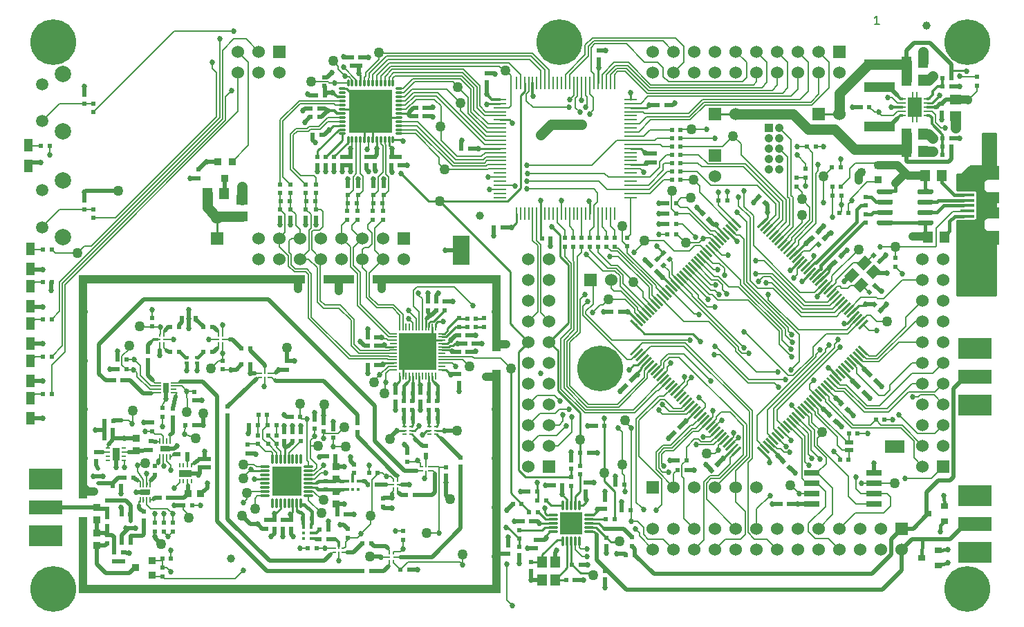
<source format=gbr>
G04 #@! TF.GenerationSoftware,KiCad,Pcbnew,(5.1.6-0-10_14)*
G04 #@! TF.CreationDate,2020-09-07T10:58:25+10:00*
G04 #@! TF.ProjectId,hackrf-one,6861636b-7266-42d6-9f6e-652e6b696361,rev?*
G04 #@! TF.SameCoordinates,Original*
G04 #@! TF.FileFunction,Copper,L1,Top*
G04 #@! TF.FilePolarity,Positive*
%FSLAX45Y45*%
G04 Gerber Fmt 4.5, Leading zero omitted, Abs format (unit mm)*
G04 Created by KiCad (PCBNEW (5.1.6-0-10_14)) date 2020-09-07 10:58:25*
%MOMM*%
%LPD*%
G01*
G04 APERTURE LIST*
G04 #@! TA.AperFunction,NonConductor*
%ADD10C,0.177800*%
G04 #@! TD*
G04 #@! TA.AperFunction,SMDPad,CuDef*
%ADD11R,0.900000X0.800000*%
G04 #@! TD*
G04 #@! TA.AperFunction,ComponentPad*
%ADD12C,1.400000*%
G04 #@! TD*
G04 #@! TA.AperFunction,ComponentPad*
%ADD13C,1.500000*%
G04 #@! TD*
G04 #@! TA.AperFunction,SMDPad,CuDef*
%ADD14R,2.100000X1.750000*%
G04 #@! TD*
G04 #@! TA.AperFunction,SMDPad,CuDef*
%ADD15R,1.350000X1.825000*%
G04 #@! TD*
G04 #@! TA.AperFunction,SMDPad,CuDef*
%ADD16R,1.460000X2.140000*%
G04 #@! TD*
G04 #@! TA.AperFunction,SMDPad,CuDef*
%ADD17R,2.100000X1.375000*%
G04 #@! TD*
G04 #@! TA.AperFunction,SMDPad,CuDef*
%ADD18R,1.750000X0.400000*%
G04 #@! TD*
G04 #@! TA.AperFunction,SMDPad,CuDef*
%ADD19R,0.150000X0.300000*%
G04 #@! TD*
G04 #@! TA.AperFunction,SMDPad,CuDef*
%ADD20R,0.510000X0.200000*%
G04 #@! TD*
G04 #@! TA.AperFunction,SMDPad,CuDef*
%ADD21R,0.300000X0.150000*%
G04 #@! TD*
G04 #@! TA.AperFunction,SMDPad,CuDef*
%ADD22R,0.200000X0.510000*%
G04 #@! TD*
G04 #@! TA.AperFunction,SMDPad,CuDef*
%ADD23C,1.000000*%
G04 #@! TD*
G04 #@! TA.AperFunction,SMDPad,CuDef*
%ADD24R,1.000000X3.350000*%
G04 #@! TD*
G04 #@! TA.AperFunction,SMDPad,CuDef*
%ADD25R,1.000000X3.800000*%
G04 #@! TD*
G04 #@! TA.AperFunction,SMDPad,CuDef*
%ADD26R,3.850000X1.000000*%
G04 #@! TD*
G04 #@! TA.AperFunction,SMDPad,CuDef*
%ADD27R,3.800000X1.000000*%
G04 #@! TD*
G04 #@! TA.AperFunction,SMDPad,CuDef*
%ADD28R,0.558800X0.508000*%
G04 #@! TD*
G04 #@! TA.AperFunction,SMDPad,CuDef*
%ADD29R,1.100000X0.600000*%
G04 #@! TD*
G04 #@! TA.AperFunction,SMDPad,CuDef*
%ADD30R,0.150000X0.200000*%
G04 #@! TD*
G04 #@! TA.AperFunction,SMDPad,CuDef*
%ADD31C,0.150000*%
G04 #@! TD*
G04 #@! TA.AperFunction,SMDPad,CuDef*
%ADD32O,1.100000X0.200000*%
G04 #@! TD*
G04 #@! TA.AperFunction,SMDPad,CuDef*
%ADD33R,1.200000X0.500000*%
G04 #@! TD*
G04 #@! TA.AperFunction,SMDPad,CuDef*
%ADD34O,1.200000X0.200000*%
G04 #@! TD*
G04 #@! TA.AperFunction,SMDPad,CuDef*
%ADD35R,1.300000X0.200000*%
G04 #@! TD*
G04 #@! TA.AperFunction,SMDPad,CuDef*
%ADD36R,0.240000X0.800000*%
G04 #@! TD*
G04 #@! TA.AperFunction,SMDPad,CuDef*
%ADD37R,1.320000X1.320000*%
G04 #@! TD*
G04 #@! TA.AperFunction,ComponentPad*
%ADD38C,0.600000*%
G04 #@! TD*
G04 #@! TA.AperFunction,SMDPad,CuDef*
%ADD39R,2.650000X2.650000*%
G04 #@! TD*
G04 #@! TA.AperFunction,SMDPad,CuDef*
%ADD40O,1.200000X0.320000*%
G04 #@! TD*
G04 #@! TA.AperFunction,SMDPad,CuDef*
%ADD41O,0.320000X1.200000*%
G04 #@! TD*
G04 #@! TA.AperFunction,SMDPad,CuDef*
%ADD42R,1.000000X1.500000*%
G04 #@! TD*
G04 #@! TA.AperFunction,SMDPad,CuDef*
%ADD43R,0.508000X0.558800*%
G04 #@! TD*
G04 #@! TA.AperFunction,SMDPad,CuDef*
%ADD44R,1.440180X1.150620*%
G04 #@! TD*
G04 #@! TA.AperFunction,SMDPad,CuDef*
%ADD45R,1.150620X1.440180*%
G04 #@! TD*
G04 #@! TA.AperFunction,ComponentPad*
%ADD46C,5.600000*%
G04 #@! TD*
G04 #@! TA.AperFunction,SMDPad,CuDef*
%ADD47R,2.050000X3.650000*%
G04 #@! TD*
G04 #@! TA.AperFunction,SMDPad,CuDef*
%ADD48R,0.863600X0.863600*%
G04 #@! TD*
G04 #@! TA.AperFunction,SMDPad,CuDef*
%ADD49R,3.700780X1.198880*%
G04 #@! TD*
G04 #@! TA.AperFunction,ComponentPad*
%ADD50C,1.524000*%
G04 #@! TD*
G04 #@! TA.AperFunction,ComponentPad*
%ADD51R,1.524000X1.524000*%
G04 #@! TD*
G04 #@! TA.AperFunction,ViaPad*
%ADD52C,0.600000*%
G04 #@! TD*
G04 #@! TA.AperFunction,SMDPad,CuDef*
%ADD53R,4.190000X2.665000*%
G04 #@! TD*
G04 #@! TA.AperFunction,SMDPad,CuDef*
%ADD54R,4.190000X1.780000*%
G04 #@! TD*
G04 #@! TA.AperFunction,SMDPad,CuDef*
%ADD55C,1.270000*%
G04 #@! TD*
G04 #@! TA.AperFunction,ComponentPad*
%ADD56C,1.066800*%
G04 #@! TD*
G04 #@! TA.AperFunction,ComponentPad*
%ADD57R,1.066800X1.066800*%
G04 #@! TD*
G04 #@! TA.AperFunction,SMDPad,CuDef*
%ADD58R,0.914400X0.914400*%
G04 #@! TD*
G04 #@! TA.AperFunction,ComponentPad*
%ADD59C,2.000000*%
G04 #@! TD*
G04 #@! TA.AperFunction,SMDPad,CuDef*
%ADD60R,0.330200X0.408940*%
G04 #@! TD*
G04 #@! TA.AperFunction,SMDPad,CuDef*
%ADD61R,0.408940X0.330200*%
G04 #@! TD*
G04 #@! TA.AperFunction,SMDPad,CuDef*
%ADD62R,0.551180X0.248920*%
G04 #@! TD*
G04 #@! TA.AperFunction,SMDPad,CuDef*
%ADD63R,0.500380X0.398780*%
G04 #@! TD*
G04 #@! TA.AperFunction,SMDPad,CuDef*
%ADD64R,0.599440X0.500380*%
G04 #@! TD*
G04 #@! TA.AperFunction,SMDPad,CuDef*
%ADD65R,0.500380X0.701040*%
G04 #@! TD*
G04 #@! TA.AperFunction,SMDPad,CuDef*
%ADD66R,0.600000X1.100000*%
G04 #@! TD*
G04 #@! TA.AperFunction,SMDPad,CuDef*
%ADD67R,0.200000X0.150000*%
G04 #@! TD*
G04 #@! TA.AperFunction,SMDPad,CuDef*
%ADD68O,0.200000X1.100000*%
G04 #@! TD*
G04 #@! TA.AperFunction,SMDPad,CuDef*
%ADD69R,0.500000X1.200000*%
G04 #@! TD*
G04 #@! TA.AperFunction,SMDPad,CuDef*
%ADD70O,0.200000X1.200000*%
G04 #@! TD*
G04 #@! TA.AperFunction,SMDPad,CuDef*
%ADD71R,0.200000X1.300000*%
G04 #@! TD*
G04 #@! TA.AperFunction,SMDPad,CuDef*
%ADD72R,0.800000X0.240000*%
G04 #@! TD*
G04 #@! TA.AperFunction,SMDPad,CuDef*
%ADD73R,1.905000X0.635000*%
G04 #@! TD*
G04 #@! TA.AperFunction,SMDPad,CuDef*
%ADD74R,0.280000X0.700000*%
G04 #@! TD*
G04 #@! TA.AperFunction,ComponentPad*
%ADD75C,0.585000*%
G04 #@! TD*
G04 #@! TA.AperFunction,SMDPad,CuDef*
%ADD76R,0.280000X1.400000*%
G04 #@! TD*
G04 #@! TA.AperFunction,SMDPad,CuDef*
%ADD77R,0.825000X1.200000*%
G04 #@! TD*
G04 #@! TA.AperFunction,SMDPad,CuDef*
%ADD78R,0.850000X0.280000*%
G04 #@! TD*
G04 #@! TA.AperFunction,SMDPad,CuDef*
%ADD79R,1.501140X0.294640*%
G04 #@! TD*
G04 #@! TA.AperFunction,SMDPad,CuDef*
%ADD80R,0.294640X1.501140*%
G04 #@! TD*
G04 #@! TA.AperFunction,SMDPad,CuDef*
%ADD81R,1.198880X1.399540*%
G04 #@! TD*
G04 #@! TA.AperFunction,SMDPad,CuDef*
%ADD82R,2.400000X1.500000*%
G04 #@! TD*
G04 #@! TA.AperFunction,SMDPad,CuDef*
%ADD83O,1.350000X0.280000*%
G04 #@! TD*
G04 #@! TA.AperFunction,SMDPad,CuDef*
%ADD84O,0.280000X1.350000*%
G04 #@! TD*
G04 #@! TA.AperFunction,SMDPad,CuDef*
%ADD85R,1.100000X1.100000*%
G04 #@! TD*
G04 #@! TA.AperFunction,SMDPad,CuDef*
%ADD86R,3.525000X3.525000*%
G04 #@! TD*
G04 #@! TA.AperFunction,SMDPad,CuDef*
%ADD87R,1.500000X1.500000*%
G04 #@! TD*
G04 #@! TA.AperFunction,ComponentPad*
%ADD88C,0.635000*%
G04 #@! TD*
G04 #@! TA.AperFunction,SMDPad,CuDef*
%ADD89R,4.525000X4.525000*%
G04 #@! TD*
G04 #@! TA.AperFunction,SMDPad,CuDef*
%ADD90O,0.870000X0.245000*%
G04 #@! TD*
G04 #@! TA.AperFunction,SMDPad,CuDef*
%ADD91O,0.245000X0.870000*%
G04 #@! TD*
G04 #@! TA.AperFunction,SMDPad,CuDef*
%ADD92R,1.650000X1.650000*%
G04 #@! TD*
G04 #@! TA.AperFunction,SMDPad,CuDef*
%ADD93R,5.300000X5.300000*%
G04 #@! TD*
G04 #@! TA.AperFunction,SMDPad,CuDef*
%ADD94O,0.900000X0.280000*%
G04 #@! TD*
G04 #@! TA.AperFunction,SMDPad,CuDef*
%ADD95O,0.280000X0.900000*%
G04 #@! TD*
G04 #@! TA.AperFunction,SMDPad,CuDef*
%ADD96R,0.500000X0.250000*%
G04 #@! TD*
G04 #@! TA.AperFunction,SMDPad,CuDef*
%ADD97R,0.900000X1.600000*%
G04 #@! TD*
G04 #@! TA.AperFunction,SMDPad,CuDef*
%ADD98R,0.250000X0.500000*%
G04 #@! TD*
G04 #@! TA.AperFunction,SMDPad,CuDef*
%ADD99R,1.600000X0.900000*%
G04 #@! TD*
G04 #@! TA.AperFunction,SMDPad,CuDef*
%ADD100R,0.270000X0.550000*%
G04 #@! TD*
G04 #@! TA.AperFunction,ViaPad*
%ADD101C,0.685800*%
G04 #@! TD*
G04 #@! TA.AperFunction,Conductor*
%ADD102C,0.203200*%
G04 #@! TD*
G04 #@! TA.AperFunction,Conductor*
%ADD103C,0.254000*%
G04 #@! TD*
G04 #@! TA.AperFunction,Conductor*
%ADD104C,0.508000*%
G04 #@! TD*
G04 #@! TA.AperFunction,Conductor*
%ADD105C,0.304800*%
G04 #@! TD*
G04 #@! TA.AperFunction,Conductor*
%ADD106C,1.270000*%
G04 #@! TD*
G04 #@! TA.AperFunction,Conductor*
%ADD107C,0.241300*%
G04 #@! TD*
G04 #@! TA.AperFunction,Conductor*
%ADD108C,0.406400*%
G04 #@! TD*
G04 #@! TA.AperFunction,Conductor*
%ADD109C,1.016000*%
G04 #@! TD*
G04 #@! TA.AperFunction,Conductor*
%ADD110C,0.152400*%
G04 #@! TD*
G04 #@! TA.AperFunction,Conductor*
%ADD111C,0.457200*%
G04 #@! TD*
G04 #@! TA.AperFunction,Conductor*
%ADD112C,0.279400*%
G04 #@! TD*
G04 APERTURE END LIST*
D10*
X16519028Y-10175962D02*
X16460971Y-10175962D01*
X16490000Y-10175962D02*
X16490000Y-10074362D01*
X16480324Y-10088876D01*
X16470648Y-10098552D01*
X16460971Y-10103390D01*
D11*
G04 #@! TO.P,D3,3*
G04 #@! TO.N,CLKOUT*
X17113312Y-16174506D03*
G04 #@! TO.P,D3,2*
G04 #@! TO.N,VCC*
X17313312Y-16079506D03*
G04 #@! TO.P,D3,1*
G04 #@! TO.N,GND*
X17313312Y-16269506D03*
G04 #@! TD*
G04 #@! TO.P,D1,3*
G04 #@! TO.N,CLKIN*
X17040922Y-16717304D03*
G04 #@! TO.P,D1,2*
G04 #@! TO.N,VCC*
X17240922Y-16622304D03*
G04 #@! TO.P,D1,1*
G04 #@! TO.N,GND*
X17240922Y-16812304D03*
G04 #@! TD*
D12*
G04 #@! TO.P,J1,0*
G04 #@! TO.N,GND*
X17577000Y-12151000D03*
X17577000Y-12649000D03*
D13*
X17880000Y-11987500D03*
X17880000Y-12812500D03*
D14*
X17885000Y-12000000D03*
X17885000Y-12800000D03*
D15*
X17742500Y-12101250D03*
X17742500Y-12698750D03*
D16*
X17577000Y-12117000D03*
X17577000Y-12683000D03*
D17*
X17885000Y-12306250D03*
X17885000Y-12493750D03*
D18*
G04 #@! TO.P,J1,1*
G04 #@! TO.N,Net-(FB1-Pad1)*
X17597500Y-12270000D03*
G04 #@! TO.P,J1,2*
G04 #@! TO.N,Net-(J1-Pad2)*
X17597500Y-12335000D03*
G04 #@! TO.P,J1,3*
G04 #@! TO.N,Net-(J1-Pad3)*
X17597500Y-12400000D03*
G04 #@! TO.P,J1,4*
G04 #@! TO.N,Net-(J1-Pad4)*
X17597500Y-12465000D03*
G04 #@! TO.P,J1,5*
G04 #@! TO.N,Net-(FB3-Pad1)*
X17597500Y-12530000D03*
G04 #@! TD*
D19*
G04 #@! TO.P,U5,2*
G04 #@! TO.N,Net-(C18-Pad1)*
X7759540Y-14091160D03*
D20*
G04 #@! TO.P,U5,6*
G04 #@! TO.N,Net-(C31-Pad2)*
X7689940Y-14041160D03*
D19*
G04 #@! TO.P,U5,5*
G04 #@! TO.N,LP*
X7709540Y-13991160D03*
G04 #@! TO.P,U5,4*
G04 #@! TO.N,Net-(C26-Pad2)*
X7759540Y-13991160D03*
D20*
G04 #@! TO.P,U5,3*
G04 #@! TO.N,GND*
X7779140Y-14041160D03*
D19*
G04 #@! TO.P,U5,1*
G04 #@! TO.N,VAA*
X7709540Y-14091160D03*
G04 #@! TD*
G04 #@! TO.P,U6,2*
G04 #@! TO.N,Net-(C27-Pad2)*
X8428360Y-13993700D03*
D20*
G04 #@! TO.P,U6,6*
G04 #@! TO.N,Net-(C20-Pad1)*
X8497960Y-14043700D03*
D19*
G04 #@! TO.P,U6,5*
G04 #@! TO.N,HP*
X8478360Y-14093700D03*
G04 #@! TO.P,U6,4*
G04 #@! TO.N,Net-(C17-Pad2)*
X8428360Y-14093700D03*
D20*
G04 #@! TO.P,U6,3*
G04 #@! TO.N,GND*
X8408760Y-14043700D03*
D19*
G04 #@! TO.P,U6,1*
G04 #@! TO.N,VAA*
X8478360Y-13993700D03*
G04 #@! TD*
G04 #@! TO.P,U1,2*
G04 #@! TO.N,Net-(C21-Pad1)*
X10521320Y-16655620D03*
D20*
G04 #@! TO.P,U1,6*
G04 #@! TO.N,Net-(C8-Pad2)*
X10590920Y-16705620D03*
D19*
G04 #@! TO.P,U1,5*
G04 #@! TO.N,!MIX_BYPASS*
X10571320Y-16755620D03*
G04 #@! TO.P,U1,4*
G04 #@! TO.N,Net-(C32-Pad1)*
X10521320Y-16755620D03*
D20*
G04 #@! TO.P,U1,3*
G04 #@! TO.N,GND*
X10501720Y-16705620D03*
D19*
G04 #@! TO.P,U1,1*
G04 #@! TO.N,VAA*
X10571320Y-16655620D03*
G04 #@! TD*
D21*
G04 #@! TO.P,U2,2*
G04 #@! TO.N,Net-(C9-Pad2)*
X8944380Y-14505580D03*
D22*
G04 #@! TO.P,U2,6*
G04 #@! TO.N,Net-(C20-Pad2)*
X8994380Y-14435980D03*
D21*
G04 #@! TO.P,U2,5*
G04 #@! TO.N,RX*
X9044380Y-14455580D03*
G04 #@! TO.P,U2,4*
G04 #@! TO.N,Net-(C23-Pad2)*
X9044380Y-14505580D03*
D22*
G04 #@! TO.P,U2,3*
G04 #@! TO.N,GND*
X8994380Y-14525180D03*
D21*
G04 #@! TO.P,U2,1*
G04 #@! TO.N,VAA*
X8944380Y-14455580D03*
G04 #@! TD*
G04 #@! TO.P,U7,2*
G04 #@! TO.N,Net-(C9-Pad1)*
X9848620Y-16649340D03*
D22*
G04 #@! TO.P,U7,6*
G04 #@! TO.N,Net-(C28-Pad2)*
X9898620Y-16579740D03*
D21*
G04 #@! TO.P,U7,5*
G04 #@! TO.N,RX*
X9948620Y-16599340D03*
G04 #@! TO.P,U7,4*
G04 #@! TO.N,Net-(C21-Pad2)*
X9948620Y-16649340D03*
D22*
G04 #@! TO.P,U7,3*
G04 #@! TO.N,GND*
X9898620Y-16668940D03*
D21*
G04 #@! TO.P,U7,1*
G04 #@! TO.N,VAA*
X9848620Y-16599340D03*
G04 #@! TD*
D19*
G04 #@! TO.P,U10,2*
G04 #@! TO.N,Net-(C51-Pad2)*
X10619580Y-15866620D03*
D20*
G04 #@! TO.P,U10,6*
G04 #@! TO.N,Net-(C46-Pad1)*
X10549980Y-15816620D03*
D19*
G04 #@! TO.P,U10,5*
G04 #@! TO.N,RX*
X10569580Y-15766620D03*
G04 #@! TO.P,U10,4*
G04 #@! TO.N,Net-(C23-Pad1)*
X10619580Y-15766620D03*
D20*
G04 #@! TO.P,U10,3*
G04 #@! TO.N,GND*
X10639180Y-15816620D03*
D19*
G04 #@! TO.P,U10,1*
G04 #@! TO.N,VAA*
X10569580Y-15866620D03*
G04 #@! TD*
D21*
G04 #@! TO.P,U11,2*
G04 #@! TO.N,Net-(C43-Pad2)*
X10912880Y-15651120D03*
D22*
G04 #@! TO.P,U11,6*
G04 #@! TO.N,Net-(C48-Pad1)*
X10962880Y-15581520D03*
D21*
G04 #@! TO.P,U11,5*
G04 #@! TO.N,MIX_BYPASS*
X11012880Y-15601120D03*
G04 #@! TO.P,U11,4*
G04 #@! TO.N,Net-(C51-Pad1)*
X11012880Y-15651120D03*
D22*
G04 #@! TO.P,U11,3*
G04 #@! TO.N,GND*
X10962880Y-15670720D03*
D21*
G04 #@! TO.P,U11,1*
G04 #@! TO.N,VAA*
X10912880Y-15601120D03*
G04 #@! TD*
D23*
G04 #@! TO.P,MARK1MM,*
G04 #@! TO.N,*
X11623280Y-12527320D03*
G04 #@! TD*
G04 #@! TO.P,MARK1MM,*
G04 #@! TO.N,*
X8580360Y-16723400D03*
G04 #@! TD*
D24*
G04 #@! TO.P,J2,0*
G04 #@! TO.N,GND*
X6770000Y-16977500D03*
D25*
X6770000Y-16400000D03*
X6770000Y-15800000D03*
X6770000Y-15200000D03*
X6770000Y-14600000D03*
X6770000Y-14000000D03*
D24*
X6770000Y-13422500D03*
D26*
X6912500Y-13305000D03*
D27*
X7500000Y-13305000D03*
X8100000Y-13305000D03*
X8700000Y-13305000D03*
X9300000Y-13305000D03*
X9900000Y-13305000D03*
X10500000Y-13305000D03*
X11100000Y-13305000D03*
D26*
X11687500Y-13305000D03*
D24*
X11830000Y-13422500D03*
D25*
X11830000Y-14000000D03*
X11830000Y-14600000D03*
X11830000Y-15200000D03*
X11830000Y-15800000D03*
X11830000Y-16400000D03*
D24*
X11830000Y-16977500D03*
D26*
X11687500Y-17095000D03*
D27*
X11100000Y-17095000D03*
X10500000Y-17095000D03*
X9900000Y-17095000D03*
X9300000Y-17095000D03*
X8700000Y-17095000D03*
X8100000Y-17095000D03*
X7500000Y-17095000D03*
D26*
X6912500Y-17095000D03*
G04 #@! TD*
D28*
G04 #@! TO.P,C63,1*
G04 #@! TO.N,TX_AMP*
X7864080Y-16283980D03*
G04 #@! TO.P,C63,2*
G04 #@! TO.N,GND*
X7864080Y-16390660D03*
G04 #@! TD*
D29*
G04 #@! TO.P,U14,0*
G04 #@! TO.N,GND*
X7526260Y-15911760D03*
D30*
X7483760Y-15936760D03*
G04 #@! TA.AperFunction,SMDPad,CuDef*
D31*
G36*
X7476239Y-15946839D02*
G01*
X7466181Y-15936781D01*
X7478281Y-15924681D01*
X7488339Y-15934739D01*
X7476239Y-15946839D01*
G37*
G04 #@! TD.AperFunction*
D32*
X7531260Y-15936760D03*
D33*
X7526260Y-15911760D03*
D34*
X7526260Y-15886760D03*
D35*
X7526260Y-15911760D03*
D36*
G04 #@! TO.P,U14,8*
G04 #@! TO.N,Net-(C117-Pad1)*
X7466260Y-15816760D03*
G04 #@! TO.P,U14,7*
G04 #@! TO.N,RX_AMP*
X7506260Y-15816760D03*
G04 #@! TO.P,U14,6*
G04 #@! TO.N,AMP_BYPASS*
X7546260Y-15816760D03*
G04 #@! TO.P,U14,5*
G04 #@! TO.N,Net-(C61-Pad1)*
X7586260Y-15816760D03*
G04 #@! TO.P,U14,4*
G04 #@! TO.N,/frontend/TX_AMP_OUT*
X7586260Y-16006760D03*
G04 #@! TO.P,U14,3*
G04 #@! TO.N,TX_AMP*
X7546260Y-16006760D03*
G04 #@! TO.P,U14,2*
G04 #@! TO.N,Net-(U14-Pad2)*
X7506260Y-16006760D03*
G04 #@! TO.P,U14,1*
G04 #@! TO.N,Net-(C64-Pad1)*
X7466260Y-16006760D03*
G04 #@! TD*
D28*
G04 #@! TO.P,C61,1*
G04 #@! TO.N,Net-(C61-Pad1)*
X7650720Y-15697240D03*
G04 #@! TO.P,C61,2*
G04 #@! TO.N,Net-(C61-Pad2)*
X7650720Y-15590560D03*
G04 #@! TD*
D37*
G04 #@! TO.P,U19,0*
G04 #@! TO.N,GND*
X12812920Y-16226600D03*
X12812920Y-16358600D03*
X12680920Y-16226600D03*
X12680920Y-16358600D03*
D38*
X12812920Y-16358600D03*
X12812920Y-16226600D03*
X12680920Y-16226600D03*
X12680920Y-16358600D03*
X12746920Y-16292600D03*
D39*
X12746920Y-16292600D03*
D40*
G04 #@! TO.P,U19,20*
G04 #@! TO.N,VCC*
X12526920Y-16392600D03*
G04 #@! TO.P,U19,19*
G04 #@! TO.N,MIX_CLK*
X12526920Y-16342600D03*
G04 #@! TO.P,U19,18*
G04 #@! TO.N,VCC*
X12526920Y-16292600D03*
G04 #@! TO.P,U19,17*
G04 #@! TO.N,/baseband/CLK5*
X12526920Y-16242600D03*
G04 #@! TO.P,U19,16*
G04 #@! TO.N,CLK6*
X12526920Y-16192600D03*
D41*
G04 #@! TO.P,U19,15*
G04 #@! TO.N,MCU_CLK*
X12646920Y-16072600D03*
G04 #@! TO.P,U19,14*
G04 #@! TO.N,VCC*
X12696920Y-16072600D03*
G04 #@! TO.P,U19,13*
G04 #@! TO.N,/baseband/CLK0*
X12746920Y-16072600D03*
G04 #@! TO.P,U19,12*
G04 #@! TO.N,/baseband/CLK1*
X12796920Y-16072600D03*
G04 #@! TO.P,U19,11*
G04 #@! TO.N,VCC*
X12846920Y-16072600D03*
D40*
G04 #@! TO.P,U19,10*
X12966920Y-16192600D03*
G04 #@! TO.P,U19,9*
G04 #@! TO.N,/baseband/CLK2*
X12966920Y-16242600D03*
G04 #@! TO.P,U19,8*
G04 #@! TO.N,/baseband/CLK3*
X12966920Y-16292600D03*
G04 #@! TO.P,U19,7*
G04 #@! TO.N,/baseband/OEB*
X12966920Y-16342600D03*
G04 #@! TO.P,U19,6*
G04 #@! TO.N,CLKIN*
X12966920Y-16392600D03*
D41*
G04 #@! TO.P,U19,5*
G04 #@! TO.N,SDA*
X12846920Y-16512600D03*
G04 #@! TO.P,U19,4*
G04 #@! TO.N,SCL*
X12796920Y-16512600D03*
G04 #@! TO.P,U19,3*
G04 #@! TO.N,/baseband/INTR*
X12746920Y-16512600D03*
G04 #@! TO.P,U19,2*
G04 #@! TO.N,/baseband/XB*
X12696920Y-16512600D03*
G04 #@! TO.P,U19,1*
G04 #@! TO.N,/baseband/XA*
X12646920Y-16512600D03*
G04 #@! TD*
D23*
G04 #@! TO.P,MARK1MM,*
G04 #@! TO.N,*
X17100000Y-10200000D03*
G04 #@! TD*
D42*
G04 #@! TO.P,D7,2*
G04 #@! TO.N,Net-(D7-Pad2)*
X6100000Y-11665000D03*
G04 #@! TO.P,D7,1*
G04 #@! TO.N,GND*
X6100000Y-11915000D03*
G04 #@! TD*
G04 #@! TO.P,D8,2*
G04 #@! TO.N,Net-(D8-Pad2)*
X6127000Y-12930000D03*
G04 #@! TO.P,D8,1*
G04 #@! TO.N,GND*
X6127000Y-13180000D03*
G04 #@! TD*
G04 #@! TO.P,D2,2*
G04 #@! TO.N,Net-(D2-Pad2)*
X6127000Y-13387200D03*
G04 #@! TO.P,D2,1*
G04 #@! TO.N,GND*
X6127000Y-13637200D03*
G04 #@! TD*
G04 #@! TO.P,D4,2*
G04 #@! TO.N,Net-(D4-Pad2)*
X6127000Y-13844400D03*
G04 #@! TO.P,D4,1*
G04 #@! TO.N,GND*
X6127000Y-14094400D03*
G04 #@! TD*
G04 #@! TO.P,D5,2*
G04 #@! TO.N,Net-(D5-Pad2)*
X6127000Y-14301600D03*
G04 #@! TO.P,D5,1*
G04 #@! TO.N,GND*
X6127000Y-14551600D03*
G04 #@! TD*
G04 #@! TO.P,D6,2*
G04 #@! TO.N,Net-(D6-Pad2)*
X6127000Y-14758800D03*
G04 #@! TO.P,D6,1*
G04 #@! TO.N,GND*
X6127000Y-15008800D03*
G04 #@! TD*
D28*
G04 #@! TO.P,C1,1*
G04 #@! TO.N,VCC*
X9109640Y-16251340D03*
G04 #@! TO.P,C1,2*
G04 #@! TO.N,GND*
X9109640Y-16358020D03*
G04 #@! TD*
G04 #@! TO.P,C2,1*
G04 #@! TO.N,VCC*
X9008040Y-16251340D03*
G04 #@! TO.P,C2,2*
G04 #@! TO.N,GND*
X9008040Y-16358020D03*
G04 #@! TD*
G04 #@! TO.P,C3,1*
G04 #@! TO.N,VAA*
X9312840Y-16251340D03*
G04 #@! TO.P,C3,2*
G04 #@! TO.N,GND*
X9312840Y-16358020D03*
G04 #@! TD*
G04 #@! TO.P,C4,1*
G04 #@! TO.N,VAA*
X9211240Y-16251340D03*
G04 #@! TO.P,C4,2*
G04 #@! TO.N,GND*
X9211240Y-16358020D03*
G04 #@! TD*
G04 #@! TO.P,C5,1*
G04 #@! TO.N,VAA*
X9234100Y-15286140D03*
G04 #@! TO.P,C5,2*
G04 #@! TO.N,GND*
X9234100Y-15179460D03*
G04 #@! TD*
G04 #@! TO.P,C6,1*
G04 #@! TO.N,VAA*
X9335700Y-15286140D03*
G04 #@! TO.P,C6,2*
G04 #@! TO.N,GND*
X9335700Y-15179460D03*
G04 #@! TD*
D43*
G04 #@! TO.P,C7,1*
G04 #@! TO.N,GND*
X10761740Y-16857620D03*
G04 #@! TO.P,C7,2*
G04 #@! TO.N,!MIX_BYPASS*
X10655060Y-16857620D03*
G04 #@! TD*
D28*
G04 #@! TO.P,C8,1*
G04 #@! TO.N,TX_IF*
X11391900Y-15491460D03*
G04 #@! TO.P,C8,2*
G04 #@! TO.N,Net-(C8-Pad2)*
X11391900Y-15598140D03*
G04 #@! TD*
G04 #@! TO.P,C9,1*
G04 #@! TO.N,Net-(C9-Pad1)*
X8540000Y-14970160D03*
G04 #@! TO.P,C9,2*
G04 #@! TO.N,Net-(C9-Pad2)*
X8540000Y-14863480D03*
G04 #@! TD*
D43*
G04 #@! TO.P,C10,1*
G04 #@! TO.N,GND*
X8709900Y-14348160D03*
G04 #@! TO.P,C10,2*
G04 #@! TO.N,VAA*
X8816580Y-14348160D03*
G04 #@! TD*
D28*
G04 #@! TO.P,C12,1*
G04 #@! TO.N,Net-(C12-Pad1)*
X8779440Y-15329320D03*
G04 #@! TO.P,C12,2*
G04 #@! TO.N,GND*
X8779440Y-15436000D03*
G04 #@! TD*
D43*
G04 #@! TO.P,C13,1*
G04 #@! TO.N,Net-(C13-Pad1)*
X8908980Y-15090560D03*
G04 #@! TO.P,C13,2*
G04 #@! TO.N,GND*
X8802300Y-15090560D03*
G04 #@! TD*
D28*
G04 #@! TO.P,C14,1*
G04 #@! TO.N,Net-(C14-Pad1)*
X9033440Y-15321700D03*
G04 #@! TO.P,C14,2*
G04 #@! TO.N,Net-(C14-Pad2)*
X9033440Y-15215020D03*
G04 #@! TD*
D43*
G04 #@! TO.P,C15,1*
G04 #@! TO.N,Net-(C14-Pad1)*
X9030900Y-15090560D03*
G04 #@! TO.P,C15,2*
G04 #@! TO.N,Net-(C15-Pad2)*
X9137580Y-15090560D03*
G04 #@! TD*
D28*
G04 #@! TO.P,C16,1*
G04 #@! TO.N,VAA*
X10686020Y-16492260D03*
G04 #@! TO.P,C16,2*
G04 #@! TO.N,GND*
X10686020Y-16385580D03*
G04 #@! TD*
D43*
G04 #@! TO.P,C17,1*
G04 #@! TO.N,Net-(C17-Pad1)*
X8240240Y-14193820D03*
G04 #@! TO.P,C17,2*
G04 #@! TO.N,Net-(C17-Pad2)*
X8346920Y-14193820D03*
G04 #@! TD*
G04 #@! TO.P,C18,1*
G04 #@! TO.N,Net-(C18-Pad1)*
X7833840Y-14193820D03*
G04 #@! TO.P,C18,2*
G04 #@! TO.N,Net-(C18-Pad2)*
X7940520Y-14193820D03*
G04 #@! TD*
G04 #@! TO.P,C20,1*
G04 #@! TO.N,Net-(C20-Pad1)*
X8707360Y-14152880D03*
G04 #@! TO.P,C20,2*
G04 #@! TO.N,Net-(C20-Pad2)*
X8814040Y-14152880D03*
G04 #@! TD*
G04 #@! TO.P,C21,1*
G04 #@! TO.N,Net-(C21-Pad1)*
X10297160Y-16537940D03*
G04 #@! TO.P,C21,2*
G04 #@! TO.N,Net-(C21-Pad2)*
X10190480Y-16537940D03*
G04 #@! TD*
G04 #@! TO.P,C22,1*
G04 #@! TO.N,GND*
X9520160Y-16601480D03*
G04 #@! TO.P,C22,2*
G04 #@! TO.N,VAA*
X9626840Y-16601480D03*
G04 #@! TD*
D28*
G04 #@! TO.P,C23,1*
G04 #@! TO.N,Net-(C23-Pad1)*
X10126980Y-15171420D03*
G04 #@! TO.P,C23,2*
G04 #@! TO.N,Net-(C23-Pad2)*
X10126980Y-15064740D03*
G04 #@! TD*
G04 #@! TO.P,C24,1*
G04 #@! TO.N,GND*
X9268700Y-14302780D03*
G04 #@! TO.P,C24,2*
G04 #@! TO.N,RX*
X9268700Y-14409460D03*
G04 #@! TD*
D43*
G04 #@! TO.P,C25,1*
G04 #@! TO.N,Net-(C25-Pad1)*
X9665900Y-16373260D03*
G04 #@! TO.P,C25,2*
G04 #@! TO.N,GND*
X9772580Y-16373260D03*
G04 #@! TD*
G04 #@! TO.P,C26,1*
G04 #@! TO.N,Net-(C26-Pad1)*
X7940520Y-13889020D03*
G04 #@! TO.P,C26,2*
G04 #@! TO.N,Net-(C26-Pad2)*
X7833840Y-13889020D03*
G04 #@! TD*
G04 #@! TO.P,C27,1*
G04 #@! TO.N,Net-(C27-Pad1)*
X8240240Y-13889020D03*
G04 #@! TO.P,C27,2*
G04 #@! TO.N,Net-(C27-Pad2)*
X8346920Y-13889020D03*
G04 #@! TD*
G04 #@! TO.P,C28,1*
G04 #@! TO.N,Net-(C28-Pad1)*
X9665900Y-16487560D03*
G04 #@! TO.P,C28,2*
G04 #@! TO.N,Net-(C28-Pad2)*
X9772580Y-16487560D03*
G04 #@! TD*
D28*
G04 #@! TO.P,C30,1*
G04 #@! TO.N,GND*
X8473680Y-14406920D03*
G04 #@! TO.P,C30,2*
G04 #@! TO.N,HP*
X8473680Y-14300240D03*
G04 #@! TD*
G04 #@! TO.P,C31,1*
G04 #@! TO.N,Net-(C31-Pad1)*
X7559520Y-14297960D03*
G04 #@! TO.P,C31,2*
G04 #@! TO.N,Net-(C31-Pad2)*
X7559520Y-14191280D03*
G04 #@! TD*
D43*
G04 #@! TO.P,C32,1*
G04 #@! TO.N,Net-(C32-Pad1)*
X10297160Y-16880840D03*
G04 #@! TO.P,C32,2*
G04 #@! TO.N,Net-(C32-Pad2)*
X10190480Y-16880840D03*
G04 #@! TD*
D28*
G04 #@! TO.P,C33,1*
G04 #@! TO.N,RX*
X10011340Y-16467240D03*
G04 #@! TO.P,C33,2*
G04 #@! TO.N,GND*
X10011340Y-16360560D03*
G04 #@! TD*
G04 #@! TO.P,C34,1*
G04 #@! TO.N,MIXER_RESETX*
X9831000Y-15245500D03*
G04 #@! TO.P,C34,2*
G04 #@! TO.N,GND*
X9831000Y-15138820D03*
G04 #@! TD*
G04 #@! TO.P,C35,1*
G04 #@! TO.N,MIXER_ENX*
X9716700Y-15169300D03*
G04 #@! TO.P,C35,2*
G04 #@! TO.N,GND*
X9716700Y-15062620D03*
G04 #@! TD*
G04 #@! TO.P,C36,1*
G04 #@! TO.N,MIXER_SCLK*
X9602400Y-15131200D03*
G04 #@! TO.P,C36,2*
G04 #@! TO.N,GND*
X9602400Y-15024520D03*
G04 #@! TD*
D43*
G04 #@! TO.P,C37,1*
G04 #@! TO.N,MIXER_SDATA*
X9427140Y-14991500D03*
G04 #@! TO.P,C37,2*
G04 #@! TO.N,GND*
X9320460Y-14991500D03*
G04 #@! TD*
G04 #@! TO.P,C38,1*
G04 #@! TO.N,GND*
X7191220Y-14282720D03*
G04 #@! TO.P,C38,2*
G04 #@! TO.N,!MIX_BYPASS*
X7297900Y-14282720D03*
G04 #@! TD*
D28*
G04 #@! TO.P,C39,1*
G04 #@! TO.N,GND*
X8130540Y-14787880D03*
G04 #@! TO.P,C39,2*
G04 #@! TO.N,TX_MIX_BP*
X8130540Y-14681200D03*
G04 #@! TD*
D43*
G04 #@! TO.P,C40,1*
G04 #@! TO.N,GND*
X7191220Y-14407180D03*
G04 #@! TO.P,C40,2*
G04 #@! TO.N,RX_MIX_BP*
X7297900Y-14407180D03*
G04 #@! TD*
G04 #@! TO.P,C41,1*
G04 #@! TO.N,VAA*
X9879260Y-16182760D03*
G04 #@! TO.P,C41,2*
G04 #@! TO.N,GND*
X9985940Y-16182760D03*
G04 #@! TD*
G04 #@! TO.P,C42,1*
G04 #@! TO.N,VAA*
X9858940Y-15471560D03*
G04 #@! TO.P,C42,2*
G04 #@! TO.N,GND*
X9752260Y-15471560D03*
G04 #@! TD*
G04 #@! TO.P,C43,1*
G04 #@! TO.N,Net-(C43-Pad1)*
X7254240Y-14541500D03*
G04 #@! TO.P,C43,2*
G04 #@! TO.N,Net-(C43-Pad2)*
X7147560Y-14541500D03*
G04 #@! TD*
D28*
G04 #@! TO.P,C44,1*
G04 #@! TO.N,Net-(C44-Pad1)*
X7864080Y-14996160D03*
G04 #@! TO.P,C44,2*
G04 #@! TO.N,Net-(C44-Pad2)*
X7864080Y-14889480D03*
G04 #@! TD*
D43*
G04 #@! TO.P,C45,1*
G04 #@! TO.N,GND*
X10269460Y-15671840D03*
G04 #@! TO.P,C45,2*
G04 #@! TO.N,RX*
X10376140Y-15671840D03*
G04 #@! TD*
G04 #@! TO.P,C46,1*
G04 #@! TO.N,Net-(C46-Pad1)*
X10365980Y-15816620D03*
G04 #@! TO.P,C46,2*
G04 #@! TO.N,Net-(C46-Pad2)*
X10259300Y-15816620D03*
G04 #@! TD*
D28*
G04 #@! TO.P,C47,1*
G04 #@! TO.N,GND*
X11216640Y-15709900D03*
G04 #@! TO.P,C47,2*
G04 #@! TO.N,MIX_BYPASS*
X11216640Y-15603220D03*
G04 #@! TD*
G04 #@! TO.P,C48,1*
G04 #@! TO.N,Net-(C48-Pad1)*
X10967960Y-15453360D03*
G04 #@! TO.P,C48,2*
G04 #@! TO.N,RX_IF*
X10967960Y-15346680D03*
G04 #@! TD*
G04 #@! TO.P,C49,1*
G04 #@! TO.N,GND*
X10085000Y-15570620D03*
G04 #@! TO.P,C49,2*
G04 #@! TO.N,Net-(C49-Pad2)*
X10085000Y-15677300D03*
G04 #@! TD*
G04 #@! TO.P,C50,1*
G04 #@! TO.N,/frontend/RX_AMP_OUT*
X7597380Y-15394980D03*
G04 #@! TO.P,C50,2*
G04 #@! TO.N,Net-(C50-Pad2)*
X7597380Y-15288300D03*
G04 #@! TD*
D43*
G04 #@! TO.P,C51,1*
G04 #@! TO.N,Net-(C51-Pad1)*
X10830800Y-15946160D03*
G04 #@! TO.P,C51,2*
G04 #@! TO.N,Net-(C51-Pad2)*
X10724120Y-15946160D03*
G04 #@! TD*
G04 #@! TO.P,C52,1*
G04 #@! TO.N,VAA*
X7135100Y-15252740D03*
G04 #@! TO.P,C52,2*
G04 #@! TO.N,GND*
X7028420Y-15252740D03*
G04 #@! TD*
G04 #@! TO.P,C53,1*
G04 #@! TO.N,VAA*
X7135100Y-15146060D03*
G04 #@! TO.P,C53,2*
G04 #@! TO.N,GND*
X7028420Y-15146060D03*
G04 #@! TD*
D28*
G04 #@! TO.P,C54,1*
G04 #@! TO.N,VAA*
X10439640Y-15986800D03*
G04 #@! TO.P,C54,2*
G04 #@! TO.N,GND*
X10439640Y-16093480D03*
G04 #@! TD*
D43*
G04 #@! TO.P,C55,1*
G04 #@! TO.N,TX_AMP*
X8019920Y-15093880D03*
G04 #@! TO.P,C55,2*
G04 #@! TO.N,GND*
X8126600Y-15093880D03*
G04 #@! TD*
D28*
G04 #@! TO.P,C56,1*
G04 #@! TO.N,VAA*
X10739120Y-15539720D03*
G04 #@! TO.P,C56,2*
G04 #@! TO.N,GND*
X10739120Y-15433040D03*
G04 #@! TD*
G04 #@! TO.P,C57,1*
G04 #@! TO.N,AMP_BYPASS*
X7739620Y-14986040D03*
G04 #@! TO.P,C57,2*
G04 #@! TO.N,GND*
X7739620Y-14879360D03*
G04 #@! TD*
G04 #@! TO.P,C58,1*
G04 #@! TO.N,Net-(C58-Pad1)*
X6924280Y-15529600D03*
G04 #@! TO.P,C58,2*
G04 #@! TO.N,Net-(C58-Pad2)*
X6924280Y-15422920D03*
G04 #@! TD*
D43*
G04 #@! TO.P,C59,1*
G04 #@! TO.N,/frontend/TX_AMP_IN*
X7935200Y-15448320D03*
G04 #@! TO.P,C59,2*
G04 #@! TO.N,Net-(C59-Pad2)*
X8041880Y-15448320D03*
G04 #@! TD*
D28*
G04 #@! TO.P,C60,1*
G04 #@! TO.N,GND*
X7615160Y-15057160D03*
G04 #@! TO.P,C60,2*
G04 #@! TO.N,RX_AMP*
X7615160Y-15163840D03*
G04 #@! TD*
D43*
G04 #@! TO.P,C62,1*
G04 #@! TO.N,Net-(C62-Pad1)*
X7810740Y-15981720D03*
G04 #@! TO.P,C62,2*
G04 #@! TO.N,/frontend/TX_AMP_OUT*
X7704060Y-15981720D03*
G04 #@! TD*
D28*
G04 #@! TO.P,C64,1*
G04 #@! TO.N,Net-(C64-Pad1)*
X7511020Y-16151900D03*
G04 #@! TO.P,C64,2*
G04 #@! TO.N,Net-(C64-Pad2)*
X7511020Y-16258580D03*
G04 #@! TD*
G04 #@! TO.P,C65,1*
G04 #@! TO.N,GND*
X7757400Y-16390660D03*
G04 #@! TO.P,C65,2*
G04 #@! TO.N,AMP_BYPASS*
X7757400Y-16283980D03*
G04 #@! TD*
G04 #@! TO.P,C66,1*
G04 #@! TO.N,GND*
X7650720Y-16390660D03*
G04 #@! TO.P,C66,2*
G04 #@! TO.N,RX_AMP*
X7650720Y-16283980D03*
G04 #@! TD*
G04 #@! TO.P,C67,1*
G04 #@! TO.N,MIX_CLK*
X12108020Y-16376300D03*
G04 #@! TO.P,C67,2*
G04 #@! TO.N,/frontend/REF_IN*
X12108020Y-16482980D03*
G04 #@! TD*
G04 #@! TO.P,C68,1*
G04 #@! TO.N,GCK1*
X12746240Y-15625480D03*
G04 #@! TO.P,C68,2*
G04 #@! TO.N,GND*
X12746240Y-15518800D03*
G04 #@! TD*
D43*
G04 #@! TO.P,C69,1*
G04 #@! TO.N,GCK2*
X12855460Y-15427360D03*
G04 #@! TO.P,C69,2*
G04 #@! TO.N,GND*
X12962140Y-15427360D03*
G04 #@! TD*
D28*
G04 #@! TO.P,C70,1*
G04 #@! TO.N,/frontend/REF_IN*
X12108020Y-16579500D03*
G04 #@! TO.P,C70,2*
G04 #@! TO.N,GND*
X12108020Y-16686180D03*
G04 #@! TD*
G04 #@! TO.P,C71,1*
G04 #@! TO.N,VAA*
X10048240Y-11802440D03*
G04 #@! TO.P,C71,2*
G04 #@! TO.N,GND*
X10048240Y-11909120D03*
G04 #@! TD*
G04 #@! TO.P,C72,1*
G04 #@! TO.N,VAA*
X9946640Y-11802440D03*
G04 #@! TO.P,C72,2*
G04 #@! TO.N,GND*
X9946640Y-11909120D03*
G04 #@! TD*
G04 #@! TO.P,C73,1*
G04 #@! TO.N,VAA*
X10340340Y-11802440D03*
G04 #@! TO.P,C73,2*
G04 #@! TO.N,GND*
X10340340Y-11909120D03*
G04 #@! TD*
G04 #@! TO.P,C74,1*
G04 #@! TO.N,VAA*
X10238740Y-11802440D03*
G04 #@! TO.P,C74,2*
G04 #@! TO.N,GND*
X10238740Y-11909120D03*
G04 #@! TD*
G04 #@! TO.P,C75,1*
G04 #@! TO.N,VAA*
X10543540Y-11802440D03*
G04 #@! TO.P,C75,2*
G04 #@! TO.N,GND*
X10543540Y-11909120D03*
G04 #@! TD*
G04 #@! TO.P,C76,1*
G04 #@! TO.N,VAA*
X10645140Y-11802440D03*
G04 #@! TO.P,C76,2*
G04 #@! TO.N,GND*
X10645140Y-11909120D03*
G04 #@! TD*
G04 #@! TO.P,C77,1*
G04 #@! TO.N,VAA*
X10162540Y-10689920D03*
G04 #@! TO.P,C77,2*
G04 #@! TO.N,GND*
X10162540Y-10583240D03*
G04 #@! TD*
G04 #@! TO.P,C78,1*
G04 #@! TO.N,VAA*
X10060940Y-10689920D03*
G04 #@! TO.P,C78,2*
G04 #@! TO.N,GND*
X10060940Y-10583240D03*
G04 #@! TD*
D43*
G04 #@! TO.P,C79,1*
G04 #@! TO.N,VAA*
X9726930Y-11049330D03*
G04 #@! TO.P,C79,2*
G04 #@! TO.N,GND*
X9620250Y-11049330D03*
G04 #@! TD*
D28*
G04 #@! TO.P,C80,1*
G04 #@! TO.N,VAA*
X9724390Y-10937570D03*
G04 #@! TO.P,C80,2*
G04 #@! TO.N,GND*
X9724390Y-10830890D03*
G04 #@! TD*
D43*
G04 #@! TO.P,C81,1*
G04 #@! TO.N,VAA*
X9663430Y-11316030D03*
G04 #@! TO.P,C81,2*
G04 #@! TO.N,GND*
X9556750Y-11316030D03*
G04 #@! TD*
G04 #@! TO.P,C82,1*
G04 #@! TO.N,VAA*
X9663430Y-11214430D03*
G04 #@! TO.P,C82,2*
G04 #@! TO.N,GND*
X9556750Y-11214430D03*
G04 #@! TD*
G04 #@! TO.P,C83,1*
G04 #@! TO.N,VAA*
X9688830Y-11531930D03*
G04 #@! TO.P,C83,2*
G04 #@! TO.N,GND*
X9582150Y-11531930D03*
G04 #@! TD*
D28*
G04 #@! TO.P,C84,1*
G04 #@! TO.N,VAA*
X10598150Y-14695170D03*
G04 #@! TO.P,C84,2*
G04 #@! TO.N,GND*
X10598150Y-14801850D03*
G04 #@! TD*
G04 #@! TO.P,C85,1*
G04 #@! TO.N,VAA*
X10902950Y-14695170D03*
G04 #@! TO.P,C85,2*
G04 #@! TO.N,GND*
X10902950Y-14801850D03*
G04 #@! TD*
G04 #@! TO.P,C86,1*
G04 #@! TO.N,VAA*
X11372850Y-14466570D03*
G04 #@! TO.P,C86,2*
G04 #@! TO.N,GND*
X11372850Y-14573250D03*
G04 #@! TD*
D43*
G04 #@! TO.P,C87,1*
G04 #@! TO.N,VAA*
X11370310Y-14189710D03*
G04 #@! TO.P,C87,2*
G04 #@! TO.N,GND*
X11476990Y-14189710D03*
G04 #@! TD*
G04 #@! TO.P,C88,1*
G04 #@! TO.N,VCC*
X11446510Y-14088110D03*
G04 #@! TO.P,C88,2*
G04 #@! TO.N,GND*
X11553190Y-14088110D03*
G04 #@! TD*
G04 #@! TO.P,C89,1*
G04 #@! TO.N,VAA*
X11370310Y-13986510D03*
G04 #@! TO.P,C89,2*
G04 #@! TO.N,GND*
X11476990Y-13986510D03*
G04 #@! TD*
D28*
G04 #@! TO.P,C90,1*
G04 #@! TO.N,VAA*
X10991850Y-13684250D03*
G04 #@! TO.P,C90,2*
G04 #@! TO.N,GND*
X10991850Y-13577570D03*
G04 #@! TD*
G04 #@! TO.P,C91,1*
G04 #@! TO.N,VAA*
X11093450Y-13684250D03*
G04 #@! TO.P,C91,2*
G04 #@! TO.N,GND*
X11093450Y-13577570D03*
G04 #@! TD*
D43*
G04 #@! TO.P,C92,1*
G04 #@! TO.N,VAA*
X10359390Y-14011910D03*
G04 #@! TO.P,C92,2*
G04 #@! TO.N,GND*
X10252710Y-14011910D03*
G04 #@! TD*
G04 #@! TO.P,C93,1*
G04 #@! TO.N,VAA*
X10359390Y-14113510D03*
G04 #@! TO.P,C93,2*
G04 #@! TO.N,GND*
X10252710Y-14113510D03*
G04 #@! TD*
G04 #@! TO.P,C94,1*
G04 #@! TO.N,VAA*
X10359390Y-14354810D03*
G04 #@! TO.P,C94,2*
G04 #@! TO.N,GND*
X10252710Y-14354810D03*
G04 #@! TD*
G04 #@! TO.P,C95,1*
G04 #@! TO.N,/baseband/TXBBQ-*
X9192260Y-12346000D03*
G04 #@! TO.P,C95,2*
G04 #@! TO.N,/baseband/TXBBQ+*
X9298940Y-12346000D03*
G04 #@! TD*
G04 #@! TO.P,C96,1*
G04 #@! TO.N,/baseband/TXBBI+*
X9504680Y-12346000D03*
G04 #@! TO.P,C96,2*
G04 #@! TO.N,/baseband/TXBBI-*
X9611360Y-12346000D03*
G04 #@! TD*
D28*
G04 #@! TO.P,C97,1*
G04 #@! TO.N,/baseband/COM*
X9641840Y-11802440D03*
G04 #@! TO.P,C97,2*
G04 #@! TO.N,GND*
X9641840Y-11909120D03*
G04 #@! TD*
G04 #@! TO.P,C98,1*
G04 #@! TO.N,/baseband/REFN*
X9743440Y-11802440D03*
G04 #@! TO.P,C98,2*
G04 #@! TO.N,GND*
X9743440Y-11909120D03*
G04 #@! TD*
G04 #@! TO.P,C99,1*
G04 #@! TO.N,Net-(C99-Pad1)*
X10699750Y-14796770D03*
G04 #@! TO.P,C99,2*
G04 #@! TO.N,Net-(C99-Pad2)*
X10699750Y-14903450D03*
G04 #@! TD*
G04 #@! TO.P,C100,1*
G04 #@! TO.N,/baseband/REFP*
X9845040Y-11802440D03*
G04 #@! TO.P,C100,2*
G04 #@! TO.N,GND*
X9845040Y-11909120D03*
G04 #@! TD*
D43*
G04 #@! TO.P,C101,1*
G04 #@! TO.N,/baseband/IA+*
X10011410Y-12370130D03*
G04 #@! TO.P,C101,2*
G04 #@! TO.N,/baseband/IA-*
X10118090Y-12370130D03*
G04 #@! TD*
D28*
G04 #@! TO.P,C102,1*
G04 #@! TO.N,Net-(C102-Pad1)*
X10801350Y-14796770D03*
G04 #@! TO.P,C102,2*
G04 #@! TO.N,Net-(C102-Pad2)*
X10801350Y-14903450D03*
G04 #@! TD*
D43*
G04 #@! TO.P,C103,1*
G04 #@! TO.N,/baseband/QA-*
X10323830Y-12370130D03*
G04 #@! TO.P,C103,2*
G04 #@! TO.N,/baseband/QA+*
X10430510Y-12370130D03*
G04 #@! TD*
D28*
G04 #@! TO.P,C104,1*
G04 #@! TO.N,Net-(C104-Pad1)*
X11004550Y-14796770D03*
G04 #@! TO.P,C104,2*
G04 #@! TO.N,Net-(C104-Pad2)*
X11004550Y-14903450D03*
G04 #@! TD*
D44*
G04 #@! TO.P,C105,1*
G04 #@! TO.N,VAA*
X8715260Y-12536840D03*
G04 #@! TO.P,C105,2*
G04 #@! TO.N,GND*
X8715260Y-12333640D03*
G04 #@! TD*
D28*
G04 #@! TO.P,C106,1*
G04 #@! TO.N,Net-(C106-Pad1)*
X11195050Y-13684250D03*
G04 #@! TO.P,C106,2*
G04 #@! TO.N,GND*
X11195050Y-13577570D03*
G04 #@! TD*
G04 #@! TO.P,C107,1*
G04 #@! TO.N,/baseband/QA+*
X10447020Y-12269800D03*
G04 #@! TO.P,C107,2*
G04 #@! TO.N,GND*
X10447020Y-12163120D03*
G04 #@! TD*
G04 #@! TO.P,C108,1*
G04 #@! TO.N,/baseband/QA-*
X10320020Y-12269800D03*
G04 #@! TO.P,C108,2*
G04 #@! TO.N,GND*
X10320020Y-12163120D03*
G04 #@! TD*
G04 #@! TO.P,C109,1*
G04 #@! TO.N,/baseband/IA-*
X10134600Y-12269800D03*
G04 #@! TO.P,C109,2*
G04 #@! TO.N,GND*
X10134600Y-12163120D03*
G04 #@! TD*
G04 #@! TO.P,C110,1*
G04 #@! TO.N,/baseband/IA+*
X10007600Y-12269800D03*
G04 #@! TO.P,C110,2*
G04 #@! TO.N,GND*
X10007600Y-12163120D03*
G04 #@! TD*
G04 #@! TO.P,C111,1*
G04 #@! TO.N,Net-(C111-Pad1)*
X11106150Y-14796770D03*
G04 #@! TO.P,C111,2*
G04 #@! TO.N,Net-(C111-Pad2)*
X11106150Y-14903450D03*
G04 #@! TD*
G04 #@! TO.P,C112,1*
G04 #@! TO.N,/baseband/CPOUT-*
X11372850Y-13780770D03*
G04 #@! TO.P,C112,2*
G04 #@! TO.N,/baseband/CPOUT+*
X11372850Y-13887450D03*
G04 #@! TD*
G04 #@! TO.P,C113,1*
G04 #@! TO.N,VCC*
X12315120Y-16493260D03*
G04 #@! TO.P,C113,2*
G04 #@! TO.N,GND*
X12315120Y-16599940D03*
G04 #@! TD*
G04 #@! TO.P,C114,1*
G04 #@! TO.N,Net-(C114-Pad1)*
X11677650Y-13780770D03*
G04 #@! TO.P,C114,2*
G04 #@! TO.N,Net-(C114-Pad2)*
X11677650Y-13887450D03*
G04 #@! TD*
D43*
G04 #@! TO.P,C115,1*
G04 #@! TO.N,/baseband/CLK5*
X12334760Y-16161420D03*
G04 #@! TO.P,C115,2*
G04 #@! TO.N,/baseband/XTAL2*
X12228080Y-16161420D03*
G04 #@! TD*
G04 #@! TO.P,C116,1*
G04 #@! TO.N,/baseband/XTAL2*
X12139180Y-16054740D03*
G04 #@! TO.P,C116,2*
G04 #@! TO.N,GND*
X12032500Y-16054740D03*
G04 #@! TD*
G04 #@! TO.P,C118,1*
G04 #@! TO.N,/mcu/usb/power/RTCX1*
X16143340Y-15510000D03*
G04 #@! TO.P,C118,2*
G04 #@! TO.N,GND*
X16036660Y-15510000D03*
G04 #@! TD*
D28*
G04 #@! TO.P,C119,1*
G04 #@! TO.N,VCC*
X12924720Y-15901440D03*
G04 #@! TO.P,C119,2*
G04 #@! TO.N,GND*
X12924720Y-15794760D03*
G04 #@! TD*
G04 #@! TO.P,C120,1*
G04 #@! TO.N,VCC*
X13162800Y-16115700D03*
G04 #@! TO.P,C120,2*
G04 #@! TO.N,GND*
X13162800Y-16009020D03*
G04 #@! TD*
D43*
G04 #@! TO.P,C121,1*
G04 #@! TO.N,VCC*
X12256020Y-16270640D03*
G04 #@! TO.P,C121,2*
G04 #@! TO.N,GND*
X12149340Y-16270640D03*
G04 #@! TD*
G04 #@! TO.P,C122,1*
G04 #@! TO.N,VCC*
X12637020Y-15831220D03*
G04 #@! TO.P,C122,2*
G04 #@! TO.N,GND*
X12530340Y-15831220D03*
G04 #@! TD*
G04 #@! TO.P,C123,1*
G04 #@! TO.N,VCC*
X10845800Y-11305870D03*
G04 #@! TO.P,C123,2*
G04 #@! TO.N,GND*
X10952480Y-11305870D03*
G04 #@! TD*
G04 #@! TO.P,C124,1*
G04 #@! TO.N,VCC*
X10845800Y-11204270D03*
G04 #@! TO.P,C124,2*
G04 #@! TO.N,GND*
X10952480Y-11204270D03*
G04 #@! TD*
G04 #@! TO.P,C125,1*
G04 #@! TO.N,+1.8V*
X17400040Y-11779320D03*
G04 #@! TO.P,C125,2*
G04 #@! TO.N,Net-(C125-Pad2)*
X17293360Y-11779320D03*
G04 #@! TD*
D45*
G04 #@! TO.P,C126,1*
G04 #@! TO.N,+1.8V*
X16851400Y-11741220D03*
G04 #@! TO.P,C126,2*
G04 #@! TO.N,GND*
X17054600Y-11741220D03*
G04 #@! TD*
G04 #@! TO.P,C127,1*
G04 #@! TO.N,+1.8V*
X16851400Y-11525320D03*
G04 #@! TO.P,C127,2*
G04 #@! TO.N,GND*
X17054600Y-11525320D03*
G04 #@! TD*
G04 #@! TA.AperFunction,SMDPad,CuDef*
D31*
G04 #@! TO.P,C128,1*
G04 #@! TO.N,VCC*
G36*
X15160062Y-12363856D02*
G01*
X15120549Y-12403369D01*
X15084628Y-12367448D01*
X15124141Y-12327935D01*
X15160062Y-12363856D01*
G37*
G04 #@! TD.AperFunction*
G04 #@! TA.AperFunction,SMDPad,CuDef*
G04 #@! TO.P,C128,2*
G04 #@! TO.N,GND*
G36*
X15084628Y-12288422D02*
G01*
X15045115Y-12327935D01*
X15009194Y-12292014D01*
X15048707Y-12252501D01*
X15084628Y-12288422D01*
G37*
G04 #@! TD.AperFunction*
G04 #@! TD*
G04 #@! TA.AperFunction,SMDPad,CuDef*
G04 #@! TO.P,C129,1*
G04 #@! TO.N,VCC*
G36*
X14468582Y-12570402D02*
G01*
X14429069Y-12609915D01*
X14393148Y-12573994D01*
X14432661Y-12534481D01*
X14468582Y-12570402D01*
G37*
G04 #@! TD.AperFunction*
G04 #@! TA.AperFunction,SMDPad,CuDef*
G04 #@! TO.P,C129,2*
G04 #@! TO.N,GND*
G36*
X14393148Y-12494968D02*
G01*
X14353635Y-12534481D01*
X14317714Y-12498560D01*
X14357227Y-12459047D01*
X14393148Y-12494968D01*
G37*
G04 #@! TD.AperFunction*
G04 #@! TD*
G04 #@! TA.AperFunction,SMDPad,CuDef*
G04 #@! TO.P,C130,1*
G04 #@! TO.N,VCC*
G36*
X13830984Y-13208000D02*
G01*
X13791471Y-13247513D01*
X13755550Y-13211592D01*
X13795063Y-13172079D01*
X13830984Y-13208000D01*
G37*
G04 #@! TD.AperFunction*
G04 #@! TA.AperFunction,SMDPad,CuDef*
G04 #@! TO.P,C130,2*
G04 #@! TO.N,GND*
G36*
X13755550Y-13132566D02*
G01*
X13716037Y-13172079D01*
X13680116Y-13136158D01*
X13719629Y-13096645D01*
X13755550Y-13132566D01*
G37*
G04 #@! TD.AperFunction*
G04 #@! TD*
D43*
G04 #@! TO.P,C131,1*
G04 #@! TO.N,VCC*
X13343140Y-13700160D03*
G04 #@! TO.P,C131,2*
G04 #@! TO.N,GND*
X13236460Y-13700160D03*
G04 #@! TD*
G04 #@! TA.AperFunction,SMDPad,CuDef*
D31*
G04 #@! TO.P,C132,1*
G04 #@! TO.N,VCC*
G36*
X13485741Y-14495946D02*
G01*
X13525254Y-14535459D01*
X13489333Y-14571380D01*
X13449820Y-14531867D01*
X13485741Y-14495946D01*
G37*
G04 #@! TD.AperFunction*
G04 #@! TA.AperFunction,SMDPad,CuDef*
G04 #@! TO.P,C132,2*
G04 #@! TO.N,GND*
G36*
X13410307Y-14571380D02*
G01*
X13449820Y-14610893D01*
X13413899Y-14646814D01*
X13374386Y-14607301D01*
X13410307Y-14571380D01*
G37*
G04 #@! TD.AperFunction*
G04 #@! TD*
G04 #@! TA.AperFunction,SMDPad,CuDef*
G04 #@! TO.P,C133,1*
G04 #@! TO.N,VCC*
G36*
X14078839Y-15072301D02*
G01*
X14118352Y-15111814D01*
X14082431Y-15147735D01*
X14042918Y-15108222D01*
X14078839Y-15072301D01*
G37*
G04 #@! TD.AperFunction*
G04 #@! TA.AperFunction,SMDPad,CuDef*
G04 #@! TO.P,C133,2*
G04 #@! TO.N,GND*
G36*
X14003405Y-15147735D02*
G01*
X14042918Y-15187248D01*
X14006997Y-15223169D01*
X13967484Y-15183656D01*
X14003405Y-15147735D01*
G37*
G04 #@! TD.AperFunction*
G04 #@! TD*
G04 #@! TA.AperFunction,SMDPad,CuDef*
G04 #@! TO.P,C134,1*
G04 #@! TO.N,VCC*
G36*
X14536832Y-15530294D02*
G01*
X14576345Y-15569807D01*
X14540424Y-15605728D01*
X14500911Y-15566215D01*
X14536832Y-15530294D01*
G37*
G04 #@! TD.AperFunction*
G04 #@! TA.AperFunction,SMDPad,CuDef*
G04 #@! TO.P,C134,2*
G04 #@! TO.N,GND*
G36*
X14461398Y-15605728D02*
G01*
X14500911Y-15645242D01*
X14464990Y-15681163D01*
X14425477Y-15641649D01*
X14461398Y-15605728D01*
G37*
G04 #@! TD.AperFunction*
G04 #@! TD*
G04 #@! TA.AperFunction,SMDPad,CuDef*
G04 #@! TO.P,C135,1*
G04 #@! TO.N,VCC*
G36*
X15305542Y-15533886D02*
G01*
X15345055Y-15494373D01*
X15380976Y-15530294D01*
X15341463Y-15569807D01*
X15305542Y-15533886D01*
G37*
G04 #@! TD.AperFunction*
G04 #@! TA.AperFunction,SMDPad,CuDef*
G04 #@! TO.P,C135,2*
G04 #@! TO.N,GND*
G36*
X15380976Y-15609321D02*
G01*
X15420490Y-15569807D01*
X15456411Y-15605728D01*
X15416897Y-15645242D01*
X15380976Y-15609321D01*
G37*
G04 #@! TD.AperFunction*
G04 #@! TD*
G04 #@! TA.AperFunction,SMDPad,CuDef*
G04 #@! TO.P,C136,1*
G04 #@! TO.N,/mcu/usb/power/VBAT*
G36*
X15871298Y-14968130D02*
G01*
X15910811Y-14928617D01*
X15946732Y-14964538D01*
X15907219Y-15004051D01*
X15871298Y-14968130D01*
G37*
G04 #@! TD.AperFunction*
G04 #@! TA.AperFunction,SMDPad,CuDef*
G04 #@! TO.P,C136,2*
G04 #@! TO.N,GND*
G36*
X15946732Y-15043564D02*
G01*
X15986246Y-15004051D01*
X16022167Y-15039972D01*
X15982653Y-15079485D01*
X15946732Y-15043564D01*
G37*
G04 #@! TD.AperFunction*
G04 #@! TD*
G04 #@! TA.AperFunction,SMDPad,CuDef*
G04 #@! TO.P,C137,1*
G04 #@! TO.N,VCC*
G36*
X16014982Y-14824446D02*
G01*
X16054496Y-14784933D01*
X16090417Y-14820854D01*
X16050903Y-14860367D01*
X16014982Y-14824446D01*
G37*
G04 #@! TD.AperFunction*
G04 #@! TA.AperFunction,SMDPad,CuDef*
G04 #@! TO.P,C137,2*
G04 #@! TO.N,GND*
G36*
X16090417Y-14899880D02*
G01*
X16129930Y-14860367D01*
X16165851Y-14896288D01*
X16126338Y-14935801D01*
X16090417Y-14899880D01*
G37*
G04 #@! TD.AperFunction*
G04 #@! TD*
G04 #@! TA.AperFunction,SMDPad,CuDef*
G04 #@! TO.P,C138,1*
G04 #@! TO.N,VCC*
G36*
X16221528Y-14617900D02*
G01*
X16261041Y-14578387D01*
X16296962Y-14614308D01*
X16257449Y-14653821D01*
X16221528Y-14617900D01*
G37*
G04 #@! TD.AperFunction*
G04 #@! TA.AperFunction,SMDPad,CuDef*
G04 #@! TO.P,C138,2*
G04 #@! TO.N,GND*
G36*
X16296962Y-14693334D02*
G01*
X16336476Y-14653821D01*
X16372397Y-14689742D01*
X16332883Y-14729255D01*
X16296962Y-14693334D01*
G37*
G04 #@! TD.AperFunction*
G04 #@! TD*
G04 #@! TA.AperFunction,SMDPad,CuDef*
G04 #@! TO.P,C139,1*
G04 #@! TO.N,VCC*
G36*
X16365212Y-14474216D02*
G01*
X16404726Y-14434703D01*
X16440647Y-14470624D01*
X16401133Y-14510137D01*
X16365212Y-14474216D01*
G37*
G04 #@! TD.AperFunction*
G04 #@! TA.AperFunction,SMDPad,CuDef*
G04 #@! TO.P,C139,2*
G04 #@! TO.N,GND*
G36*
X16440647Y-14549650D02*
G01*
X16480160Y-14510137D01*
X16516081Y-14546058D01*
X16476568Y-14585571D01*
X16440647Y-14549650D01*
G37*
G04 #@! TD.AperFunction*
G04 #@! TD*
G04 #@! TA.AperFunction,SMDPad,CuDef*
G04 #@! TO.P,C140,1*
G04 #@! TO.N,VCC*
G36*
X16419094Y-13612111D02*
G01*
X16458607Y-13572598D01*
X16494528Y-13608519D01*
X16455015Y-13648032D01*
X16419094Y-13612111D01*
G37*
G04 #@! TD.AperFunction*
G04 #@! TA.AperFunction,SMDPad,CuDef*
G04 #@! TO.P,C140,2*
G04 #@! TO.N,GND*
G36*
X16494528Y-13687546D02*
G01*
X16534041Y-13648032D01*
X16569962Y-13683953D01*
X16530449Y-13723467D01*
X16494528Y-13687546D01*
G37*
G04 #@! TD.AperFunction*
G04 #@! TD*
G04 #@! TA.AperFunction,SMDPad,CuDef*
G04 #@! TO.P,C141,1*
G04 #@! TO.N,VCC*
G36*
X15695285Y-12834421D02*
G01*
X15655772Y-12794908D01*
X15691693Y-12758987D01*
X15731206Y-12798500D01*
X15695285Y-12834421D01*
G37*
G04 #@! TD.AperFunction*
G04 #@! TA.AperFunction,SMDPad,CuDef*
G04 #@! TO.P,C141,2*
G04 #@! TO.N,GND*
G36*
X15770720Y-12758987D02*
G01*
X15731206Y-12719474D01*
X15767127Y-12683553D01*
X15806641Y-12723066D01*
X15770720Y-12758987D01*
G37*
G04 #@! TD.AperFunction*
G04 #@! TD*
G04 #@! TA.AperFunction,SMDPad,CuDef*
G04 #@! TO.P,C142,1*
G04 #@! TO.N,VCC*
G36*
X15973673Y-13130770D02*
G01*
X15934160Y-13091257D01*
X15970081Y-13055336D01*
X16009594Y-13094849D01*
X15973673Y-13130770D01*
G37*
G04 #@! TD.AperFunction*
G04 #@! TA.AperFunction,SMDPad,CuDef*
G04 #@! TO.P,C142,2*
G04 #@! TO.N,GND*
G36*
X16049107Y-13055336D02*
G01*
X16009594Y-13015822D01*
X16045515Y-12979901D01*
X16085028Y-13019415D01*
X16049107Y-13055336D01*
G37*
G04 #@! TD.AperFunction*
G04 #@! TD*
D44*
G04 #@! TO.P,C143,1*
G04 #@! TO.N,/mcu/usb/power/VIN*
X17448300Y-11106220D03*
G04 #@! TO.P,C143,2*
G04 #@! TO.N,GND*
X17448300Y-11309420D03*
G04 #@! TD*
D43*
G04 #@! TO.P,C144,1*
G04 #@! TO.N,VCC*
X15415260Y-16057880D03*
G04 #@! TO.P,C144,2*
G04 #@! TO.N,GND*
X15308580Y-16057880D03*
G04 #@! TD*
D45*
G04 #@! TO.P,C145,1*
G04 #@! TO.N,GND*
X17054600Y-10864920D03*
G04 #@! TO.P,C145,2*
G04 #@! TO.N,VCC*
X16851400Y-10864920D03*
G04 #@! TD*
G04 #@! TO.P,C146,1*
G04 #@! TO.N,GND*
X17054600Y-10649020D03*
G04 #@! TO.P,C146,2*
G04 #@! TO.N,VCC*
X16851400Y-10649020D03*
G04 #@! TD*
D28*
G04 #@! TO.P,C147,1*
G04 #@! TO.N,/mcu/usb/power/VIN*
X17283200Y-11154480D03*
G04 #@! TO.P,C147,2*
G04 #@! TO.N,GND*
X17283200Y-11261160D03*
G04 #@! TD*
G04 #@! TO.P,C148,1*
G04 #@! TO.N,VCC*
X13766800Y-11762740D03*
G04 #@! TO.P,C148,2*
G04 #@! TO.N,GND*
X13766800Y-11869420D03*
G04 #@! TD*
D43*
G04 #@! TO.P,C149,1*
G04 #@! TO.N,VCC*
X13805420Y-11170320D03*
G04 #@! TO.P,C149,2*
G04 #@! TO.N,GND*
X13912100Y-11170320D03*
G04 #@! TD*
D28*
G04 #@! TO.P,C150,1*
G04 #@! TO.N,VCC*
X13081000Y-10612120D03*
G04 #@! TO.P,C150,2*
G04 #@! TO.N,GND*
X13081000Y-10505440D03*
G04 #@! TD*
G04 #@! TO.P,C151,1*
G04 #@! TO.N,+1.8V*
X11709400Y-10891520D03*
G04 #@! TO.P,C151,2*
G04 #@! TO.N,GND*
X11709400Y-10784840D03*
G04 #@! TD*
D43*
G04 #@! TO.P,C152,1*
G04 #@! TO.N,+1.8V*
X12388100Y-12801000D03*
G04 #@! TO.P,C152,2*
G04 #@! TO.N,GND*
X12494780Y-12801000D03*
G04 #@! TD*
G04 #@! TO.P,C153,1*
G04 #@! TO.N,VCC*
X11508740Y-11701780D03*
G04 #@! TO.P,C153,2*
G04 #@! TO.N,GND*
X11402060Y-11701780D03*
G04 #@! TD*
G04 #@! TO.P,C154,1*
G04 #@! TO.N,VCC*
X11902960Y-12668920D03*
G04 #@! TO.P,C154,2*
G04 #@! TO.N,GND*
X11796280Y-12668920D03*
G04 #@! TD*
G04 #@! TO.P,C156,1*
G04 #@! TO.N,/mcu/usb/power/GP_CLKIN*
X12329680Y-15899800D03*
G04 #@! TO.P,C156,2*
G04 #@! TO.N,GND*
X12223000Y-15899800D03*
G04 #@! TD*
G04 #@! TA.AperFunction,SMDPad,CuDef*
D31*
G04 #@! TO.P,C157,1*
G04 #@! TO.N,/mcu/usb/power/XTAL1*
G36*
X16395745Y-13498960D02*
G01*
X16356232Y-13459447D01*
X16392153Y-13423526D01*
X16431666Y-13463039D01*
X16395745Y-13498960D01*
G37*
G04 #@! TD.AperFunction*
G04 #@! TA.AperFunction,SMDPad,CuDef*
G04 #@! TO.P,C157,2*
G04 #@! TO.N,GND*
G36*
X16471180Y-13423526D02*
G01*
X16431666Y-13384013D01*
X16467587Y-13348092D01*
X16507101Y-13387605D01*
X16471180Y-13423526D01*
G37*
G04 #@! TD.AperFunction*
G04 #@! TD*
G04 #@! TA.AperFunction,SMDPad,CuDef*
G04 #@! TO.P,C158,1*
G04 #@! TO.N,/mcu/usb/power/XTAL2*
G36*
X16410114Y-13010434D02*
G01*
X16449627Y-12970921D01*
X16485548Y-13006842D01*
X16446035Y-13046355D01*
X16410114Y-13010434D01*
G37*
G04 #@! TD.AperFunction*
G04 #@! TA.AperFunction,SMDPad,CuDef*
G04 #@! TO.P,C158,2*
G04 #@! TO.N,GND*
G36*
X16485548Y-13085869D02*
G01*
X16525061Y-13046355D01*
X16560982Y-13082276D01*
X16521469Y-13121790D01*
X16485548Y-13085869D01*
G37*
G04 #@! TD.AperFunction*
G04 #@! TD*
D43*
G04 #@! TO.P,C159,1*
G04 #@! TO.N,SGPIO_CLK*
X13152640Y-15097160D03*
G04 #@! TO.P,C159,2*
G04 #@! TO.N,GND*
X13045960Y-15097160D03*
G04 #@! TD*
D28*
G04 #@! TO.P,C160,1*
G04 #@! TO.N,VAA*
X8308580Y-15501660D03*
G04 #@! TO.P,C160,2*
G04 #@! TO.N,GND*
X8308580Y-15608340D03*
G04 #@! TD*
G04 #@! TO.P,C161,1*
G04 #@! TO.N,VAA*
X8201900Y-15501660D03*
G04 #@! TO.P,C161,2*
G04 #@! TO.N,GND*
X8201900Y-15608340D03*
G04 #@! TD*
D43*
G04 #@! TO.P,C162,1*
G04 #@! TO.N,GND*
X8102332Y-16074176D03*
G04 #@! TO.P,C162,2*
G04 #@! TO.N,!TX_AMP_PWR*
X7995652Y-16074176D03*
G04 #@! TD*
G04 #@! TO.P,C163,1*
G04 #@! TO.N,GND*
X7030706Y-15037856D03*
G04 #@! TO.P,C163,2*
G04 #@! TO.N,!RX_AMP_PWR*
X7137386Y-15037856D03*
G04 #@! TD*
G04 #@! TO.P,C164,1*
G04 #@! TO.N,/mcu/usb/power/RTCX2*
X16146660Y-15190000D03*
G04 #@! TO.P,C164,2*
G04 #@! TO.N,GND*
X16253340Y-15190000D03*
G04 #@! TD*
G04 #@! TO.P,C165,1*
G04 #@! TO.N,CLKOUT*
X13523480Y-16679580D03*
G04 #@! TO.P,C165,2*
G04 #@! TO.N,GND*
X13416800Y-16679580D03*
G04 #@! TD*
D28*
G04 #@! TO.P,C166,1*
G04 #@! TO.N,VAA*
X11971540Y-16560200D03*
G04 #@! TO.P,C166,2*
G04 #@! TO.N,GND*
X11971540Y-16666880D03*
G04 #@! TD*
G04 #@! TO.P,C167,1*
G04 #@! TO.N,VCC*
X8179320Y-11957720D03*
G04 #@! TO.P,C167,2*
G04 #@! TO.N,GND*
X8179320Y-12064400D03*
G04 #@! TD*
D43*
G04 #@! TO.P,C168,1*
G04 #@! TO.N,SSP1_MISO*
X14028940Y-12750200D03*
G04 #@! TO.P,C168,2*
G04 #@! TO.N,GND*
X13922260Y-12750200D03*
G04 #@! TD*
G04 #@! TO.P,C169,1*
G04 #@! TO.N,GND*
X12791440Y-16990060D03*
G04 #@! TO.P,C169,2*
G04 #@! TO.N,/baseband/XB*
X12684760Y-16990060D03*
G04 #@! TD*
D28*
G04 #@! TO.P,C170,1*
G04 #@! TO.N,GND*
X12250000Y-16873340D03*
G04 #@! TO.P,C170,2*
G04 #@! TO.N,/baseband/XA*
X12250000Y-16766660D03*
G04 #@! TD*
D43*
G04 #@! TO.P,C171,1*
G04 #@! TO.N,VAA*
X7739620Y-16728480D03*
G04 #@! TO.P,C171,2*
G04 #@! TO.N,GND*
X7846300Y-16728480D03*
G04 #@! TD*
D45*
G04 #@! TO.P,FB1,1*
G04 #@! TO.N,Net-(FB1-Pad1)*
X17282400Y-12034560D03*
G04 #@! TO.P,FB1,2*
G04 #@! TO.N,/mcu/usb/power/VBUS*
X17079200Y-12034560D03*
G04 #@! TD*
G04 #@! TO.P,FB2,1*
G04 #@! TO.N,Net-(FB2-Pad1)*
X8493760Y-12252960D03*
G04 #@! TO.P,FB2,2*
G04 #@! TO.N,VAA*
X8290560Y-12252960D03*
G04 #@! TD*
G04 #@! TO.P,FB3,1*
G04 #@! TO.N,Net-(FB3-Pad1)*
X17312880Y-12783860D03*
G04 #@! TO.P,FB3,2*
G04 #@! TO.N,GND*
X17109680Y-12783860D03*
G04 #@! TD*
D38*
G04 #@! TO.P,J4,1*
G04 #@! TO.N,GND*
X6555000Y-10555000D03*
X6245000Y-10555000D03*
X6245000Y-10245000D03*
X6555000Y-10245000D03*
X6620000Y-10400000D03*
X6400000Y-10620000D03*
X6180000Y-10400000D03*
X6400000Y-10180000D03*
D46*
X6400000Y-10400000D03*
G04 #@! TD*
D38*
G04 #@! TO.P,J5,1*
G04 #@! TO.N,GND*
X6555000Y-17255000D03*
X6245000Y-17255000D03*
X6245000Y-16945000D03*
X6555000Y-16945000D03*
X6620000Y-17100000D03*
X6400000Y-17320000D03*
X6180000Y-17100000D03*
X6400000Y-16880000D03*
D46*
X6400000Y-17100000D03*
G04 #@! TD*
D38*
G04 #@! TO.P,J6,1*
G04 #@! TO.N,GND*
X17755000Y-17255000D03*
X17445000Y-17255000D03*
X17445000Y-16945000D03*
X17755000Y-16945000D03*
X17820000Y-17100000D03*
X17600000Y-17320000D03*
X17380000Y-17100000D03*
X17600000Y-16880000D03*
D46*
X17600000Y-17100000D03*
G04 #@! TD*
D38*
G04 #@! TO.P,J7,1*
G04 #@! TO.N,GND*
X17755000Y-10555000D03*
X17445000Y-10555000D03*
X17445000Y-10245000D03*
X17755000Y-10245000D03*
X17820000Y-10400000D03*
X17600000Y-10620000D03*
X17380000Y-10400000D03*
X17600000Y-10180000D03*
D46*
X17600000Y-10400000D03*
G04 #@! TD*
D38*
G04 #@! TO.P,J8,1*
G04 #@! TO.N,GND*
X12755000Y-10555000D03*
X12445000Y-10555000D03*
X12445000Y-10245000D03*
X12755000Y-10245000D03*
X12820000Y-10400000D03*
X12600000Y-10620000D03*
X12380000Y-10400000D03*
X12600000Y-10180000D03*
D46*
X12600000Y-10400000D03*
G04 #@! TD*
D38*
G04 #@! TO.P,J9,1*
G04 #@! TO.N,GND*
X13255000Y-14555000D03*
X12945000Y-14555000D03*
X12945000Y-14245000D03*
X13255000Y-14245000D03*
X13320000Y-14400000D03*
X13100000Y-14620000D03*
X12880000Y-14400000D03*
X13100000Y-14180000D03*
D46*
X13100000Y-14400000D03*
G04 #@! TD*
D47*
G04 #@! TO.P,J10,1*
G04 #@! TO.N,GND*
X11400000Y-12950000D03*
G04 #@! TD*
D43*
G04 #@! TO.P,L1,1*
G04 #@! TO.N,Net-(L1-Pad1)*
X9462700Y-16233560D03*
G04 #@! TO.P,L1,2*
G04 #@! TO.N,Net-(L1-Pad2)*
X9569380Y-16233560D03*
G04 #@! TD*
D48*
G04 #@! TO.P,L2,1*
G04 #@! TO.N,Net-(L2-Pad1)*
X9869100Y-15903360D03*
G04 #@! TO.P,L2,2*
G04 #@! TO.N,VAA*
X9869100Y-16055760D03*
G04 #@! TD*
G04 #@! TO.P,L3,1*
G04 #@! TO.N,Net-(L3-Pad1)*
X9869100Y-15750960D03*
G04 #@! TO.P,L3,2*
G04 #@! TO.N,VAA*
X9869100Y-15598560D03*
G04 #@! TD*
D28*
G04 #@! TO.P,L4,1*
G04 #@! TO.N,Net-(L3-Pad1)*
X9742100Y-15773820D03*
G04 #@! TO.P,L4,2*
G04 #@! TO.N,Net-(L2-Pad1)*
X9742100Y-15880500D03*
G04 #@! TD*
D48*
G04 #@! TO.P,L5,1*
G04 #@! TO.N,VAA*
X7419580Y-15247660D03*
G04 #@! TO.P,L5,2*
G04 #@! TO.N,/frontend/RX_AMP_OUT*
X7419580Y-15400060D03*
G04 #@! TD*
D43*
G04 #@! TO.P,L6,1*
G04 #@! TO.N,Net-(C99-Pad2)*
X10697210Y-15002510D03*
G04 #@! TO.P,L6,2*
G04 #@! TO.N,Net-(C102-Pad2)*
X10803890Y-15002510D03*
G04 #@! TD*
G04 #@! TO.P,L7,1*
G04 #@! TO.N,Net-(C99-Pad1)*
X10697210Y-14697710D03*
G04 #@! TO.P,L7,2*
G04 #@! TO.N,Net-(C102-Pad1)*
X10803890Y-14697710D03*
G04 #@! TD*
G04 #@! TO.P,L8,1*
G04 #@! TO.N,Net-(C104-Pad2)*
X11002010Y-15002510D03*
G04 #@! TO.P,L8,2*
G04 #@! TO.N,Net-(C111-Pad2)*
X11108690Y-15002510D03*
G04 #@! TD*
G04 #@! TO.P,L9,1*
G04 #@! TO.N,Net-(C104-Pad1)*
X11002010Y-14697710D03*
G04 #@! TO.P,L9,2*
G04 #@! TO.N,Net-(C111-Pad1)*
X11108690Y-14697710D03*
G04 #@! TD*
D49*
G04 #@! TO.P,L10,2*
G04 #@! TO.N,+1.8V*
X16521200Y-11716074D03*
G04 #@! TO.P,L10,1*
G04 #@! TO.N,Net-(L10-Pad1)*
X16521200Y-11436166D03*
G04 #@! TD*
G04 #@! TO.P,L11,2*
G04 #@! TO.N,Net-(L11-Pad2)*
X16521200Y-10954074D03*
G04 #@! TO.P,L11,1*
G04 #@! TO.N,VCC*
X16521200Y-10674166D03*
G04 #@! TD*
D48*
G04 #@! TO.P,L12,1*
G04 #@! TO.N,VAA*
X8206980Y-15928380D03*
G04 #@! TO.P,L12,2*
G04 #@! TO.N,Net-(C62-Pad1)*
X8054580Y-15928380D03*
G04 #@! TD*
G04 #@! TO.P,L13,1*
G04 #@! TO.N,Net-(L13-Pad1)*
X6936980Y-16253500D03*
G04 #@! TO.P,L13,2*
G04 #@! TO.N,Net-(C172-Pad2)*
X6936980Y-16101100D03*
G04 #@! TD*
D50*
G04 #@! TO.P,P1,2*
G04 #@! TO.N,+1.8V*
X14763000Y-11277000D03*
D51*
G04 #@! TO.P,P1,1*
X14509000Y-11277000D03*
G04 #@! TD*
D52*
G04 #@! TO.N,GND*
G04 #@! TO.C,P2*
X17748000Y-14950000D03*
X17748000Y-14850000D03*
X17748000Y-14750000D03*
X17648000Y-14950000D03*
X17648000Y-14850000D03*
X17648000Y-14750000D03*
X17548000Y-14950000D03*
X17548000Y-14850000D03*
X17548000Y-14750000D03*
X17748000Y-14050000D03*
X17748000Y-14150000D03*
X17748000Y-14250000D03*
X17648000Y-14050000D03*
X17648000Y-14150000D03*
X17648000Y-14250000D03*
X17548000Y-14050000D03*
X17548000Y-14150000D03*
X17548000Y-14250000D03*
D53*
G04 #@! TD*
G04 #@! TO.P,P2,2*
G04 #@! TO.N,GND*
X17688500Y-14150750D03*
G04 #@! TO.P,P2,2*
G04 #@! TO.N,GND*
X17688500Y-14849250D03*
D54*
G04 #@! TO.P,P2,1*
G04 #@! TO.N,CLKOUT*
X17688500Y-14500000D03*
G04 #@! TD*
D50*
G04 #@! TO.P,P3,2*
G04 #@! TO.N,GND*
X14509000Y-12039000D03*
D51*
G04 #@! TO.P,P3,1*
X14509000Y-11785000D03*
G04 #@! TD*
D52*
G04 #@! TO.N,GND*
G04 #@! TO.C,P4*
X6252000Y-15650000D03*
X6252000Y-15750000D03*
X6252000Y-15850000D03*
X6352000Y-15650000D03*
X6352000Y-15750000D03*
X6352000Y-15850000D03*
X6452000Y-15650000D03*
X6452000Y-15750000D03*
X6452000Y-15850000D03*
X6252000Y-16550000D03*
X6252000Y-16450000D03*
X6252000Y-16350000D03*
X6352000Y-16550000D03*
X6352000Y-16450000D03*
X6352000Y-16350000D03*
X6452000Y-16550000D03*
X6452000Y-16450000D03*
X6452000Y-16350000D03*
D53*
G04 #@! TD*
G04 #@! TO.P,P4,2*
G04 #@! TO.N,GND*
X6311500Y-16449250D03*
G04 #@! TO.P,P4,2*
G04 #@! TO.N,GND*
X6311500Y-15750750D03*
D54*
G04 #@! TO.P,P4,1*
G04 #@! TO.N,Net-(C172-Pad2)*
X6311500Y-16100000D03*
G04 #@! TD*
D50*
G04 #@! TO.P,P5,6*
G04 #@! TO.N,/mcu/usb/power/LED3*
X8667000Y-10769000D03*
G04 #@! TO.P,P5,5*
G04 #@! TO.N,!VAA_ENABLE*
X8667000Y-10515000D03*
G04 #@! TO.P,P5,4*
G04 #@! TO.N,/mcu/usb/power/LED2*
X8921000Y-10769000D03*
G04 #@! TO.P,P5,3*
G04 #@! TO.N,/mcu/usb/power/LED1*
X8921000Y-10515000D03*
G04 #@! TO.P,P5,2*
G04 #@! TO.N,VCC*
X9175000Y-10769000D03*
D51*
G04 #@! TO.P,P5,1*
G04 #@! TO.N,GND*
X9175000Y-10515000D03*
G04 #@! TD*
D55*
G04 #@! TO.P,P6,1*
G04 #@! TO.N,Net-(P6-Pad1)*
X9715500Y-16007080D03*
G04 #@! TD*
G04 #@! TO.P,P7,1*
G04 #@! TO.N,Net-(P7-Pad1)*
X8872220Y-16116300D03*
G04 #@! TD*
D50*
G04 #@! TO.P,P8,2*
G04 #@! TO.N,VCC*
X16033000Y-11277000D03*
D51*
G04 #@! TO.P,P8,1*
X15779000Y-11277000D03*
G04 #@! TD*
D50*
G04 #@! TO.P,P9,16*
G04 #@! TO.N,GND*
X8921000Y-13055000D03*
G04 #@! TO.P,P9,15*
X8921000Y-12801000D03*
G04 #@! TO.P,P9,14*
X9175000Y-13055000D03*
G04 #@! TO.P,P9,13*
G04 #@! TO.N,/baseband/TXBBQ-*
X9175000Y-12801000D03*
G04 #@! TO.P,P9,12*
G04 #@! TO.N,/baseband/TXBBI+*
X9429000Y-13055000D03*
G04 #@! TO.P,P9,11*
G04 #@! TO.N,/baseband/TXBBQ+*
X9429000Y-12801000D03*
G04 #@! TO.P,P9,10*
G04 #@! TO.N,/baseband/TXBBI-*
X9683000Y-13055000D03*
G04 #@! TO.P,P9,9*
G04 #@! TO.N,GND*
X9683000Y-12801000D03*
G04 #@! TO.P,P9,8*
X9937000Y-13055000D03*
G04 #@! TO.P,P9,7*
G04 #@! TO.N,/baseband/RXBBI+*
X9937000Y-12801000D03*
G04 #@! TO.P,P9,6*
G04 #@! TO.N,/baseband/RXBBQ+*
X10191000Y-13055000D03*
G04 #@! TO.P,P9,5*
G04 #@! TO.N,/baseband/RXBBI-*
X10191000Y-12801000D03*
G04 #@! TO.P,P9,4*
G04 #@! TO.N,/baseband/RXBBQ-*
X10445000Y-13055000D03*
G04 #@! TO.P,P9,3*
G04 #@! TO.N,GND*
X10445000Y-12801000D03*
G04 #@! TO.P,P9,2*
X10699000Y-13055000D03*
D51*
G04 #@! TO.P,P9,1*
X10699000Y-12801000D03*
G04 #@! TD*
D55*
G04 #@! TO.P,P13,1*
G04 #@! TO.N,/frontend/!ANT_BIAS*
X8776220Y-15917580D03*
G04 #@! TD*
G04 #@! TO.P,P14,1*
G04 #@! TO.N,/baseband/XCVR_CLKOUT*
X11499100Y-14370720D03*
G04 #@! TD*
G04 #@! TO.P,P15,1*
G04 #@! TO.N,/baseband/INTR*
X13017500Y-16924020D03*
G04 #@! TD*
D52*
G04 #@! TO.N,GND*
G04 #@! TO.C,P16*
X17748000Y-16750000D03*
X17748000Y-16650000D03*
X17748000Y-16550000D03*
X17648000Y-16750000D03*
X17648000Y-16650000D03*
X17648000Y-16550000D03*
X17548000Y-16750000D03*
X17548000Y-16650000D03*
X17548000Y-16550000D03*
X17748000Y-15850000D03*
X17748000Y-15950000D03*
X17748000Y-16050000D03*
X17648000Y-15850000D03*
X17648000Y-15950000D03*
X17648000Y-16050000D03*
X17548000Y-15850000D03*
X17548000Y-15950000D03*
X17548000Y-16050000D03*
D53*
G04 #@! TD*
G04 #@! TO.P,P16,2*
G04 #@! TO.N,GND*
X17688500Y-15950750D03*
G04 #@! TO.P,P16,2*
G04 #@! TO.N,GND*
X17688500Y-16649250D03*
D54*
G04 #@! TO.P,P16,1*
G04 #@! TO.N,CLKIN*
X17688500Y-16300000D03*
G04 #@! TD*
D55*
G04 #@! TO.P,P17,1*
G04 #@! TO.N,Net-(P17-Pad1)*
X8727960Y-15569600D03*
G04 #@! TD*
G04 #@! TO.P,P18,1*
G04 #@! TO.N,/baseband/OEB*
X13335000Y-16510000D03*
G04 #@! TD*
G04 #@! TO.P,P19,1*
G04 #@! TO.N,Net-(P19-Pad1)*
X9685540Y-16166500D03*
G04 #@! TD*
D50*
G04 #@! TO.P,P20,22*
G04 #@! TO.N,/mcu/usb/power/VIN*
X17049000Y-13055000D03*
G04 #@! TO.P,P20,21*
G04 #@! TO.N,/mcu/usb/power/VBUS*
X17303000Y-13055000D03*
G04 #@! TO.P,P20,20*
G04 #@! TO.N,/mcu/usb/power/ADC0_0*
X17049000Y-13309000D03*
G04 #@! TO.P,P20,19*
G04 #@! TO.N,GND*
X17303000Y-13309000D03*
G04 #@! TO.P,P20,18*
G04 #@! TO.N,/mcu/usb/power/ADC0_5*
X17049000Y-13563000D03*
G04 #@! TO.P,P20,17*
G04 #@! TO.N,/mcu/usb/power/VBUSCTRL*
X17303000Y-13563000D03*
G04 #@! TO.P,P20,16*
G04 #@! TO.N,/mcu/usb/power/ADC0_2*
X17049000Y-13817000D03*
G04 #@! TO.P,P20,15*
G04 #@! TO.N,GND*
X17303000Y-13817000D03*
G04 #@! TO.P,P20,14*
G04 #@! TO.N,/mcu/usb/power/ADC0_6*
X17049000Y-14071000D03*
G04 #@! TO.P,P20,13*
G04 #@! TO.N,GND*
X17303000Y-14071000D03*
G04 #@! TO.P,P20,12*
G04 #@! TO.N,/mcu/usb/power/GPIO3_15*
X17049000Y-14325000D03*
G04 #@! TO.P,P20,11*
G04 #@! TO.N,/mcu/usb/power/GPIO3_14*
X17303000Y-14325000D03*
G04 #@! TO.P,P20,10*
G04 #@! TO.N,/mcu/usb/power/GPIO3_13*
X17049000Y-14579000D03*
G04 #@! TO.P,P20,9*
G04 #@! TO.N,/mcu/usb/power/GPIO3_12*
X17303000Y-14579000D03*
G04 #@! TO.P,P20,8*
G04 #@! TO.N,/mcu/usb/power/GPIO3_11*
X17049000Y-14833000D03*
G04 #@! TO.P,P20,7*
G04 #@! TO.N,/mcu/usb/power/GPIO3_10*
X17303000Y-14833000D03*
G04 #@! TO.P,P20,6*
G04 #@! TO.N,/mcu/usb/power/GPIO3_9*
X17049000Y-15087000D03*
G04 #@! TO.P,P20,5*
G04 #@! TO.N,/mcu/usb/power/GPIO3_8*
X17303000Y-15087000D03*
G04 #@! TO.P,P20,4*
G04 #@! TO.N,/mcu/usb/power/WAKEUP*
X17049000Y-15341000D03*
G04 #@! TO.P,P20,3*
G04 #@! TO.N,VCC*
X17303000Y-15341000D03*
G04 #@! TO.P,P20,2*
G04 #@! TO.N,/mcu/usb/power/RTC_ALARM*
X17049000Y-15595000D03*
D51*
G04 #@! TO.P,P20,1*
G04 #@! TO.N,/mcu/usb/power/VBAT*
X17303000Y-15595000D03*
G04 #@! TD*
D55*
G04 #@! TO.P,P21,1*
G04 #@! TO.N,/frontend/REF_IN*
X8733040Y-15744860D03*
G04 #@! TD*
D50*
G04 #@! TO.P,P22,26*
G04 #@! TO.N,SCL*
X13747000Y-16611000D03*
G04 #@! TO.P,P22,25*
G04 #@! TO.N,CLK6*
X13747000Y-16357000D03*
G04 #@! TO.P,P22,24*
G04 #@! TO.N,SDA*
X14001000Y-16611000D03*
G04 #@! TO.P,P22,23*
G04 #@! TO.N,/mcu/usb/power/P2_8*
X14001000Y-16357000D03*
G04 #@! TO.P,P22,22*
G04 #@! TO.N,/mcu/usb/power/P2_13*
X14255000Y-16611000D03*
G04 #@! TO.P,P22,21*
G04 #@! TO.N,/mcu/usb/power/P2_9*
X14255000Y-16357000D03*
G04 #@! TO.P,P22,20*
G04 #@! TO.N,/mcu/usb/power/U0_TXD*
X14509000Y-16611000D03*
G04 #@! TO.P,P22,19*
G04 #@! TO.N,/mcu/usb/power/U0_RXD*
X14509000Y-16357000D03*
G04 #@! TO.P,P22,18*
G04 #@! TO.N,GND*
X14763000Y-16611000D03*
G04 #@! TO.P,P22,17*
G04 #@! TO.N,/mcu/usb/power/I2S0_TX_MCLK*
X14763000Y-16357000D03*
G04 #@! TO.P,P22,16*
G04 #@! TO.N,/mcu/usb/power/I2S0_TX_SCK*
X15017000Y-16611000D03*
G04 #@! TO.P,P22,15*
G04 #@! TO.N,/mcu/usb/power/I2S0_RX_WS*
X15017000Y-16357000D03*
G04 #@! TO.P,P22,14*
G04 #@! TO.N,/mcu/usb/power/I2S0_RX_MCLK*
X15271000Y-16611000D03*
G04 #@! TO.P,P22,13*
G04 #@! TO.N,/mcu/usb/power/I2S0_RX_SDA*
X15271000Y-16357000D03*
G04 #@! TO.P,P22,12*
G04 #@! TO.N,/mcu/usb/power/I2S0_RX_SCK*
X15525000Y-16611000D03*
G04 #@! TO.P,P22,11*
G04 #@! TO.N,VCC*
X15525000Y-16357000D03*
G04 #@! TO.P,P22,10*
G04 #@! TO.N,GND*
X15779000Y-16611000D03*
G04 #@! TO.P,P22,9*
G04 #@! TO.N,/mcu/usb/power/SPIFI_MOSI*
X15779000Y-16357000D03*
G04 #@! TO.P,P22,8*
G04 #@! TO.N,/mcu/usb/power/SPIFI_SCK*
X16033000Y-16611000D03*
G04 #@! TO.P,P22,7*
G04 #@! TO.N,/mcu/usb/power/SPIFI_MISO*
X16033000Y-16357000D03*
G04 #@! TO.P,P22,6*
G04 #@! TO.N,/mcu/usb/power/I2C1_SDA*
X16287000Y-16611000D03*
G04 #@! TO.P,P22,5*
G04 #@! TO.N,/mcu/usb/power/I2C1_SCL*
X16287000Y-16357000D03*
G04 #@! TO.P,P22,4*
G04 #@! TO.N,GND*
X16541000Y-16611000D03*
G04 #@! TO.P,P22,3*
G04 #@! TO.N,/mcu/usb/power/RESET*
X16541000Y-16357000D03*
G04 #@! TO.P,P22,2*
G04 #@! TO.N,CLKIN*
X16795000Y-16611000D03*
D51*
G04 #@! TO.P,P22,1*
G04 #@! TO.N,CLKOUT*
X16795000Y-16357000D03*
G04 #@! TD*
D55*
G04 #@! TO.P,P23,1*
G04 #@! TO.N,/mcu/usb/power/DBGEN*
X15573260Y-12326020D03*
G04 #@! TD*
G04 #@! TO.P,P24,1*
G04 #@! TO.N,Net-(P24-Pad1)*
X15572740Y-12519660D03*
G04 #@! TD*
D50*
G04 #@! TO.P,P25,6*
G04 #@! TO.N,/mcu/usb/power/RESET*
X15017000Y-15849000D03*
G04 #@! TO.P,P25,5*
G04 #@! TO.N,/mcu/usb/power/U0_TXD*
X14763000Y-15849000D03*
G04 #@! TO.P,P25,4*
G04 #@! TO.N,/mcu/usb/power/U0_RXD*
X14509000Y-15849000D03*
G04 #@! TO.P,P25,3*
G04 #@! TO.N,Net-(P25-Pad3)*
X14255000Y-15849000D03*
G04 #@! TO.P,P25,2*
G04 #@! TO.N,/mcu/usb/power/ISP*
X14001000Y-15849000D03*
D51*
G04 #@! TO.P,P25,1*
G04 #@! TO.N,GND*
X13747000Y-15849000D03*
G04 #@! TD*
D56*
G04 #@! TO.P,P26,10*
G04 #@! TO.N,/mcu/usb/power/RESET*
X15293260Y-11954660D03*
G04 #@! TO.P,P26,9*
G04 #@! TO.N,GND*
X15166260Y-11954660D03*
G04 #@! TO.P,P26,8*
G04 #@! TO.N,/mcu/usb/power/TDI*
X15293260Y-11827660D03*
G04 #@! TO.P,P26,7*
G04 #@! TO.N,Net-(P26-Pad7)*
X15166260Y-11827660D03*
G04 #@! TO.P,P26,6*
G04 #@! TO.N,/mcu/usb/power/TDO*
X15293260Y-11700660D03*
G04 #@! TO.P,P26,5*
G04 #@! TO.N,GND*
X15166260Y-11700660D03*
G04 #@! TO.P,P26,4*
G04 #@! TO.N,/mcu/usb/power/TCK*
X15293260Y-11573660D03*
G04 #@! TO.P,P26,3*
G04 #@! TO.N,GND*
X15166260Y-11573660D03*
G04 #@! TO.P,P26,2*
G04 #@! TO.N,/mcu/usb/power/TMS*
X15293260Y-11446660D03*
D57*
G04 #@! TO.P,P26,1*
G04 #@! TO.N,VCC*
X15166260Y-11446660D03*
G04 #@! TD*
D55*
G04 #@! TO.P,P27,1*
G04 #@! TO.N,MIXER_SDATA*
X9429000Y-14830460D03*
G04 #@! TD*
D50*
G04 #@! TO.P,P28,22*
G04 #@! TO.N,/mcu/usb/power/BANK2F3M4*
X12223000Y-13055000D03*
G04 #@! TO.P,P28,21*
G04 #@! TO.N,/mcu/usb/power/BANK2F3M12*
X12477000Y-13055000D03*
G04 #@! TO.P,P28,20*
G04 #@! TO.N,/mcu/usb/power/BANK2F3M6*
X12223000Y-13309000D03*
G04 #@! TO.P,P28,19*
G04 #@! TO.N,/mcu/usb/power/CPLD_TDI*
X12477000Y-13309000D03*
G04 #@! TO.P,P28,18*
G04 #@! TO.N,/mcu/usb/power/BANK2F3M2*
X12223000Y-13563000D03*
G04 #@! TO.P,P28,17*
G04 #@! TO.N,/mcu/usb/power/CPLD_TCK*
X12477000Y-13563000D03*
G04 #@! TO.P,P28,16*
G04 #@! TO.N,/mcu/usb/power/B1AUX13*
X12223000Y-13817000D03*
G04 #@! TO.P,P28,15*
G04 #@! TO.N,/mcu/usb/power/B1AUX14*
X12477000Y-13817000D03*
G04 #@! TO.P,P28,14*
G04 #@! TO.N,GCK1*
X12223000Y-14071000D03*
G04 #@! TO.P,P28,13*
G04 #@! TO.N,GCK2*
X12477000Y-14071000D03*
G04 #@! TO.P,P28,12*
G04 #@! TO.N,GND*
X12223000Y-14325000D03*
G04 #@! TO.P,P28,11*
G04 #@! TO.N,/mcu/usb/power/SD_CLK*
X12477000Y-14325000D03*
G04 #@! TO.P,P28,10*
G04 #@! TO.N,/mcu/usb/power/SD_POW*
X12223000Y-14579000D03*
G04 #@! TO.P,P28,9*
G04 #@! TO.N,/mcu/usb/power/SD_CMD*
X12477000Y-14579000D03*
G04 #@! TO.P,P28,8*
G04 #@! TO.N,/mcu/usb/power/SD_VOLT0*
X12223000Y-14833000D03*
G04 #@! TO.P,P28,7*
G04 #@! TO.N,/mcu/usb/power/SD_DAT0*
X12477000Y-14833000D03*
G04 #@! TO.P,P28,6*
G04 #@! TO.N,/mcu/usb/power/SD_DAT1*
X12223000Y-15087000D03*
G04 #@! TO.P,P28,5*
G04 #@! TO.N,/mcu/usb/power/SD_DAT2*
X12477000Y-15087000D03*
G04 #@! TO.P,P28,4*
G04 #@! TO.N,/mcu/usb/power/SD_DAT3*
X12223000Y-15341000D03*
G04 #@! TO.P,P28,3*
G04 #@! TO.N,/mcu/usb/power/SD_CD*
X12477000Y-15341000D03*
G04 #@! TO.P,P28,2*
G04 #@! TO.N,GND*
X12223000Y-15595000D03*
D51*
G04 #@! TO.P,P28,1*
G04 #@! TO.N,VCC*
X12477000Y-15595000D03*
G04 #@! TD*
D50*
G04 #@! TO.P,P29,2*
G04 #@! TO.N,/mcu/usb/power/CPLD_TDO*
X13239000Y-13309000D03*
D51*
G04 #@! TO.P,P29,1*
G04 #@! TO.N,/mcu/usb/power/CPLD_TMS*
X12985000Y-13309000D03*
G04 #@! TD*
D50*
G04 #@! TO.P,P30,20*
G04 #@! TO.N,GND*
X13747000Y-10769000D03*
G04 #@! TO.P,P30,19*
G04 #@! TO.N,/mcu/usb/power/GCK0*
X13747000Y-10515000D03*
G04 #@! TO.P,P30,18*
G04 #@! TO.N,/mcu/usb/power/B2AUX1*
X14001000Y-10769000D03*
G04 #@! TO.P,P30,17*
G04 #@! TO.N,/mcu/usb/power/B2AUX2*
X14001000Y-10515000D03*
G04 #@! TO.P,P30,16*
G04 #@! TO.N,/mcu/usb/power/B2AUX3*
X14255000Y-10769000D03*
G04 #@! TO.P,P30,15*
G04 #@! TO.N,/mcu/usb/power/B2AUX4*
X14255000Y-10515000D03*
G04 #@! TO.P,P30,14*
G04 #@! TO.N,/mcu/usb/power/B2AUX5*
X14509000Y-10769000D03*
G04 #@! TO.P,P30,13*
G04 #@! TO.N,/mcu/usb/power/B2AUX6*
X14509000Y-10515000D03*
G04 #@! TO.P,P30,12*
G04 #@! TO.N,/mcu/usb/power/B2AUX7*
X14763000Y-10769000D03*
G04 #@! TO.P,P30,11*
G04 #@! TO.N,/mcu/usb/power/B2AUX8*
X14763000Y-10515000D03*
G04 #@! TO.P,P30,10*
G04 #@! TO.N,/mcu/usb/power/B2AUX9*
X15017000Y-10769000D03*
G04 #@! TO.P,P30,9*
G04 #@! TO.N,/mcu/usb/power/B2AUX10*
X15017000Y-10515000D03*
G04 #@! TO.P,P30,8*
G04 #@! TO.N,/mcu/usb/power/B2AUX11*
X15271000Y-10769000D03*
G04 #@! TO.P,P30,7*
G04 #@! TO.N,/mcu/usb/power/B2AUX12*
X15271000Y-10515000D03*
G04 #@! TO.P,P30,6*
G04 #@! TO.N,/mcu/usb/power/B2AUX13*
X15525000Y-10769000D03*
G04 #@! TO.P,P30,5*
G04 #@! TO.N,/mcu/usb/power/B2AUX14*
X15525000Y-10515000D03*
G04 #@! TO.P,P30,4*
G04 #@! TO.N,/mcu/usb/power/B2AUX15*
X15779000Y-10769000D03*
G04 #@! TO.P,P30,3*
G04 #@! TO.N,/mcu/usb/power/B2AUX16*
X15779000Y-10515000D03*
G04 #@! TO.P,P30,2*
G04 #@! TO.N,GND*
X16033000Y-10769000D03*
D51*
G04 #@! TO.P,P30,1*
G04 #@! TO.N,VCC*
X16033000Y-10515000D03*
G04 #@! TD*
D55*
G04 #@! TO.P,P31,1*
G04 #@! TO.N,MIXER_SCLK*
X9647440Y-15348620D03*
G04 #@! TD*
G04 #@! TO.P,P32,1*
G04 #@! TO.N,MIXER_ENX*
X9972040Y-15113000D03*
G04 #@! TD*
G04 #@! TO.P,P33,1*
G04 #@! TO.N,MIXER_RESETX*
X9985260Y-15351160D03*
G04 #@! TD*
G04 #@! TO.P,P34,1*
G04 #@! TO.N,MIX_BYPASS*
X10973040Y-16408440D03*
G04 #@! TD*
G04 #@! TO.P,P35,1*
G04 #@! TO.N,!MIX_BYPASS*
X11412460Y-16675140D03*
G04 #@! TD*
D50*
G04 #@! TO.P,P36,2*
G04 #@! TO.N,VAA*
X8413000Y-12547000D03*
D51*
G04 #@! TO.P,P36,1*
X8413000Y-12801000D03*
G04 #@! TD*
D55*
G04 #@! TO.P,P37,1*
G04 #@! TO.N,SCL*
X13371080Y-15574680D03*
G04 #@! TD*
G04 #@! TO.P,P38,1*
G04 #@! TO.N,SDA*
X13401560Y-15033660D03*
G04 #@! TD*
G04 #@! TO.P,P39,1*
G04 #@! TO.N,SSP1_SCK*
X9832860Y-10631840D03*
G04 #@! TD*
G04 #@! TO.P,P40,1*
G04 #@! TO.N,SSP1_MOSI*
X13645400Y-12826400D03*
G04 #@! TD*
G04 #@! TO.P,P41,1*
G04 #@! TO.N,SSP1_MISO*
X14153400Y-12851800D03*
G04 #@! TD*
G04 #@! TO.P,P43,1*
G04 #@! TO.N,RX*
X10292600Y-16199520D03*
G04 #@! TD*
G04 #@! TO.P,P44,1*
G04 #@! TO.N,HP*
X8331440Y-14396760D03*
G04 #@! TD*
G04 #@! TO.P,P46,1*
G04 #@! TO.N,TX_MIX_BP*
X8039620Y-14929520D03*
G04 #@! TD*
G04 #@! TO.P,P47,1*
G04 #@! TO.N,RX_MIX_BP*
X7333500Y-14116720D03*
G04 #@! TD*
G04 #@! TO.P,P48,1*
G04 #@! TO.N,TX_AMP*
X8148560Y-15252740D03*
G04 #@! TD*
G04 #@! TO.P,P49,1*
G04 #@! TO.N,RX_AMP*
X7526260Y-15555000D03*
G04 #@! TD*
G04 #@! TO.P,P50,1*
G04 #@! TO.N,AMP_BYPASS*
X14402320Y-15434980D03*
G04 #@! TD*
G04 #@! TO.P,P51,1*
G04 #@! TO.N,!TX_AMP_PWR*
X8063216Y-16229370D03*
G04 #@! TD*
G04 #@! TO.P,P52,1*
G04 #@! TO.N,!RX_AMP_PWR*
X7379956Y-14915936D03*
G04 #@! TD*
G04 #@! TO.P,P53,1*
G04 #@! TO.N,CS_XCVR*
X13200900Y-13552840D03*
G04 #@! TD*
G04 #@! TO.P,P54,1*
G04 #@! TO.N,CS_AD*
X9563620Y-10883300D03*
G04 #@! TD*
G04 #@! TO.P,P55,1*
G04 #@! TO.N,TXENABLE*
X10330700Y-14568840D03*
G04 #@! TD*
G04 #@! TO.P,P56,1*
G04 #@! TO.N,RXENABLE*
X10455160Y-14698380D03*
G04 #@! TD*
G04 #@! TO.P,P57,1*
G04 #@! TO.N,/baseband/XTAL2*
X12004560Y-14393580D03*
G04 #@! TD*
G04 #@! TO.P,P58,1*
G04 #@! TO.N,GCK1*
X11133340Y-12346340D03*
G04 #@! TD*
G04 #@! TO.P,P59,1*
G04 #@! TO.N,GCK2*
X12855460Y-15267340D03*
G04 #@! TD*
G04 #@! TO.P,P60,1*
G04 #@! TO.N,SGPIO_CLK*
X13155180Y-15673740D03*
G04 #@! TD*
G04 #@! TO.P,P61,1*
G04 #@! TO.N,DA0*
X11196840Y-11957720D03*
G04 #@! TD*
G04 #@! TO.P,P62,1*
G04 #@! TO.N,DA7*
X11389360Y-11145520D03*
G04 #@! TD*
G04 #@! TO.P,P63,1*
G04 #@! TO.N,DD0*
X11356340Y-10947400D03*
G04 #@! TD*
G04 #@! TO.P,P64,1*
G04 #@! TO.N,DD9*
X10393680Y-10528300D03*
G04 #@! TD*
G04 #@! TO.P,P65,1*
G04 #@! TO.N,DA4*
X11148580Y-11429400D03*
G04 #@! TD*
G04 #@! TO.P,P66,1*
G04 #@! TO.N,DD5*
X11943600Y-10746140D03*
G04 #@! TD*
G04 #@! TO.P,P67,1*
G04 #@! TO.N,RSSI*
X16614660Y-13819540D03*
G04 #@! TD*
G04 #@! TO.P,P68,1*
G04 #@! TO.N,/mcu/usb/power/SPIFI_CS*
X15817100Y-15178440D03*
G04 #@! TD*
G04 #@! TO.P,P69,1*
G04 #@! TO.N,/mcu/usb/power/VREGMODE*
X15834880Y-12044080D03*
G04 #@! TD*
G04 #@! TO.P,P70,1*
G04 #@! TO.N,/mcu/usb/power/EN1V8*
X6703580Y-12983880D03*
G04 #@! TD*
G04 #@! TO.P,P71,1*
G04 #@! TO.N,Net-(J1-Pad4)*
X16716260Y-12907680D03*
G04 #@! TD*
G04 #@! TO.P,P72,1*
G04 #@! TO.N,/mcu/usb/power/GP_CLKIN*
X16264140Y-12940700D03*
G04 #@! TD*
G04 #@! TO.P,P73,1*
G04 #@! TO.N,/mcu/usb/power/P1_2*
X13978140Y-12221880D03*
G04 #@! TD*
G04 #@! TO.P,P74,1*
G04 #@! TO.N,/mcu/usb/power/P1_1*
X14213840Y-12308840D03*
G04 #@! TD*
G04 #@! TO.P,P75,1*
G04 #@! TO.N,/mcu/usb/power/SGPIO0*
X14724900Y-11548780D03*
G04 #@! TD*
G04 #@! TO.P,P76,1*
G04 #@! TO.N,/mcu/usb/power/SGPIO7*
X14239760Y-12082180D03*
G04 #@! TD*
G04 #@! TO.P,P77,1*
G04 #@! TO.N,/mcu/usb/power/SGPIO9*
X14219440Y-11467500D03*
G04 #@! TD*
G04 #@! TO.P,P78,1*
G04 #@! TO.N,/mcu/usb/power/SGPIO10*
X13371080Y-12656220D03*
G04 #@! TD*
G04 #@! TO.P,P79,1*
G04 #@! TO.N,/mcu/usb/power/SGPIO11*
X13508240Y-13342020D03*
G04 #@! TD*
D50*
G04 #@! TO.P,P80,2*
G04 #@! TO.N,GND*
X17811000Y-13309000D03*
D51*
G04 #@! TO.P,P80,1*
X17811000Y-13055000D03*
G04 #@! TD*
D55*
G04 #@! TO.P,P81,1*
G04 #@! TO.N,/mcu/usb/power/SPIFI_SIO2*
X16703560Y-15803280D03*
G04 #@! TD*
G04 #@! TO.P,P82,1*
G04 #@! TO.N,/mcu/usb/power/SPIFI_SIO3*
X15425940Y-15828680D03*
G04 #@! TD*
G04 #@! TO.P,P83,1*
G04 #@! TO.N,GND*
X11260060Y-15996960D03*
G04 #@! TD*
G04 #@! TO.P,P84,1*
G04 #@! TO.N,GND*
X10277360Y-16699900D03*
G04 #@! TD*
G04 #@! TO.P,P85,1*
G04 #@! TO.N,GND*
X9718560Y-14840620D03*
G04 #@! TD*
G04 #@! TO.P,P86,1*
G04 #@! TO.N,GND*
X9266160Y-14145300D03*
G04 #@! TD*
G04 #@! TO.P,P87,1*
G04 #@! TO.N,GND*
X7726920Y-16550680D03*
G04 #@! TD*
G04 #@! TO.P,P88,1*
G04 #@! TO.N,GND*
X8237460Y-14950480D03*
G04 #@! TD*
G04 #@! TO.P,P89,1*
G04 #@! TO.N,GND*
X8712720Y-16199520D03*
G04 #@! TD*
G04 #@! TO.P,P91,1*
G04 #@! TO.N,GND*
X10526280Y-15262260D03*
G04 #@! TD*
G04 #@! TO.P,P92,1*
G04 #@! TO.N,GND*
X11344160Y-15158120D03*
G04 #@! TD*
D58*
G04 #@! TO.P,Q3,D*
G04 #@! TO.N,Net-(FB2-Pad1)*
X8504440Y-12069480D03*
G04 #@! TO.P,Q3,G*
G04 #@! TO.N,!VAA_ENABLE*
X8593340Y-11866280D03*
G04 #@! TO.P,Q3,S*
G04 #@! TO.N,VCC*
X8415540Y-11866280D03*
G04 #@! TD*
G04 #@! TO.P,Q4,D*
G04 #@! TO.N,Net-(L14-Pad1)*
X7406880Y-16835160D03*
G04 #@! TO.P,Q4,G*
G04 #@! TO.N,/frontend/!ANT_BIAS*
X7610080Y-16924060D03*
G04 #@! TO.P,Q4,S*
G04 #@! TO.N,VAA*
X7610080Y-16746260D03*
G04 #@! TD*
G04 #@! TO.P,Q5,D*
G04 #@! TO.N,/mcu/usb/power/VIN*
X16301960Y-11993920D03*
G04 #@! TO.P,Q5,G*
G04 #@! TO.N,/mcu/usb/power/VBUSCTRL*
X16505160Y-12082820D03*
G04 #@! TO.P,Q5,S*
G04 #@! TO.N,/mcu/usb/power/VBUS*
X16505160Y-11905020D03*
G04 #@! TD*
D28*
G04 #@! TO.P,R1,1*
G04 #@! TO.N,Net-(C13-Pad1)*
X8906440Y-15215020D03*
G04 #@! TO.P,R1,2*
G04 #@! TO.N,Net-(C12-Pad1)*
X8906440Y-15321700D03*
G04 #@! TD*
D43*
G04 #@! TO.P,R2,1*
G04 #@! TO.N,Net-(C14-Pad1)*
X9023280Y-14963560D03*
G04 #@! TO.P,R2,2*
G04 #@! TO.N,Net-(C13-Pad1)*
X8916600Y-14963560D03*
G04 #@! TD*
D28*
G04 #@! TO.P,R3,1*
G04 #@! TO.N,Net-(C14-Pad2)*
X9135040Y-15321700D03*
G04 #@! TO.P,R3,2*
G04 #@! TO.N,Net-(C15-Pad2)*
X9135040Y-15215020D03*
G04 #@! TD*
G04 #@! TO.P,R4,1*
G04 #@! TO.N,GND*
X9437300Y-15179460D03*
G04 #@! TO.P,R4,2*
G04 #@! TO.N,Net-(R4-Pad2)*
X9437300Y-15286140D03*
G04 #@! TD*
G04 #@! TA.AperFunction,SMDPad,CuDef*
D31*
G04 #@! TO.P,R5,1*
G04 #@! TO.N,VCC*
G36*
X13760466Y-13057179D02*
G01*
X13799979Y-13017666D01*
X13835900Y-13053587D01*
X13796387Y-13093100D01*
X13760466Y-13057179D01*
G37*
G04 #@! TD.AperFunction*
G04 #@! TA.AperFunction,SMDPad,CuDef*
G04 #@! TO.P,R5,2*
G04 #@! TO.N,MIXER_RESETX*
G36*
X13835900Y-13132613D02*
G01*
X13875413Y-13093100D01*
X13911334Y-13129021D01*
X13871821Y-13168534D01*
X13835900Y-13132613D01*
G37*
G04 #@! TD.AperFunction*
G04 #@! TD*
G04 #@! TA.AperFunction,SMDPad,CuDef*
G04 #@! TO.P,R6,1*
G04 #@! TO.N,VCC*
G36*
X13836666Y-12980979D02*
G01*
X13876179Y-12941466D01*
X13912100Y-12977387D01*
X13872587Y-13016900D01*
X13836666Y-12980979D01*
G37*
G04 #@! TD.AperFunction*
G04 #@! TA.AperFunction,SMDPad,CuDef*
G04 #@! TO.P,R6,2*
G04 #@! TO.N,MIXER_ENX*
G36*
X13912100Y-13056413D02*
G01*
X13951613Y-13016900D01*
X13987534Y-13052821D01*
X13948021Y-13092334D01*
X13912100Y-13056413D01*
G37*
G04 #@! TD.AperFunction*
G04 #@! TD*
D28*
G04 #@! TO.P,R7,1*
G04 #@! TO.N,Net-(R30-Pad2)*
X6787400Y-12447940D03*
G04 #@! TO.P,R7,2*
G04 #@! TO.N,GND*
X6787400Y-12341260D03*
G04 #@! TD*
G04 #@! TO.P,R8,1*
G04 #@! TO.N,/baseband/QD+*
X9182100Y-12140260D03*
G04 #@! TO.P,R8,2*
G04 #@! TO.N,/baseband/TXBBQ-*
X9182100Y-12246940D03*
G04 #@! TD*
G04 #@! TO.P,R9,1*
G04 #@! TO.N,/baseband/QD-*
X9309100Y-12140260D03*
G04 #@! TO.P,R9,2*
G04 #@! TO.N,/baseband/TXBBQ+*
X9309100Y-12246940D03*
G04 #@! TD*
G04 #@! TO.P,R10,1*
G04 #@! TO.N,/baseband/ID-*
X9494520Y-12140260D03*
G04 #@! TO.P,R10,2*
G04 #@! TO.N,/baseband/TXBBI+*
X9494520Y-12246940D03*
G04 #@! TD*
D43*
G04 #@! TO.P,R11,1*
G04 #@! TO.N,VCC*
X14656320Y-12338720D03*
G04 #@! TO.P,R11,2*
G04 #@! TO.N,!VAA_ENABLE*
X14549640Y-12338720D03*
G04 #@! TD*
D28*
G04 #@! TO.P,R12,1*
G04 #@! TO.N,VCC*
X16716260Y-13151520D03*
G04 #@! TO.P,R12,2*
G04 #@! TO.N,Net-(J1-Pad4)*
X16716260Y-13044840D03*
G04 #@! TD*
G04 #@! TO.P,R13,1*
G04 #@! TO.N,/baseband/ID+*
X9621520Y-12140260D03*
G04 #@! TO.P,R13,2*
G04 #@! TO.N,/baseband/TXBBI-*
X9621520Y-12246940D03*
G04 #@! TD*
G04 #@! TO.P,R14,1*
G04 #@! TO.N,/baseband/TXBBI-*
X9621520Y-12445060D03*
G04 #@! TO.P,R14,2*
G04 #@! TO.N,GND*
X9621520Y-12551740D03*
G04 #@! TD*
G04 #@! TO.P,R15,1*
G04 #@! TO.N,/baseband/TXBBI+*
X9494520Y-12445060D03*
G04 #@! TO.P,R15,2*
G04 #@! TO.N,GND*
X9494520Y-12551740D03*
G04 #@! TD*
G04 #@! TO.P,R16,1*
G04 #@! TO.N,/baseband/TXBBQ+*
X9309100Y-12445060D03*
G04 #@! TO.P,R16,2*
G04 #@! TO.N,GND*
X9309100Y-12551740D03*
G04 #@! TD*
G04 #@! TO.P,R17,1*
G04 #@! TO.N,/baseband/TXBBQ-*
X9182100Y-12445060D03*
G04 #@! TO.P,R17,2*
G04 #@! TO.N,GND*
X9182100Y-12551740D03*
G04 #@! TD*
D43*
G04 #@! TO.P,R18,1*
G04 #@! TO.N,Net-(D2-Pad2)*
X6276860Y-13334400D03*
G04 #@! TO.P,R18,2*
G04 #@! TO.N,VAA*
X6383540Y-13334400D03*
G04 #@! TD*
D28*
G04 #@! TO.P,R19,1*
G04 #@! TO.N,/mcu/usb/power/RESET*
X6896620Y-11259220D03*
G04 #@! TO.P,R19,2*
G04 #@! TO.N,Net-(R19-Pad2)*
X6896620Y-11152540D03*
G04 #@! TD*
G04 #@! TO.P,R20,1*
G04 #@! TO.N,/baseband/IA+*
X10001250Y-12469190D03*
G04 #@! TO.P,R20,2*
G04 #@! TO.N,/baseband/RXBBI+*
X10001250Y-12575870D03*
G04 #@! TD*
G04 #@! TO.P,R21,1*
G04 #@! TO.N,/baseband/IA-*
X10128250Y-12469190D03*
G04 #@! TO.P,R21,2*
G04 #@! TO.N,/baseband/RXBBI-*
X10128250Y-12575870D03*
G04 #@! TD*
G04 #@! TO.P,R22,1*
G04 #@! TO.N,/baseband/QA-*
X10313670Y-12469190D03*
G04 #@! TO.P,R22,2*
G04 #@! TO.N,/baseband/RXBBQ+*
X10313670Y-12575870D03*
G04 #@! TD*
G04 #@! TO.P,R23,1*
G04 #@! TO.N,/baseband/QA+*
X10440670Y-12469190D03*
G04 #@! TO.P,R23,2*
G04 #@! TO.N,/baseband/RXBBQ-*
X10440670Y-12575870D03*
G04 #@! TD*
D43*
G04 #@! TO.P,R25,1*
G04 #@! TO.N,/baseband/CPOUT+*
X11471910Y-13884910D03*
G04 #@! TO.P,R25,2*
G04 #@! TO.N,Net-(C114-Pad2)*
X11578590Y-13884910D03*
G04 #@! TD*
G04 #@! TO.P,R26,1*
G04 #@! TO.N,/baseband/CPOUT-*
X11471910Y-13783310D03*
G04 #@! TO.P,R26,2*
G04 #@! TO.N,Net-(C114-Pad1)*
X11578590Y-13783310D03*
G04 #@! TD*
G04 #@! TO.P,R27,1*
G04 #@! TO.N,VCC*
X13363460Y-16130940D03*
G04 #@! TO.P,R27,2*
G04 #@! TO.N,SDA*
X13470140Y-16130940D03*
G04 #@! TD*
G04 #@! TO.P,R28,1*
G04 #@! TO.N,VCC*
X13289800Y-15818520D03*
G04 #@! TO.P,R28,2*
G04 #@! TO.N,SCL*
X13396480Y-15818520D03*
G04 #@! TD*
D28*
G04 #@! TO.P,R30,1*
G04 #@! TO.N,/mcu/usb/power/P2_8*
X6896620Y-12554620D03*
G04 #@! TO.P,R30,2*
G04 #@! TO.N,Net-(R30-Pad2)*
X6896620Y-12447940D03*
G04 #@! TD*
G04 #@! TO.P,R31,1*
G04 #@! TO.N,GCK1*
X12743700Y-15729620D03*
G04 #@! TO.P,R31,2*
G04 #@! TO.N,/baseband/CLK0*
X12743700Y-15836300D03*
G04 #@! TD*
G04 #@! TO.P,R32,1*
G04 #@! TO.N,GCK2*
X12855460Y-15587380D03*
G04 #@! TO.P,R32,2*
G04 #@! TO.N,/baseband/CLK1*
X12855460Y-15694060D03*
G04 #@! TD*
G04 #@! TO.P,R33,1*
G04 #@! TO.N,CLKOUT*
X13493000Y-16572900D03*
G04 #@! TO.P,R33,2*
G04 #@! TO.N,/baseband/CLK3*
X13493000Y-16466220D03*
G04 #@! TD*
D43*
G04 #@! TO.P,R34,1*
G04 #@! TO.N,/mcu/usb/power/GP_CLKIN*
X12334240Y-16012160D03*
G04 #@! TO.P,R34,2*
G04 #@! TO.N,MCU_CLK*
X12440920Y-16012160D03*
G04 #@! TD*
D28*
G04 #@! TO.P,R36,1*
G04 #@! TO.N,/frontend/!ANT_BIAS*
X7739620Y-16941840D03*
G04 #@! TO.P,R36,2*
G04 #@! TO.N,VAA*
X7739620Y-16835160D03*
G04 #@! TD*
D43*
G04 #@! TO.P,R37,1*
G04 #@! TO.N,GND*
X16030460Y-12493660D03*
G04 #@! TO.P,R37,2*
G04 #@! TO.N,/mcu/usb/power/VBUSCTRL*
X16137140Y-12493660D03*
G04 #@! TD*
G04 #@! TO.P,R41,1*
G04 #@! TO.N,GND*
X13922260Y-12623200D03*
G04 #@! TO.P,R41,2*
G04 #@! TO.N,XCVR_EN*
X14028940Y-12623200D03*
G04 #@! TD*
G04 #@! TO.P,R46,1*
G04 #@! TO.N,GND*
X17400040Y-11576120D03*
G04 #@! TO.P,R46,2*
G04 #@! TO.N,Net-(C125-Pad2)*
X17293360Y-11576120D03*
G04 #@! TD*
G04 #@! TO.P,R47,1*
G04 #@! TO.N,+1.8V*
X17400040Y-11677720D03*
G04 #@! TO.P,R47,2*
G04 #@! TO.N,Net-(C125-Pad2)*
X17293360Y-11677720D03*
G04 #@! TD*
G04 #@! TO.P,R48,1*
G04 #@! TO.N,VCC*
X16581640Y-15023500D03*
G04 #@! TO.P,R48,2*
G04 #@! TO.N,/mcu/usb/power/WAKEUP*
X16474960Y-15023500D03*
G04 #@! TD*
D28*
G04 #@! TO.P,R49,1*
G04 #@! TO.N,VCC*
X6787400Y-11045860D03*
G04 #@! TO.P,R49,2*
G04 #@! TO.N,Net-(R19-Pad2)*
X6787400Y-11152540D03*
G04 #@! TD*
D43*
G04 #@! TO.P,R51,1*
G04 #@! TO.N,Net-(R51-Pad1)*
X16045700Y-11934860D03*
G04 #@! TO.P,R51,2*
G04 #@! TO.N,/mcu/usb/power/VREGMODE*
X15939020Y-11934860D03*
G04 #@! TD*
D28*
G04 #@! TO.P,R52,1*
G04 #@! TO.N,/mcu/usb/power/VIN*
X17715000Y-10930960D03*
G04 #@! TO.P,R52,2*
G04 #@! TO.N,Net-(R52-Pad2)*
X17715000Y-10824280D03*
G04 #@! TD*
D43*
G04 #@! TO.P,R54,1*
G04 #@! TO.N,GND*
X16290060Y-11195120D03*
G04 #@! TO.P,R54,2*
G04 #@! TO.N,/mcu/usb/power/EN1V8*
X16396740Y-11195120D03*
G04 #@! TD*
G04 #@! TO.P,R55,1*
G04 #@! TO.N,GND*
X17400040Y-10941120D03*
G04 #@! TO.P,R55,2*
G04 #@! TO.N,Net-(R55-Pad2)*
X17293360Y-10941120D03*
G04 #@! TD*
G04 #@! TO.P,R56,1*
G04 #@! TO.N,VCC*
X17400040Y-10839520D03*
G04 #@! TO.P,R56,2*
G04 #@! TO.N,Net-(R55-Pad2)*
X17293360Y-10839520D03*
G04 #@! TD*
D28*
G04 #@! TO.P,R57,1*
G04 #@! TO.N,/mcu/usb/power/DP*
X16347680Y-12611140D03*
G04 #@! TO.P,R57,2*
G04 #@! TO.N,Net-(R57-Pad2)*
X16347680Y-12504460D03*
G04 #@! TD*
G04 #@! TO.P,R58,1*
G04 #@! TO.N,/mcu/usb/power/DM*
X16347680Y-12400320D03*
G04 #@! TO.P,R58,2*
G04 #@! TO.N,Net-(R58-Pad2)*
X16347680Y-12293640D03*
G04 #@! TD*
D43*
G04 #@! TO.P,R59,1*
G04 #@! TO.N,VCC*
X14155940Y-15638180D03*
G04 #@! TO.P,R59,2*
G04 #@! TO.N,/mcu/usb/power/ISP*
X14049260Y-15638180D03*
G04 #@! TD*
G04 #@! TO.P,R62,1*
G04 #@! TO.N,Net-(R62-Pad1)*
X15944100Y-12166000D03*
G04 #@! TO.P,R62,2*
G04 #@! TO.N,/mcu/usb/power/VBUS*
X16050780Y-12166000D03*
G04 #@! TD*
D28*
G04 #@! TO.P,R63,1*
G04 #@! TO.N,/mcu/usb/power/TDO*
X15618980Y-11950100D03*
G04 #@! TO.P,R63,2*
G04 #@! TO.N,VCC*
X15618980Y-12056780D03*
G04 #@! TD*
G04 #@! TO.P,R64,1*
G04 #@! TO.N,/mcu/usb/power/DBGEN*
X15504680Y-12166000D03*
G04 #@! TO.P,R64,2*
G04 #@! TO.N,VCC*
X15504680Y-12059320D03*
G04 #@! TD*
D43*
G04 #@! TO.P,R65,1*
G04 #@! TO.N,GND*
X16053320Y-12282840D03*
G04 #@! TO.P,R65,2*
G04 #@! TO.N,Net-(R62-Pad1)*
X15946640Y-12282840D03*
G04 #@! TD*
G04 #@! TO.P,R66,1*
G04 #@! TO.N,VCC*
X15738360Y-11680860D03*
G04 #@! TO.P,R66,2*
G04 #@! TO.N,/mcu/usb/power/TCK*
X15631680Y-11680860D03*
G04 #@! TD*
G04 #@! TO.P,R67,1*
G04 #@! TO.N,/mcu/usb/power/P1_1*
X14028940Y-12369200D03*
G04 #@! TO.P,R67,2*
G04 #@! TO.N,VCC*
X13922260Y-12369200D03*
G04 #@! TD*
G04 #@! TO.P,R68,1*
G04 #@! TO.N,/mcu/usb/power/P1_2*
X14028940Y-12496200D03*
G04 #@! TO.P,R68,2*
G04 #@! TO.N,GND*
X13922260Y-12496200D03*
G04 #@! TD*
G04 #@! TA.AperFunction,SMDPad,CuDef*
D31*
G04 #@! TO.P,R69,1*
G04 #@! TO.N,/mcu/usb/power/RREF*
G36*
X15776108Y-12915244D02*
G01*
X15736594Y-12875730D01*
X15772515Y-12839809D01*
X15812029Y-12879323D01*
X15776108Y-12915244D01*
G37*
G04 #@! TD.AperFunction*
G04 #@! TA.AperFunction,SMDPad,CuDef*
G04 #@! TO.P,R69,2*
G04 #@! TO.N,GND*
G36*
X15851542Y-12839809D02*
G01*
X15812029Y-12800296D01*
X15847950Y-12764375D01*
X15887463Y-12803888D01*
X15851542Y-12839809D01*
G37*
G04 #@! TD.AperFunction*
G04 #@! TD*
D43*
G04 #@! TO.P,R72,1*
G04 #@! TO.N,Net-(D4-Pad2)*
X6276860Y-13791600D03*
G04 #@! TO.P,R72,2*
G04 #@! TO.N,/mcu/usb/power/LED1*
X6383540Y-13791600D03*
G04 #@! TD*
G04 #@! TO.P,R73,1*
G04 #@! TO.N,Net-(D5-Pad2)*
X6276860Y-14248800D03*
G04 #@! TO.P,R73,2*
G04 #@! TO.N,/mcu/usb/power/LED2*
X6383540Y-14248800D03*
G04 #@! TD*
G04 #@! TO.P,R74,1*
G04 #@! TO.N,Net-(D6-Pad2)*
X6276860Y-14706000D03*
G04 #@! TO.P,R74,2*
G04 #@! TO.N,/mcu/usb/power/LED3*
X6383540Y-14706000D03*
G04 #@! TD*
G04 #@! TO.P,R75,1*
G04 #@! TO.N,Net-(D7-Pad2)*
X6251460Y-11670700D03*
G04 #@! TO.P,R75,2*
G04 #@! TO.N,VCC*
X6358140Y-11670700D03*
G04 #@! TD*
G04 #@! TO.P,R76,1*
G04 #@! TO.N,Net-(D8-Pad2)*
X6276860Y-12940700D03*
G04 #@! TO.P,R76,2*
G04 #@! TO.N,/mcu/usb/power/EN1V8*
X6383540Y-12940700D03*
G04 #@! TD*
G04 #@! TO.P,R77,1*
G04 #@! TO.N,/mcu/usb/power/SGPIO9*
X14086840Y-11473180D03*
G04 #@! TO.P,R77,2*
G04 #@! TO.N,/mcu/usb/power/BANK2F3M1*
X13980160Y-11473180D03*
G04 #@! TD*
G04 #@! TO.P,R78,1*
G04 #@! TO.N,/mcu/usb/power/SGPIO13*
X14086840Y-11574780D03*
G04 #@! TO.P,R78,2*
G04 #@! TO.N,/mcu/usb/power/BANK2F3M2*
X13980160Y-11574780D03*
G04 #@! TD*
G04 #@! TO.P,R79,1*
G04 #@! TO.N,/mcu/usb/power/SGPIO0*
X14086840Y-11676380D03*
G04 #@! TO.P,R79,2*
G04 #@! TO.N,/mcu/usb/power/BANK2F3M3*
X13980160Y-11676380D03*
G04 #@! TD*
G04 #@! TO.P,R80,1*
G04 #@! TO.N,/mcu/usb/power/SGPIO14*
X14086840Y-11777980D03*
G04 #@! TO.P,R80,2*
G04 #@! TO.N,/mcu/usb/power/BANK2F3M4*
X13980160Y-11777980D03*
G04 #@! TD*
G04 #@! TO.P,R81,1*
G04 #@! TO.N,/mcu/usb/power/SGPIO1*
X14086840Y-11879580D03*
G04 #@! TO.P,R81,2*
G04 #@! TO.N,/mcu/usb/power/BANK2F3M5*
X13980160Y-11879580D03*
G04 #@! TD*
D28*
G04 #@! TO.P,R85,1*
G04 #@! TO.N,CLKIN*
X13157720Y-16875160D03*
G04 #@! TO.P,R85,2*
G04 #@! TO.N,GND*
X13157720Y-16981840D03*
G04 #@! TD*
D43*
G04 #@! TO.P,R86,1*
G04 #@! TO.N,/mcu/usb/power/SGPIO15*
X14086840Y-11981180D03*
G04 #@! TO.P,R86,2*
G04 #@! TO.N,/mcu/usb/power/BANK2F3M6*
X13980160Y-11981180D03*
G04 #@! TD*
G04 #@! TO.P,R87,1*
G04 #@! TO.N,/mcu/usb/power/SGPIO7*
X14086840Y-12082780D03*
G04 #@! TO.P,R87,2*
G04 #@! TO.N,/mcu/usb/power/BANK2F3M7*
X13980160Y-12082780D03*
G04 #@! TD*
D28*
G04 #@! TO.P,R88,1*
G04 #@! TO.N,/mcu/usb/power/SGPIO10*
X13434580Y-12900060D03*
G04 #@! TO.P,R88,2*
G04 #@! TO.N,/mcu/usb/power/BANK2F3M8*
X13434580Y-12793380D03*
G04 #@! TD*
G04 #@! TO.P,R89,1*
G04 #@! TO.N,/mcu/usb/power/SGPIO2*
X13281660Y-12903200D03*
G04 #@! TO.P,R89,2*
G04 #@! TO.N,/mcu/usb/power/BANK2F3M9*
X13281660Y-12796520D03*
G04 #@! TD*
G04 #@! TO.P,R90,1*
G04 #@! TO.N,/mcu/usb/power/SGPIO3*
X13180060Y-12903200D03*
G04 #@! TO.P,R90,2*
G04 #@! TO.N,/mcu/usb/power/BANK2F3M10*
X13180060Y-12796520D03*
G04 #@! TD*
G04 #@! TO.P,R91,1*
G04 #@! TO.N,/mcu/usb/power/SGPIO11*
X13078460Y-12903200D03*
G04 #@! TO.P,R91,2*
G04 #@! TO.N,/mcu/usb/power/BANK2F3M11*
X13078460Y-12796520D03*
G04 #@! TD*
D43*
G04 #@! TO.P,R93,1*
G04 #@! TO.N,/mcu/usb/power/P2_9*
X14155940Y-15518800D03*
G04 #@! TO.P,R93,2*
G04 #@! TO.N,GND*
X14049260Y-15518800D03*
G04 #@! TD*
G04 #@! TO.P,R94,1*
G04 #@! TO.N,SGPIO_CLK*
X13274560Y-16242700D03*
G04 #@! TO.P,R94,2*
G04 #@! TO.N,/baseband/CLK2*
X13167880Y-16242700D03*
G04 #@! TD*
D28*
G04 #@! TO.P,R96,1*
G04 #@! TO.N,/mcu/usb/power/SGPIO12*
X12976860Y-12903200D03*
G04 #@! TO.P,R96,2*
G04 #@! TO.N,/mcu/usb/power/BANK2F3M12*
X12976860Y-12796520D03*
G04 #@! TD*
G04 #@! TO.P,R98,1*
G04 #@! TO.N,/mcu/usb/power/SGPIO4*
X12870700Y-12905140D03*
G04 #@! TO.P,R98,2*
G04 #@! TO.N,/mcu/usb/power/BANK2F3M14*
X12870700Y-12798460D03*
G04 #@! TD*
G04 #@! TO.P,R99,1*
G04 #@! TO.N,/mcu/usb/power/SGPIO5*
X12769100Y-12905140D03*
G04 #@! TO.P,R99,2*
G04 #@! TO.N,/mcu/usb/power/BANK2F3M15*
X12769100Y-12798460D03*
G04 #@! TD*
G04 #@! TO.P,R100,1*
G04 #@! TO.N,/mcu/usb/power/SGPIO6*
X12667500Y-12905140D03*
G04 #@! TO.P,R100,2*
G04 #@! TO.N,/mcu/usb/power/BANK2F3M16*
X12667500Y-12798460D03*
G04 #@! TD*
D43*
G04 #@! TO.P,R104,1*
G04 #@! TO.N,VCC*
X12863760Y-16800600D03*
G04 #@! TO.P,R104,2*
G04 #@! TO.N,/baseband/INTR*
X12757080Y-16800600D03*
G04 #@! TD*
D28*
G04 #@! TO.P,R105,1*
G04 #@! TO.N,VCC*
X13178720Y-16574540D03*
G04 #@! TO.P,R105,2*
G04 #@! TO.N,/baseband/OEB*
X13178720Y-16467860D03*
G04 #@! TD*
D59*
G04 #@! TO.P,SW1,0*
G04 #@! TO.N,GND*
X6519000Y-12089500D03*
X6519000Y-12790500D03*
D13*
G04 #@! TO.P,SW1,2*
G04 #@! TO.N,Net-(R30-Pad2)*
X6270000Y-12665000D03*
G04 #@! TO.P,SW1,1*
G04 #@! TO.N,VCC*
X6270000Y-12215000D03*
G04 #@! TD*
D59*
G04 #@! TO.P,SW2,0*
G04 #@! TO.N,GND*
X6519000Y-10789500D03*
X6519000Y-11490500D03*
D13*
G04 #@! TO.P,SW2,2*
G04 #@! TO.N,Net-(R19-Pad2)*
X6270000Y-11365000D03*
G04 #@! TO.P,SW2,1*
G04 #@! TO.N,GND*
X6270000Y-10915000D03*
G04 #@! TD*
D60*
G04 #@! TO.P,T1,6*
G04 #@! TO.N,N/C*
X9466510Y-16477400D03*
G04 #@! TO.P,T1,5*
X9466510Y-16411360D03*
G04 #@! TO.P,T1,4*
G04 #@! TO.N,Net-(L1-Pad1)*
X9466510Y-16345320D03*
G04 #@! TO.P,T1,3*
G04 #@! TO.N,Net-(L1-Pad2)*
X9565570Y-16345320D03*
G04 #@! TO.P,T1,2*
G04 #@! TO.N,Net-(C25-Pad1)*
X9565570Y-16411360D03*
G04 #@! TO.P,T1,1*
G04 #@! TO.N,Net-(C28-Pad1)*
X9565570Y-16477400D03*
G04 #@! TD*
D61*
G04 #@! TO.P,T2,6*
G04 #@! TO.N,N/C*
X10138340Y-15876690D03*
G04 #@! TO.P,T2,5*
X10072300Y-15876690D03*
G04 #@! TO.P,T2,4*
G04 #@! TO.N,Net-(L2-Pad1)*
X10006260Y-15876690D03*
G04 #@! TO.P,T2,3*
G04 #@! TO.N,Net-(L3-Pad1)*
X10006260Y-15777630D03*
G04 #@! TO.P,T2,2*
G04 #@! TO.N,Net-(C49-Pad2)*
X10072300Y-15777630D03*
G04 #@! TO.P,T2,1*
G04 #@! TO.N,Net-(C46-Pad2)*
X10138340Y-15777630D03*
G04 #@! TD*
D62*
G04 #@! TO.P,T3,6*
G04 #@! TO.N,N/C*
X10708132Y-15204948D03*
G04 #@! TO.P,T3,5*
G04 #@! TO.N,GND*
X10708132Y-15154910D03*
G04 #@! TO.P,T3,4*
G04 #@! TO.N,Net-(C99-Pad2)*
X10708132Y-15104872D03*
G04 #@! TO.P,T3,3*
G04 #@! TO.N,Net-(C102-Pad2)*
X10792968Y-15104872D03*
G04 #@! TO.P,T3,2*
G04 #@! TO.N,GND*
X10792968Y-15154910D03*
G04 #@! TO.P,T3,1*
G04 #@! TO.N,RX_IF*
X10792968Y-15204948D03*
G04 #@! TD*
G04 #@! TO.P,T4,6*
G04 #@! TO.N,N/C*
X11012932Y-15204948D03*
G04 #@! TO.P,T4,5*
G04 #@! TO.N,GND*
X11012932Y-15154910D03*
G04 #@! TO.P,T4,4*
G04 #@! TO.N,Net-(C104-Pad2)*
X11012932Y-15104872D03*
G04 #@! TO.P,T4,3*
G04 #@! TO.N,Net-(C111-Pad2)*
X11097768Y-15104872D03*
G04 #@! TO.P,T4,2*
G04 #@! TO.N,GND*
X11097768Y-15154910D03*
G04 #@! TO.P,T4,1*
G04 #@! TO.N,TX_IF*
X11097768Y-15204948D03*
G04 #@! TD*
D63*
G04 #@! TO.P,U3,1*
G04 #@! TO.N,Net-(C18-Pad2)*
X8040596Y-14260368D03*
G04 #@! TO.P,U3,4*
G04 #@! TO.N,Net-(C17-Pad1)*
X8165564Y-14260368D03*
G04 #@! TO.P,U3,3*
G04 #@! TO.N,GND*
X8165564Y-14330472D03*
G04 #@! TO.P,U3,2*
X8040596Y-14330472D03*
G04 #@! TD*
D64*
G04 #@! TO.P,U8,2*
G04 #@! TO.N,GND*
X8064980Y-13742462D03*
G04 #@! TO.P,U8,4*
X8064980Y-13832378D03*
D65*
G04 #@! TO.P,U8,3*
G04 #@! TO.N,Net-(C26-Pad1)*
X7979890Y-13787420D03*
G04 #@! TO.P,U8,1*
G04 #@! TO.N,Net-(C27-Pad1)*
X8150070Y-13787420D03*
G04 #@! TD*
D66*
G04 #@! TO.P,U9,0*
G04 #@! TO.N,GND*
X7785100Y-14630400D03*
D67*
X7810100Y-14672900D03*
G04 #@! TA.AperFunction,SMDPad,CuDef*
D31*
G36*
X7820179Y-14680421D02*
G01*
X7810121Y-14690479D01*
X7798021Y-14678379D01*
X7808079Y-14668321D01*
X7820179Y-14680421D01*
G37*
G04 #@! TD.AperFunction*
D68*
X7810100Y-14625400D03*
D69*
X7785100Y-14630400D03*
D70*
X7760100Y-14630400D03*
D71*
X7785100Y-14630400D03*
D72*
G04 #@! TO.P,U9,8*
G04 #@! TO.N,Net-(C43-Pad1)*
X7690100Y-14690400D03*
G04 #@! TO.P,U9,7*
G04 #@! TO.N,RX_MIX_BP*
X7690100Y-14650400D03*
G04 #@! TO.P,U9,6*
G04 #@! TO.N,!MIX_BYPASS*
X7690100Y-14610400D03*
G04 #@! TO.P,U9,5*
G04 #@! TO.N,Net-(C31-Pad1)*
X7690100Y-14570400D03*
G04 #@! TO.P,U9,4*
G04 #@! TO.N,Net-(C32-Pad2)*
X7880100Y-14570400D03*
G04 #@! TO.P,U9,3*
G04 #@! TO.N,TX_MIX_BP*
X7880100Y-14610400D03*
G04 #@! TO.P,U9,2*
G04 #@! TO.N,Net-(U9-Pad2)*
X7880100Y-14650400D03*
G04 #@! TO.P,U9,1*
G04 #@! TO.N,Net-(C44-Pad2)*
X7880100Y-14690400D03*
G04 #@! TD*
D29*
G04 #@! TO.P,U12,0*
G04 #@! TO.N,GND*
X7771000Y-15380900D03*
D30*
X7813500Y-15355900D03*
G04 #@! TA.AperFunction,SMDPad,CuDef*
D31*
G36*
X7821021Y-15345821D02*
G01*
X7831079Y-15355879D01*
X7818979Y-15367979D01*
X7808921Y-15357921D01*
X7821021Y-15345821D01*
G37*
G04 #@! TD.AperFunction*
D32*
X7766000Y-15355900D03*
D33*
X7771000Y-15380900D03*
D34*
X7771000Y-15405900D03*
D35*
X7771000Y-15380900D03*
D36*
G04 #@! TO.P,U12,8*
G04 #@! TO.N,/frontend/TX_AMP_IN*
X7831000Y-15475900D03*
G04 #@! TO.P,U12,7*
G04 #@! TO.N,TX_AMP*
X7791000Y-15475900D03*
G04 #@! TO.P,U12,6*
G04 #@! TO.N,AMP_BYPASS*
X7751000Y-15475900D03*
G04 #@! TO.P,U12,5*
G04 #@! TO.N,Net-(C61-Pad2)*
X7711000Y-15475900D03*
G04 #@! TO.P,U12,4*
G04 #@! TO.N,Net-(C50-Pad2)*
X7711000Y-15285900D03*
G04 #@! TO.P,U12,3*
G04 #@! TO.N,RX_AMP*
X7751000Y-15285900D03*
G04 #@! TO.P,U12,2*
G04 #@! TO.N,Net-(U12-Pad2)*
X7791000Y-15285900D03*
G04 #@! TO.P,U12,1*
G04 #@! TO.N,Net-(C44-Pad1)*
X7831000Y-15285900D03*
G04 #@! TD*
D73*
G04 #@! TO.P,U20,8*
G04 #@! TO.N,VCC*
X15694660Y-16055340D03*
G04 #@! TO.P,U20,7*
G04 #@! TO.N,/mcu/usb/power/SPIFI_SIO3*
X15694660Y-15928340D03*
G04 #@! TO.P,U20,6*
G04 #@! TO.N,/mcu/usb/power/SPIFI_SCK*
X15694660Y-15801340D03*
G04 #@! TO.P,U20,5*
G04 #@! TO.N,/mcu/usb/power/SPIFI_MOSI*
X15694660Y-15674340D03*
G04 #@! TO.P,U20,4*
G04 #@! TO.N,GND*
X16456660Y-15674340D03*
G04 #@! TO.P,U20,3*
G04 #@! TO.N,/mcu/usb/power/SPIFI_SIO2*
X16456660Y-15801340D03*
G04 #@! TO.P,U20,2*
G04 #@! TO.N,/mcu/usb/power/SPIFI_MISO*
X16456660Y-15928340D03*
G04 #@! TO.P,U20,1*
G04 #@! TO.N,/mcu/usb/power/SPIFI_CS*
X16456660Y-16055340D03*
G04 #@! TD*
D74*
G04 #@! TO.P,U21,0*
G04 #@! TO.N,GND*
X16978000Y-11040120D03*
X16928000Y-11040120D03*
X16928000Y-11350120D03*
X16978000Y-11350120D03*
D75*
X16903000Y-11120120D03*
X17003000Y-11120120D03*
X17003000Y-11270120D03*
X16903000Y-11270120D03*
X16953000Y-11195120D03*
D76*
X16928000Y-11075120D03*
X16978000Y-11075120D03*
X16978000Y-11315120D03*
X16928000Y-11315120D03*
D77*
X16994000Y-11135120D03*
X16994000Y-11255120D03*
X16912000Y-11255120D03*
X16912000Y-11135120D03*
D78*
G04 #@! TO.P,U21,10*
G04 #@! TO.N,Net-(L10-Pad1)*
X16803000Y-11295120D03*
G04 #@! TO.P,U21,9*
G04 #@! TO.N,/mcu/usb/power/EN1V8*
X16803000Y-11245120D03*
G04 #@! TO.P,U21,8*
G04 #@! TO.N,GND*
X16803000Y-11195120D03*
G04 #@! TO.P,U21,7*
G04 #@! TO.N,Net-(R52-Pad2)*
X16803000Y-11145120D03*
G04 #@! TO.P,U21,6*
G04 #@! TO.N,Net-(L11-Pad2)*
X16803000Y-11095120D03*
G04 #@! TO.P,U21,5*
G04 #@! TO.N,Net-(R55-Pad2)*
X17103000Y-11095120D03*
G04 #@! TO.P,U21,4*
G04 #@! TO.N,VCC*
X17103000Y-11145120D03*
G04 #@! TO.P,U21,3*
G04 #@! TO.N,/mcu/usb/power/VIN*
X17103000Y-11195120D03*
G04 #@! TO.P,U21,2*
G04 #@! TO.N,Net-(R51-Pad1)*
X17103000Y-11245120D03*
G04 #@! TO.P,U21,1*
G04 #@! TO.N,Net-(C125-Pad2)*
X17103000Y-11295120D03*
G04 #@! TD*
G04 #@! TA.AperFunction,SMDPad,CuDef*
D31*
G04 #@! TO.P,U23,144*
G04 #@! TO.N,/mcu/usb/power/ADC0_5*
G36*
X16257898Y-14130901D02*
G01*
X16278733Y-14110067D01*
X16384879Y-14216213D01*
X16364045Y-14237047D01*
X16257898Y-14130901D01*
G37*
G04 #@! TD.AperFunction*
G04 #@! TA.AperFunction,SMDPad,CuDef*
G04 #@! TO.P,U23,143*
G04 #@! TO.N,/mcu/usb/power/ADC0_2*
G36*
X16222516Y-14166283D02*
G01*
X16243350Y-14145449D01*
X16349497Y-14251595D01*
X16328663Y-14272430D01*
X16222516Y-14166283D01*
G37*
G04 #@! TD.AperFunction*
G04 #@! TA.AperFunction,SMDPad,CuDef*
G04 #@! TO.P,U23,142*
G04 #@! TO.N,/mcu/usb/power/ADC0_6*
G36*
X16187134Y-14201665D02*
G01*
X16207968Y-14180831D01*
X16314115Y-14286978D01*
X16293281Y-14307812D01*
X16187134Y-14201665D01*
G37*
G04 #@! TD.AperFunction*
G04 #@! TA.AperFunction,SMDPad,CuDef*
G04 #@! TO.P,U23,141*
G04 #@! TO.N,VCC*
G36*
X16151752Y-14237048D02*
G01*
X16172586Y-14216213D01*
X16278733Y-14322360D01*
X16257898Y-14343194D01*
X16151752Y-14237048D01*
G37*
G04 #@! TD.AperFunction*
G04 #@! TA.AperFunction,SMDPad,CuDef*
G04 #@! TO.P,U23,140*
G04 #@! TO.N,/mcu/usb/power/GPIO3_15*
G36*
X16116370Y-14272430D02*
G01*
X16137204Y-14251596D01*
X16243350Y-14357742D01*
X16222516Y-14378576D01*
X16116370Y-14272430D01*
G37*
G04 #@! TD.AperFunction*
G04 #@! TA.AperFunction,SMDPad,CuDef*
G04 #@! TO.P,U23,139*
G04 #@! TO.N,Net-(U23-Pad139)*
G36*
X16081167Y-14307632D02*
G01*
X16102001Y-14286798D01*
X16208148Y-14392945D01*
X16187314Y-14413779D01*
X16081167Y-14307632D01*
G37*
G04 #@! TD.AperFunction*
G04 #@! TA.AperFunction,SMDPad,CuDef*
G04 #@! TO.P,U23,138*
G04 #@! TO.N,Net-(U23-Pad138)*
G36*
X16045785Y-14343015D02*
G01*
X16066619Y-14322180D01*
X16172766Y-14428327D01*
X16151931Y-14449161D01*
X16045785Y-14343015D01*
G37*
G04 #@! TD.AperFunction*
G04 #@! TA.AperFunction,SMDPad,CuDef*
G04 #@! TO.P,U23,137*
G04 #@! TO.N,VCC*
G36*
X16010403Y-14378397D02*
G01*
X16031237Y-14357563D01*
X16137383Y-14463709D01*
X16116549Y-14484543D01*
X16010403Y-14378397D01*
G37*
G04 #@! TD.AperFunction*
G04 #@! TA.AperFunction,SMDPad,CuDef*
G04 #@! TO.P,U23,136*
G04 #@! TO.N,Net-(U23-Pad136)*
G36*
X15975020Y-14413779D02*
G01*
X15995855Y-14392945D01*
X16102001Y-14499091D01*
X16081167Y-14519926D01*
X15975020Y-14413779D01*
G37*
G04 #@! TD.AperFunction*
G04 #@! TA.AperFunction,SMDPad,CuDef*
G04 #@! TO.P,U23,135*
G04 #@! TO.N,GND*
G36*
X15939638Y-14449161D02*
G01*
X15960472Y-14428327D01*
X16066619Y-14534474D01*
X16045785Y-14555308D01*
X15939638Y-14449161D01*
G37*
G04 #@! TD.AperFunction*
G04 #@! TA.AperFunction,SMDPad,CuDef*
G04 #@! TO.P,U23,134*
G04 #@! TO.N,/mcu/usb/power/GPIO3_14*
G36*
X15904256Y-14484543D02*
G01*
X15925090Y-14463709D01*
X16031237Y-14569856D01*
X16010402Y-14590690D01*
X15904256Y-14484543D01*
G37*
G04 #@! TD.AperFunction*
G04 #@! TA.AperFunction,SMDPad,CuDef*
G04 #@! TO.P,U23,133*
G04 #@! TO.N,/mcu/usb/power/GPIO3_13*
G36*
X15869053Y-14519746D02*
G01*
X15889887Y-14498912D01*
X15996034Y-14605058D01*
X15975200Y-14625893D01*
X15869053Y-14519746D01*
G37*
G04 #@! TD.AperFunction*
G04 #@! TA.AperFunction,SMDPad,CuDef*
G04 #@! TO.P,U23,132*
G04 #@! TO.N,/mcu/usb/power/GPIO3_12*
G36*
X15833671Y-14555128D02*
G01*
X15854505Y-14534294D01*
X15960652Y-14640441D01*
X15939818Y-14661275D01*
X15833671Y-14555128D01*
G37*
G04 #@! TD.AperFunction*
G04 #@! TA.AperFunction,SMDPad,CuDef*
G04 #@! TO.P,U23,131*
G04 #@! TO.N,VCC*
G36*
X15798289Y-14590510D02*
G01*
X15819123Y-14569676D01*
X15925270Y-14675823D01*
X15904435Y-14696657D01*
X15798289Y-14590510D01*
G37*
G04 #@! TD.AperFunction*
G04 #@! TA.AperFunction,SMDPad,CuDef*
G04 #@! TO.P,U23,130*
G04 #@! TO.N,/mcu/usb/power/WAKEUP*
G36*
X15762907Y-14625893D02*
G01*
X15783741Y-14605058D01*
X15889887Y-14711205D01*
X15869053Y-14732039D01*
X15762907Y-14625893D01*
G37*
G04 #@! TD.AperFunction*
G04 #@! TA.AperFunction,SMDPad,CuDef*
G04 #@! TO.P,U23,129*
G04 #@! TO.N,/mcu/usb/power/RTC_ALARM*
G36*
X15727524Y-14661275D02*
G01*
X15748359Y-14640441D01*
X15854505Y-14746587D01*
X15833671Y-14767421D01*
X15727524Y-14661275D01*
G37*
G04 #@! TD.AperFunction*
G04 #@! TA.AperFunction,SMDPad,CuDef*
G04 #@! TO.P,U23,128*
G04 #@! TO.N,/mcu/usb/power/RESET*
G36*
X15692142Y-14696657D02*
G01*
X15712976Y-14675823D01*
X15819123Y-14781969D01*
X15798289Y-14802804D01*
X15692142Y-14696657D01*
G37*
G04 #@! TD.AperFunction*
G04 #@! TA.AperFunction,SMDPad,CuDef*
G04 #@! TO.P,U23,127*
G04 #@! TO.N,/mcu/usb/power/VBAT*
G36*
X15656760Y-14732039D02*
G01*
X15677594Y-14711205D01*
X15783741Y-14817352D01*
X15762907Y-14838186D01*
X15656760Y-14732039D01*
G37*
G04 #@! TD.AperFunction*
G04 #@! TA.AperFunction,SMDPad,CuDef*
G04 #@! TO.P,U23,126*
G04 #@! TO.N,/mcu/usb/power/RTCX2*
G36*
X15621557Y-14767242D02*
G01*
X15642392Y-14746408D01*
X15748538Y-14852554D01*
X15727704Y-14873388D01*
X15621557Y-14767242D01*
G37*
G04 #@! TD.AperFunction*
G04 #@! TA.AperFunction,SMDPad,CuDef*
G04 #@! TO.P,U23,125*
G04 #@! TO.N,/mcu/usb/power/RTCX1*
G36*
X15586175Y-14802624D02*
G01*
X15607009Y-14781790D01*
X15713156Y-14887936D01*
X15692322Y-14908771D01*
X15586175Y-14802624D01*
G37*
G04 #@! TD.AperFunction*
G04 #@! TA.AperFunction,SMDPad,CuDef*
G04 #@! TO.P,U23,124*
G04 #@! TO.N,/mcu/usb/power/SPIFI_CS*
G36*
X15550793Y-14838006D02*
G01*
X15571627Y-14817172D01*
X15677774Y-14923319D01*
X15656940Y-14944153D01*
X15550793Y-14838006D01*
G37*
G04 #@! TD.AperFunction*
G04 #@! TA.AperFunction,SMDPad,CuDef*
G04 #@! TO.P,U23,123*
G04 #@! TO.N,/mcu/usb/power/SPIFI_MOSI*
G36*
X15515411Y-14873388D02*
G01*
X15536245Y-14852554D01*
X15642392Y-14958701D01*
X15621557Y-14979535D01*
X15515411Y-14873388D01*
G37*
G04 #@! TD.AperFunction*
G04 #@! TA.AperFunction,SMDPad,CuDef*
G04 #@! TO.P,U23,122*
G04 #@! TO.N,/mcu/usb/power/SPIFI_MISO*
G36*
X15480029Y-14908771D02*
G01*
X15500863Y-14887936D01*
X15607009Y-14994083D01*
X15586175Y-15014917D01*
X15480029Y-14908771D01*
G37*
G04 #@! TD.AperFunction*
G04 #@! TA.AperFunction,SMDPad,CuDef*
G04 #@! TO.P,U23,121*
G04 #@! TO.N,/mcu/usb/power/SPIFI_SIO2*
G36*
X15444646Y-14944153D02*
G01*
X15465481Y-14923319D01*
X15571627Y-15029465D01*
X15550793Y-15050299D01*
X15444646Y-14944153D01*
G37*
G04 #@! TD.AperFunction*
G04 #@! TA.AperFunction,SMDPad,CuDef*
G04 #@! TO.P,U23,120*
G04 #@! TO.N,/mcu/usb/power/I2S0_RX_SCK*
G36*
X15409264Y-14979535D02*
G01*
X15430098Y-14958701D01*
X15536245Y-15064847D01*
X15515411Y-15085682D01*
X15409264Y-14979535D01*
G37*
G04 #@! TD.AperFunction*
G04 #@! TA.AperFunction,SMDPad,CuDef*
G04 #@! TO.P,U23,119*
G04 #@! TO.N,/mcu/usb/power/SPIFI_SIO3*
G36*
X15374062Y-15014738D02*
G01*
X15394896Y-14993903D01*
X15501042Y-15100050D01*
X15480208Y-15120884D01*
X15374062Y-15014738D01*
G37*
G04 #@! TD.AperFunction*
G04 #@! TA.AperFunction,SMDPad,CuDef*
G04 #@! TO.P,U23,118*
G04 #@! TO.N,/mcu/usb/power/SPIFI_SCK*
G36*
X15338679Y-15050120D02*
G01*
X15359514Y-15029286D01*
X15465660Y-15135432D01*
X15444826Y-15156267D01*
X15338679Y-15050120D01*
G37*
G04 #@! TD.AperFunction*
G04 #@! TA.AperFunction,SMDPad,CuDef*
G04 #@! TO.P,U23,117*
G04 #@! TO.N,/mcu/usb/power/GPIO3_11*
G36*
X15303297Y-15085502D02*
G01*
X15324131Y-15064668D01*
X15430278Y-15170815D01*
X15409444Y-15191649D01*
X15303297Y-15085502D01*
G37*
G04 #@! TD.AperFunction*
G04 #@! TA.AperFunction,SMDPad,CuDef*
G04 #@! TO.P,U23,116*
G04 #@! TO.N,/mcu/usb/power/I2S0_RX_SDA*
G36*
X15267915Y-15120884D02*
G01*
X15288749Y-15100050D01*
X15394896Y-15206197D01*
X15374062Y-15227031D01*
X15267915Y-15120884D01*
G37*
G04 #@! TD.AperFunction*
G04 #@! TA.AperFunction,SMDPad,CuDef*
G04 #@! TO.P,U23,115*
G04 #@! TO.N,/mcu/usb/power/GPIO3_10*
G36*
X15232533Y-15156267D02*
G01*
X15253367Y-15135432D01*
X15359514Y-15241579D01*
X15338679Y-15262413D01*
X15232533Y-15156267D01*
G37*
G04 #@! TD.AperFunction*
G04 #@! TA.AperFunction,SMDPad,CuDef*
G04 #@! TO.P,U23,114*
G04 #@! TO.N,/mcu/usb/power/I2S0_RX_WS*
G36*
X15197151Y-15191649D02*
G01*
X15217985Y-15170815D01*
X15324131Y-15276961D01*
X15303297Y-15297795D01*
X15197151Y-15191649D01*
G37*
G04 #@! TD.AperFunction*
G04 #@! TA.AperFunction,SMDPad,CuDef*
G04 #@! TO.P,U23,113*
G04 #@! TO.N,/mcu/usb/power/GPIO3_9*
G36*
X15161948Y-15226851D02*
G01*
X15182782Y-15206017D01*
X15288929Y-15312164D01*
X15268095Y-15332998D01*
X15161948Y-15226851D01*
G37*
G04 #@! TD.AperFunction*
G04 #@! TA.AperFunction,SMDPad,CuDef*
G04 #@! TO.P,U23,112*
G04 #@! TO.N,/mcu/usb/power/I2S0_TX_SCK*
G36*
X15126566Y-15262234D02*
G01*
X15147400Y-15241399D01*
X15253547Y-15347546D01*
X15232712Y-15368380D01*
X15126566Y-15262234D01*
G37*
G04 #@! TD.AperFunction*
G04 #@! TA.AperFunction,SMDPad,CuDef*
G04 #@! TO.P,U23,111*
G04 #@! TO.N,VCC*
G36*
X15091184Y-15297616D02*
G01*
X15112018Y-15276782D01*
X15218164Y-15382928D01*
X15197330Y-15403762D01*
X15091184Y-15297616D01*
G37*
G04 #@! TD.AperFunction*
G04 #@! TA.AperFunction,SMDPad,CuDef*
G04 #@! TO.P,U23,110*
G04 #@! TO.N,/mcu/usb/power/GPIO3_8*
G36*
X15055801Y-15332998D02*
G01*
X15076635Y-15312164D01*
X15182782Y-15418310D01*
X15161948Y-15439145D01*
X15055801Y-15332998D01*
G37*
G04 #@! TD.AperFunction*
G04 #@! TA.AperFunction,SMDPad,CuDef*
G04 #@! TO.P,U23,109*
G04 #@! TO.N,GND*
G36*
X15020419Y-15368380D02*
G01*
X15041253Y-15347546D01*
X15147400Y-15453693D01*
X15126566Y-15474527D01*
X15020419Y-15368380D01*
G37*
G04 #@! TD.AperFunction*
G04 #@! TA.AperFunction,SMDPad,CuDef*
G04 #@! TO.P,U23,108*
G04 #@! TO.N,/mcu/usb/power/P2_13*
G36*
X14808305Y-15347546D02*
G01*
X14829140Y-15368380D01*
X14722993Y-15474527D01*
X14702159Y-15453693D01*
X14808305Y-15347546D01*
G37*
G04 #@! TD.AperFunction*
G04 #@! TA.AperFunction,SMDPad,CuDef*
G04 #@! TO.P,U23,107*
G04 #@! TO.N,VCC*
G36*
X14772923Y-15312164D02*
G01*
X14793757Y-15332998D01*
X14687611Y-15439145D01*
X14666777Y-15418310D01*
X14772923Y-15312164D01*
G37*
G04 #@! TD.AperFunction*
G04 #@! TA.AperFunction,SMDPad,CuDef*
G04 #@! TO.P,U23,106*
G04 #@! TO.N,!RX_AMP_PWR*
G36*
X14737541Y-15276782D02*
G01*
X14758375Y-15297616D01*
X14652229Y-15403762D01*
X14631394Y-15382928D01*
X14737541Y-15276782D01*
G37*
G04 #@! TD.AperFunction*
G04 #@! TA.AperFunction,SMDPad,CuDef*
G04 #@! TO.P,U23,105*
G04 #@! TO.N,RX_AMP*
G36*
X14702159Y-15241399D02*
G01*
X14722993Y-15262234D01*
X14616846Y-15368380D01*
X14596012Y-15347546D01*
X14702159Y-15241399D01*
G37*
G04 #@! TD.AperFunction*
G04 #@! TA.AperFunction,SMDPad,CuDef*
G04 #@! TO.P,U23,104*
G04 #@! TO.N,AMP_BYPASS*
G36*
X14666777Y-15206017D02*
G01*
X14687611Y-15226851D01*
X14581464Y-15332998D01*
X14560630Y-15312164D01*
X14666777Y-15206017D01*
G37*
G04 #@! TD.AperFunction*
G04 #@! TA.AperFunction,SMDPad,CuDef*
G04 #@! TO.P,U23,103*
G04 #@! TO.N,/mcu/usb/power/LED3*
G36*
X14631574Y-15170815D02*
G01*
X14652408Y-15191649D01*
X14546262Y-15297795D01*
X14525427Y-15276961D01*
X14631574Y-15170815D01*
G37*
G04 #@! TD.AperFunction*
G04 #@! TA.AperFunction,SMDPad,CuDef*
G04 #@! TO.P,U23,102*
G04 #@! TO.N,/mcu/usb/power/P2_9*
G36*
X14596192Y-15135432D02*
G01*
X14617026Y-15156267D01*
X14510879Y-15262413D01*
X14490045Y-15241579D01*
X14596192Y-15135432D01*
G37*
G04 #@! TD.AperFunction*
G04 #@! TA.AperFunction,SMDPad,CuDef*
G04 #@! TO.P,U23,101*
G04 #@! TO.N,/mcu/usb/power/VREGMODE*
G36*
X14560810Y-15100050D02*
G01*
X14581644Y-15120884D01*
X14475497Y-15227031D01*
X14454663Y-15206197D01*
X14560810Y-15100050D01*
G37*
G04 #@! TD.AperFunction*
G04 #@! TA.AperFunction,SMDPad,CuDef*
G04 #@! TO.P,U23,100*
G04 #@! TO.N,/mcu/usb/power/EN1V8*
G36*
X14525427Y-15064668D02*
G01*
X14546262Y-15085502D01*
X14440115Y-15191649D01*
X14419281Y-15170815D01*
X14525427Y-15064668D01*
G37*
G04 #@! TD.AperFunction*
G04 #@! TA.AperFunction,SMDPad,CuDef*
G04 #@! TO.P,U23,99*
G04 #@! TO.N,/mcu/usb/power/I2S0_TX_MCLK*
G36*
X14490045Y-15029286D02*
G01*
X14510879Y-15050120D01*
X14404733Y-15156267D01*
X14383899Y-15135432D01*
X14490045Y-15029286D01*
G37*
G04 #@! TD.AperFunction*
G04 #@! TA.AperFunction,SMDPad,CuDef*
G04 #@! TO.P,U23,98*
G04 #@! TO.N,/mcu/usb/power/P2_8*
G36*
X14454663Y-14993903D02*
G01*
X14475497Y-15014738D01*
X14369351Y-15120884D01*
X14348516Y-15100050D01*
X14454663Y-14993903D01*
G37*
G04 #@! TD.AperFunction*
G04 #@! TA.AperFunction,SMDPad,CuDef*
G04 #@! TO.P,U23,97*
G04 #@! TO.N,!TX_AMP_PWR*
G36*
X14419460Y-14958701D02*
G01*
X14440295Y-14979535D01*
X14334148Y-15085682D01*
X14313314Y-15064847D01*
X14419460Y-14958701D01*
G37*
G04 #@! TD.AperFunction*
G04 #@! TA.AperFunction,SMDPad,CuDef*
G04 #@! TO.P,U23,96*
G04 #@! TO.N,/mcu/usb/power/ISP*
G36*
X14384078Y-14923319D02*
G01*
X14404912Y-14944153D01*
X14298766Y-15050299D01*
X14277932Y-15029465D01*
X14384078Y-14923319D01*
G37*
G04 #@! TD.AperFunction*
G04 #@! TA.AperFunction,SMDPad,CuDef*
G04 #@! TO.P,U23,95*
G04 #@! TO.N,MIXER_SCLK*
G36*
X14348696Y-14887936D02*
G01*
X14369530Y-14908771D01*
X14263384Y-15014917D01*
X14242549Y-14994083D01*
X14348696Y-14887936D01*
G37*
G04 #@! TD.AperFunction*
G04 #@! TA.AperFunction,SMDPad,CuDef*
G04 #@! TO.P,U23,94*
G04 #@! TO.N,VCC*
G36*
X14313314Y-14852554D02*
G01*
X14334148Y-14873388D01*
X14228001Y-14979535D01*
X14207167Y-14958701D01*
X14313314Y-14852554D01*
G37*
G04 #@! TD.AperFunction*
G04 #@! TA.AperFunction,SMDPad,CuDef*
G04 #@! TO.P,U23,93*
G04 #@! TO.N,SDA*
G36*
X14277931Y-14817172D02*
G01*
X14298766Y-14838006D01*
X14192619Y-14944153D01*
X14171785Y-14923319D01*
X14277931Y-14817172D01*
G37*
G04 #@! TD.AperFunction*
G04 #@! TA.AperFunction,SMDPad,CuDef*
G04 #@! TO.P,U23,92*
G04 #@! TO.N,SCL*
G36*
X14242549Y-14781790D02*
G01*
X14263383Y-14802624D01*
X14157237Y-14908771D01*
X14136403Y-14887936D01*
X14242549Y-14781790D01*
G37*
G04 #@! TD.AperFunction*
G04 #@! TA.AperFunction,SMDPad,CuDef*
G04 #@! TO.P,U23,91*
G04 #@! TO.N,RX*
G36*
X14207167Y-14746408D02*
G01*
X14228001Y-14767242D01*
X14121855Y-14873388D01*
X14101020Y-14852554D01*
X14207167Y-14746408D01*
G37*
G04 #@! TD.AperFunction*
G04 #@! TA.AperFunction,SMDPad,CuDef*
G04 #@! TO.P,U23,90*
G04 #@! TO.N,Net-(U23-Pad90)*
G36*
X14171964Y-14711205D02*
G01*
X14192799Y-14732039D01*
X14086652Y-14838186D01*
X14065818Y-14817352D01*
X14171964Y-14711205D01*
G37*
G04 #@! TD.AperFunction*
G04 #@! TA.AperFunction,SMDPad,CuDef*
G04 #@! TO.P,U23,89*
G04 #@! TO.N,Net-(U23-Pad89)*
G36*
X14136582Y-14675823D02*
G01*
X14157416Y-14696657D01*
X14051270Y-14802804D01*
X14030436Y-14781969D01*
X14136582Y-14675823D01*
G37*
G04 #@! TD.AperFunction*
G04 #@! TA.AperFunction,SMDPad,CuDef*
G04 #@! TO.P,U23,88*
G04 #@! TO.N,/mcu/usb/power/I2C1_SCL*
G36*
X14101200Y-14640441D02*
G01*
X14122034Y-14661275D01*
X14015888Y-14767421D01*
X13995053Y-14746587D01*
X14101200Y-14640441D01*
G37*
G04 #@! TD.AperFunction*
G04 #@! TA.AperFunction,SMDPad,CuDef*
G04 #@! TO.P,U23,87*
G04 #@! TO.N,/mcu/usb/power/I2C1_SDA*
G36*
X14065818Y-14605058D02*
G01*
X14086652Y-14625893D01*
X13980505Y-14732039D01*
X13959671Y-14711205D01*
X14065818Y-14605058D01*
G37*
G04 #@! TD.AperFunction*
G04 #@! TA.AperFunction,SMDPad,CuDef*
G04 #@! TO.P,U23,86*
G04 #@! TO.N,MIX_BYPASS*
G36*
X14030436Y-14569676D02*
G01*
X14051270Y-14590510D01*
X13945123Y-14696657D01*
X13924289Y-14675823D01*
X14030436Y-14569676D01*
G37*
G04 #@! TD.AperFunction*
G04 #@! TA.AperFunction,SMDPad,CuDef*
G04 #@! TO.P,U23,85*
G04 #@! TO.N,TX*
G36*
X13995053Y-14534294D02*
G01*
X14015888Y-14555128D01*
X13909741Y-14661275D01*
X13888907Y-14640441D01*
X13995053Y-14534294D01*
G37*
G04 #@! TD.AperFunction*
G04 #@! TA.AperFunction,SMDPad,CuDef*
G04 #@! TO.P,U23,84*
G04 #@! TO.N,/mcu/usb/power/SGPIO6*
G36*
X13959671Y-14498912D02*
G01*
X13980505Y-14519746D01*
X13874359Y-14625893D01*
X13853525Y-14605058D01*
X13959671Y-14498912D01*
G37*
G04 #@! TD.AperFunction*
G04 #@! TA.AperFunction,SMDPad,CuDef*
G04 #@! TO.P,U23,83*
G04 #@! TO.N,/mcu/usb/power/SGPIO5*
G36*
X13924469Y-14463709D02*
G01*
X13945303Y-14484543D01*
X13839156Y-14590690D01*
X13818322Y-14569856D01*
X13924469Y-14463709D01*
G37*
G04 #@! TD.AperFunction*
G04 #@! TA.AperFunction,SMDPad,CuDef*
G04 #@! TO.P,U23,82*
G04 #@! TO.N,/mcu/usb/power/CPLD_TMS*
G36*
X13889086Y-14428327D02*
G01*
X13909921Y-14449161D01*
X13803774Y-14555308D01*
X13782940Y-14534474D01*
X13889086Y-14428327D01*
G37*
G04 #@! TD.AperFunction*
G04 #@! TA.AperFunction,SMDPad,CuDef*
G04 #@! TO.P,U23,81*
G04 #@! TO.N,/mcu/usb/power/U0_RXD*
G36*
X13853704Y-14392945D02*
G01*
X13874538Y-14413779D01*
X13768392Y-14519926D01*
X13747558Y-14499091D01*
X13853704Y-14392945D01*
G37*
G04 #@! TD.AperFunction*
G04 #@! TA.AperFunction,SMDPad,CuDef*
G04 #@! TO.P,U23,80*
G04 #@! TO.N,MIXER_SDATA*
G36*
X13818322Y-14357563D02*
G01*
X13839156Y-14378397D01*
X13733010Y-14484543D01*
X13712175Y-14463709D01*
X13818322Y-14357563D01*
G37*
G04 #@! TD.AperFunction*
G04 #@! TA.AperFunction,SMDPad,CuDef*
G04 #@! TO.P,U23,79*
G04 #@! TO.N,/mcu/usb/power/SGPIO4*
G36*
X13782940Y-14322180D02*
G01*
X13803774Y-14343015D01*
X13697627Y-14449161D01*
X13676793Y-14428327D01*
X13782940Y-14322180D01*
G37*
G04 #@! TD.AperFunction*
G04 #@! TA.AperFunction,SMDPad,CuDef*
G04 #@! TO.P,U23,78*
G04 #@! TO.N,/mcu/usb/power/CPLD_TDI*
G36*
X13747558Y-14286798D02*
G01*
X13768392Y-14307632D01*
X13662245Y-14413779D01*
X13641411Y-14392945D01*
X13747558Y-14286798D01*
G37*
G04 #@! TD.AperFunction*
G04 #@! TA.AperFunction,SMDPad,CuDef*
G04 #@! TO.P,U23,77*
G04 #@! TO.N,VCC*
G36*
X13712355Y-14251596D02*
G01*
X13733189Y-14272430D01*
X13627043Y-14378576D01*
X13606208Y-14357742D01*
X13712355Y-14251596D01*
G37*
G04 #@! TD.AperFunction*
G04 #@! TA.AperFunction,SMDPad,CuDef*
G04 #@! TO.P,U23,76*
G04 #@! TO.N,GND*
G36*
X13676973Y-14216213D02*
G01*
X13697807Y-14237048D01*
X13591660Y-14343194D01*
X13570826Y-14322360D01*
X13676973Y-14216213D01*
G37*
G04 #@! TD.AperFunction*
G04 #@! TA.AperFunction,SMDPad,CuDef*
G04 #@! TO.P,U23,75*
G04 #@! TO.N,/mcu/usb/power/U0_TXD*
G36*
X13641591Y-14180831D02*
G01*
X13662425Y-14201665D01*
X13556278Y-14307812D01*
X13535444Y-14286978D01*
X13641591Y-14180831D01*
G37*
G04 #@! TD.AperFunction*
G04 #@! TA.AperFunction,SMDPad,CuDef*
G04 #@! TO.P,U23,74*
G04 #@! TO.N,/mcu/usb/power/CPLD_TCK*
G36*
X13606208Y-14145449D02*
G01*
X13627043Y-14166283D01*
X13520896Y-14272430D01*
X13500062Y-14251595D01*
X13606208Y-14145449D01*
G37*
G04 #@! TD.AperFunction*
G04 #@! TA.AperFunction,SMDPad,CuDef*
G04 #@! TO.P,U23,73*
G04 #@! TO.N,/mcu/usb/power/I2S0_RX_MCLK*
G36*
X13570826Y-14110067D02*
G01*
X13591660Y-14130901D01*
X13485514Y-14237047D01*
X13464680Y-14216213D01*
X13570826Y-14110067D01*
G37*
G04 #@! TD.AperFunction*
G04 #@! TA.AperFunction,SMDPad,CuDef*
G04 #@! TO.P,U23,72*
G04 #@! TO.N,SGPIO_CLK*
G36*
X13464680Y-13812641D02*
G01*
X13485514Y-13791806D01*
X13591660Y-13897953D01*
X13570826Y-13918787D01*
X13464680Y-13812641D01*
G37*
G04 #@! TD.AperFunction*
G04 #@! TA.AperFunction,SMDPad,CuDef*
G04 #@! TO.P,U23,71*
G04 #@! TO.N,VCC*
G36*
X13500062Y-13777258D02*
G01*
X13520896Y-13756424D01*
X13627043Y-13862571D01*
X13606208Y-13883405D01*
X13500062Y-13777258D01*
G37*
G04 #@! TD.AperFunction*
G04 #@! TA.AperFunction,SMDPad,CuDef*
G04 #@! TO.P,U23,70*
G04 #@! TO.N,CS_XCVR*
G36*
X13535444Y-13741876D02*
G01*
X13556278Y-13721042D01*
X13662425Y-13827189D01*
X13641591Y-13848023D01*
X13535444Y-13741876D01*
G37*
G04 #@! TD.AperFunction*
G04 #@! TA.AperFunction,SMDPad,CuDef*
G04 #@! TO.P,U23,69*
G04 #@! TO.N,/mcu/usb/power/CPLD_TDO*
G36*
X13570826Y-13706494D02*
G01*
X13591660Y-13685660D01*
X13697807Y-13791806D01*
X13676973Y-13812641D01*
X13570826Y-13706494D01*
G37*
G04 #@! TD.AperFunction*
G04 #@! TA.AperFunction,SMDPad,CuDef*
G04 #@! TO.P,U23,68*
G04 #@! TO.N,SSP1_SCK*
G36*
X13606208Y-13671112D02*
G01*
X13627043Y-13650278D01*
X13733189Y-13756424D01*
X13712355Y-13777258D01*
X13606208Y-13671112D01*
G37*
G04 #@! TD.AperFunction*
G04 #@! TA.AperFunction,SMDPad,CuDef*
G04 #@! TO.P,U23,67*
G04 #@! TO.N,/mcu/usb/power/SGPIO12*
G36*
X13641411Y-13635909D02*
G01*
X13662245Y-13615075D01*
X13768392Y-13721222D01*
X13747558Y-13742056D01*
X13641411Y-13635909D01*
G37*
G04 #@! TD.AperFunction*
G04 #@! TA.AperFunction,SMDPad,CuDef*
G04 #@! TO.P,U23,66*
G04 #@! TO.N,/mcu/usb/power/SGPIO11*
G36*
X13676793Y-13600527D02*
G01*
X13697627Y-13579693D01*
X13803774Y-13685839D01*
X13782940Y-13706674D01*
X13676793Y-13600527D01*
G37*
G04 #@! TD.AperFunction*
G04 #@! TA.AperFunction,SMDPad,CuDef*
G04 #@! TO.P,U23,65*
G04 #@! TO.N,CS_AD*
G36*
X13712175Y-13565145D02*
G01*
X13733010Y-13544311D01*
X13839156Y-13650457D01*
X13818322Y-13671291D01*
X13712175Y-13565145D01*
G37*
G04 #@! TD.AperFunction*
G04 #@! TA.AperFunction,SMDPad,CuDef*
G04 #@! TO.P,U23,64*
G04 #@! TO.N,/mcu/usb/power/SGPIO3*
G36*
X13747558Y-13529763D02*
G01*
X13768392Y-13508928D01*
X13874538Y-13615075D01*
X13853704Y-13635909D01*
X13747558Y-13529763D01*
G37*
G04 #@! TD.AperFunction*
G04 #@! TA.AperFunction,SMDPad,CuDef*
G04 #@! TO.P,U23,63*
G04 #@! TO.N,TX_AMP*
G36*
X13782940Y-13494380D02*
G01*
X13803774Y-13473546D01*
X13909921Y-13579693D01*
X13889086Y-13600527D01*
X13782940Y-13494380D01*
G37*
G04 #@! TD.AperFunction*
G04 #@! TA.AperFunction,SMDPad,CuDef*
G04 #@! TO.P,U23,62*
G04 #@! TO.N,/mcu/usb/power/SGPIO2*
G36*
X13818322Y-13458998D02*
G01*
X13839156Y-13438164D01*
X13945303Y-13544311D01*
X13924469Y-13565145D01*
X13818322Y-13458998D01*
G37*
G04 #@! TD.AperFunction*
G04 #@! TA.AperFunction,SMDPad,CuDef*
G04 #@! TO.P,U23,61*
G04 #@! TO.N,/mcu/usb/power/SGPIO10*
G36*
X13853525Y-13423796D02*
G01*
X13874359Y-13402961D01*
X13980505Y-13509108D01*
X13959671Y-13529942D01*
X13853525Y-13423796D01*
G37*
G04 #@! TD.AperFunction*
G04 #@! TA.AperFunction,SMDPad,CuDef*
G04 #@! TO.P,U23,60*
G04 #@! TO.N,/mcu/usb/power/SD_CD*
G36*
X13888907Y-13388413D02*
G01*
X13909741Y-13367579D01*
X14015888Y-13473726D01*
X13995053Y-13494560D01*
X13888907Y-13388413D01*
G37*
G04 #@! TD.AperFunction*
G04 #@! TA.AperFunction,SMDPad,CuDef*
G04 #@! TO.P,U23,59*
G04 #@! TO.N,VCC*
G36*
X13924289Y-13353031D02*
G01*
X13945123Y-13332197D01*
X14051270Y-13438344D01*
X14030436Y-13459178D01*
X13924289Y-13353031D01*
G37*
G04 #@! TD.AperFunction*
G04 #@! TA.AperFunction,SMDPad,CuDef*
G04 #@! TO.P,U23,58*
G04 #@! TO.N,MIXER_RESETX*
G36*
X13959671Y-13317649D02*
G01*
X13980505Y-13296815D01*
X14086652Y-13402961D01*
X14065818Y-13423795D01*
X13959671Y-13317649D01*
G37*
G04 #@! TD.AperFunction*
G04 #@! TA.AperFunction,SMDPad,CuDef*
G04 #@! TO.P,U23,57*
G04 #@! TO.N,MIXER_ENX*
G36*
X13995053Y-13282267D02*
G01*
X14015888Y-13261432D01*
X14122034Y-13367579D01*
X14101200Y-13388413D01*
X13995053Y-13282267D01*
G37*
G04 #@! TD.AperFunction*
G04 #@! TA.AperFunction,SMDPad,CuDef*
G04 #@! TO.P,U23,56*
G04 #@! TO.N,/mcu/usb/power/SD_DAT3*
G36*
X14030436Y-13246884D02*
G01*
X14051270Y-13226050D01*
X14157416Y-13332197D01*
X14136582Y-13353031D01*
X14030436Y-13246884D01*
G37*
G04 #@! TD.AperFunction*
G04 #@! TA.AperFunction,SMDPad,CuDef*
G04 #@! TO.P,U23,55*
G04 #@! TO.N,/mcu/usb/power/SD_DAT2*
G36*
X14065818Y-13211502D02*
G01*
X14086652Y-13190668D01*
X14192799Y-13296815D01*
X14171964Y-13317649D01*
X14065818Y-13211502D01*
G37*
G04 #@! TD.AperFunction*
G04 #@! TA.AperFunction,SMDPad,CuDef*
G04 #@! TO.P,U23,54*
G04 #@! TO.N,RX_MIX_BP*
G36*
X14101020Y-13176300D02*
G01*
X14121855Y-13155465D01*
X14228001Y-13261612D01*
X14207167Y-13282446D01*
X14101020Y-13176300D01*
G37*
G04 #@! TD.AperFunction*
G04 #@! TA.AperFunction,SMDPad,CuDef*
G04 #@! TO.P,U23,53*
G04 #@! TO.N,/mcu/usb/power/SD_DAT1*
G36*
X14136403Y-13140917D02*
G01*
X14157237Y-13120083D01*
X14263383Y-13226230D01*
X14242549Y-13247064D01*
X14136403Y-13140917D01*
G37*
G04 #@! TD.AperFunction*
G04 #@! TA.AperFunction,SMDPad,CuDef*
G04 #@! TO.P,U23,52*
G04 #@! TO.N,/mcu/usb/power/SD_DAT0*
G36*
X14171785Y-13105535D02*
G01*
X14192619Y-13084701D01*
X14298766Y-13190848D01*
X14277931Y-13211682D01*
X14171785Y-13105535D01*
G37*
G04 #@! TD.AperFunction*
G04 #@! TA.AperFunction,SMDPad,CuDef*
G04 #@! TO.P,U23,51*
G04 #@! TO.N,/mcu/usb/power/SD_VOLT0*
G36*
X14207167Y-13070153D02*
G01*
X14228001Y-13049319D01*
X14334148Y-13155465D01*
X14313314Y-13176300D01*
X14207167Y-13070153D01*
G37*
G04 #@! TD.AperFunction*
G04 #@! TA.AperFunction,SMDPad,CuDef*
G04 #@! TO.P,U23,50*
G04 #@! TO.N,!MIX_BYPASS*
G36*
X14242549Y-13034771D02*
G01*
X14263384Y-13013937D01*
X14369530Y-13120083D01*
X14348696Y-13140917D01*
X14242549Y-13034771D01*
G37*
G04 #@! TD.AperFunction*
G04 #@! TA.AperFunction,SMDPad,CuDef*
G04 #@! TO.P,U23,49*
G04 #@! TO.N,/mcu/usb/power/SD_CMD*
G36*
X14277932Y-12999389D02*
G01*
X14298766Y-12978554D01*
X14404912Y-13084701D01*
X14384078Y-13105535D01*
X14277932Y-12999389D01*
G37*
G04 #@! TD.AperFunction*
G04 #@! TA.AperFunction,SMDPad,CuDef*
G04 #@! TO.P,U23,48*
G04 #@! TO.N,/mcu/usb/power/SD_POW*
G36*
X14313314Y-12964006D02*
G01*
X14334148Y-12943172D01*
X14440295Y-13049319D01*
X14419460Y-13070153D01*
X14313314Y-12964006D01*
G37*
G04 #@! TD.AperFunction*
G04 #@! TA.AperFunction,SMDPad,CuDef*
G04 #@! TO.P,U23,47*
G04 #@! TO.N,SSP1_MOSI*
G36*
X14348516Y-12928804D02*
G01*
X14369351Y-12907970D01*
X14475497Y-13014116D01*
X14454663Y-13034950D01*
X14348516Y-12928804D01*
G37*
G04 #@! TD.AperFunction*
G04 #@! TA.AperFunction,SMDPad,CuDef*
G04 #@! TO.P,U23,46*
G04 #@! TO.N,TX_MIX_BP*
G36*
X14383899Y-12893422D02*
G01*
X14404733Y-12872587D01*
X14510879Y-12978734D01*
X14490045Y-12999568D01*
X14383899Y-12893422D01*
G37*
G04 #@! TD.AperFunction*
G04 #@! TA.AperFunction,SMDPad,CuDef*
G04 #@! TO.P,U23,45*
G04 #@! TO.N,/mcu/usb/power/SD_CLK*
G36*
X14419281Y-12858039D02*
G01*
X14440115Y-12837205D01*
X14546262Y-12943352D01*
X14525427Y-12964186D01*
X14419281Y-12858039D01*
G37*
G04 #@! TD.AperFunction*
G04 #@! TA.AperFunction,SMDPad,CuDef*
G04 #@! TO.P,U23,44*
G04 #@! TO.N,SSP1_MISO*
G36*
X14454663Y-12822657D02*
G01*
X14475497Y-12801823D01*
X14581644Y-12907970D01*
X14560810Y-12928804D01*
X14454663Y-12822657D01*
G37*
G04 #@! TD.AperFunction*
G04 #@! TA.AperFunction,SMDPad,CuDef*
G04 #@! TO.P,U23,43*
G04 #@! TO.N,/mcu/usb/power/P1_2*
G36*
X14490045Y-12787275D02*
G01*
X14510879Y-12766441D01*
X14617026Y-12872587D01*
X14596192Y-12893422D01*
X14490045Y-12787275D01*
G37*
G04 #@! TD.AperFunction*
G04 #@! TA.AperFunction,SMDPad,CuDef*
G04 #@! TO.P,U23,42*
G04 #@! TO.N,/mcu/usb/power/P1_1*
G36*
X14525427Y-12751893D02*
G01*
X14546262Y-12731059D01*
X14652408Y-12837205D01*
X14631574Y-12858039D01*
X14525427Y-12751893D01*
G37*
G04 #@! TD.AperFunction*
G04 #@! TA.AperFunction,SMDPad,CuDef*
G04 #@! TO.P,U23,41*
G04 #@! TO.N,VCC*
G36*
X14560630Y-12716690D02*
G01*
X14581464Y-12695856D01*
X14687611Y-12802003D01*
X14666777Y-12822837D01*
X14560630Y-12716690D01*
G37*
G04 #@! TD.AperFunction*
G04 #@! TA.AperFunction,SMDPad,CuDef*
G04 #@! TO.P,U23,40*
G04 #@! TO.N,GND*
G36*
X14596012Y-12681308D02*
G01*
X14616846Y-12660474D01*
X14722993Y-12766620D01*
X14702159Y-12787455D01*
X14596012Y-12681308D01*
G37*
G04 #@! TD.AperFunction*
G04 #@! TA.AperFunction,SMDPad,CuDef*
G04 #@! TO.P,U23,39*
G04 #@! TO.N,LP*
G36*
X14631394Y-12645926D02*
G01*
X14652229Y-12625092D01*
X14758375Y-12731238D01*
X14737541Y-12752072D01*
X14631394Y-12645926D01*
G37*
G04 #@! TD.AperFunction*
G04 #@! TA.AperFunction,SMDPad,CuDef*
G04 #@! TO.P,U23,38*
G04 #@! TO.N,/mcu/usb/power/SGPIO7*
G36*
X14666777Y-12610544D02*
G01*
X14687611Y-12589709D01*
X14793757Y-12695856D01*
X14772923Y-12716690D01*
X14666777Y-12610544D01*
G37*
G04 #@! TD.AperFunction*
G04 #@! TA.AperFunction,SMDPad,CuDef*
G04 #@! TO.P,U23,37*
G04 #@! TO.N,!VAA_ENABLE*
G36*
X14702159Y-12575161D02*
G01*
X14722993Y-12554327D01*
X14829140Y-12660474D01*
X14808305Y-12681308D01*
X14702159Y-12575161D01*
G37*
G04 #@! TD.AperFunction*
G04 #@! TA.AperFunction,SMDPad,CuDef*
G04 #@! TO.P,U23,36*
G04 #@! TO.N,VCC*
G36*
X15126566Y-12554327D02*
G01*
X15147400Y-12575161D01*
X15041253Y-12681308D01*
X15020419Y-12660474D01*
X15126566Y-12554327D01*
G37*
G04 #@! TD.AperFunction*
G04 #@! TA.AperFunction,SMDPad,CuDef*
G04 #@! TO.P,U23,35*
G04 #@! TO.N,/mcu/usb/power/SGPIO15*
G36*
X15161948Y-12589709D02*
G01*
X15182782Y-12610544D01*
X15076635Y-12716690D01*
X15055801Y-12695856D01*
X15161948Y-12589709D01*
G37*
G04 #@! TD.AperFunction*
G04 #@! TA.AperFunction,SMDPad,CuDef*
G04 #@! TO.P,U23,34*
G04 #@! TO.N,/mcu/usb/power/SGPIO1*
G36*
X15197330Y-12625092D02*
G01*
X15218164Y-12645926D01*
X15112018Y-12752072D01*
X15091184Y-12731238D01*
X15197330Y-12625092D01*
G37*
G04 #@! TD.AperFunction*
G04 #@! TA.AperFunction,SMDPad,CuDef*
G04 #@! TO.P,U23,33*
G04 #@! TO.N,/mcu/usb/power/SGPIO14*
G36*
X15232712Y-12660474D02*
G01*
X15253547Y-12681308D01*
X15147400Y-12787455D01*
X15126566Y-12766620D01*
X15232712Y-12660474D01*
G37*
G04 #@! TD.AperFunction*
G04 #@! TA.AperFunction,SMDPad,CuDef*
G04 #@! TO.P,U23,32*
G04 #@! TO.N,/mcu/usb/power/SGPIO0*
G36*
X15268095Y-12695856D02*
G01*
X15288929Y-12716690D01*
X15182782Y-12822837D01*
X15161948Y-12802003D01*
X15268095Y-12695856D01*
G37*
G04 #@! TD.AperFunction*
G04 #@! TA.AperFunction,SMDPad,CuDef*
G04 #@! TO.P,U23,31*
G04 #@! TO.N,/mcu/usb/power/TDO*
G36*
X15303297Y-12731059D02*
G01*
X15324131Y-12751893D01*
X15217985Y-12858039D01*
X15197151Y-12837205D01*
X15303297Y-12731059D01*
G37*
G04 #@! TD.AperFunction*
G04 #@! TA.AperFunction,SMDPad,CuDef*
G04 #@! TO.P,U23,30*
G04 #@! TO.N,/mcu/usb/power/TMS*
G36*
X15338679Y-12766441D02*
G01*
X15359514Y-12787275D01*
X15253367Y-12893422D01*
X15232533Y-12872587D01*
X15338679Y-12766441D01*
G37*
G04 #@! TD.AperFunction*
G04 #@! TA.AperFunction,SMDPad,CuDef*
G04 #@! TO.P,U23,29*
G04 #@! TO.N,Net-(P24-Pad1)*
G36*
X15374062Y-12801823D02*
G01*
X15394896Y-12822657D01*
X15288749Y-12928804D01*
X15267915Y-12907970D01*
X15374062Y-12801823D01*
G37*
G04 #@! TD.AperFunction*
G04 #@! TA.AperFunction,SMDPad,CuDef*
G04 #@! TO.P,U23,28*
G04 #@! TO.N,/mcu/usb/power/DBGEN*
G36*
X15409444Y-12837205D02*
G01*
X15430278Y-12858039D01*
X15324131Y-12964186D01*
X15303297Y-12943352D01*
X15409444Y-12837205D01*
G37*
G04 #@! TD.AperFunction*
G04 #@! TA.AperFunction,SMDPad,CuDef*
G04 #@! TO.P,U23,27*
G04 #@! TO.N,/mcu/usb/power/TCK*
G36*
X15444826Y-12872587D02*
G01*
X15465660Y-12893422D01*
X15359514Y-12999568D01*
X15338679Y-12978734D01*
X15444826Y-12872587D01*
G37*
G04 #@! TD.AperFunction*
G04 #@! TA.AperFunction,SMDPad,CuDef*
G04 #@! TO.P,U23,26*
G04 #@! TO.N,/mcu/usb/power/TDI*
G36*
X15480208Y-12907970D02*
G01*
X15501042Y-12928804D01*
X15394896Y-13034950D01*
X15374062Y-13014116D01*
X15480208Y-12907970D01*
G37*
G04 #@! TD.AperFunction*
G04 #@! TA.AperFunction,SMDPad,CuDef*
G04 #@! TO.P,U23,25*
G04 #@! TO.N,VCC*
G36*
X15515411Y-12943172D02*
G01*
X15536245Y-12964006D01*
X15430098Y-13070153D01*
X15409264Y-13049319D01*
X15515411Y-12943172D01*
G37*
G04 #@! TD.AperFunction*
G04 #@! TA.AperFunction,SMDPad,CuDef*
G04 #@! TO.P,U23,24*
G04 #@! TO.N,/mcu/usb/power/RREF*
G36*
X15550793Y-12978554D02*
G01*
X15571627Y-12999389D01*
X15465481Y-13105535D01*
X15444646Y-13084701D01*
X15550793Y-12978554D01*
G37*
G04 #@! TD.AperFunction*
G04 #@! TA.AperFunction,SMDPad,CuDef*
G04 #@! TO.P,U23,23*
G04 #@! TO.N,GND*
G36*
X15586175Y-13013937D02*
G01*
X15607009Y-13034771D01*
X15500863Y-13140917D01*
X15480029Y-13120083D01*
X15586175Y-13013937D01*
G37*
G04 #@! TD.AperFunction*
G04 #@! TA.AperFunction,SMDPad,CuDef*
G04 #@! TO.P,U23,22*
G04 #@! TO.N,Net-(J1-Pad4)*
G36*
X15621557Y-13049319D02*
G01*
X15642392Y-13070153D01*
X15536245Y-13176300D01*
X15515411Y-13155465D01*
X15621557Y-13049319D01*
G37*
G04 #@! TD.AperFunction*
G04 #@! TA.AperFunction,SMDPad,CuDef*
G04 #@! TO.P,U23,21*
G04 #@! TO.N,Net-(R62-Pad1)*
G36*
X15656940Y-13084701D02*
G01*
X15677774Y-13105535D01*
X15571627Y-13211682D01*
X15550793Y-13190848D01*
X15656940Y-13084701D01*
G37*
G04 #@! TD.AperFunction*
G04 #@! TA.AperFunction,SMDPad,CuDef*
G04 #@! TO.P,U23,20*
G04 #@! TO.N,/mcu/usb/power/DM*
G36*
X15692322Y-13120083D02*
G01*
X15713156Y-13140917D01*
X15607009Y-13247064D01*
X15586175Y-13226230D01*
X15692322Y-13120083D01*
G37*
G04 #@! TD.AperFunction*
G04 #@! TA.AperFunction,SMDPad,CuDef*
G04 #@! TO.P,U23,19*
G04 #@! TO.N,GND*
G36*
X15727704Y-13155465D02*
G01*
X15748538Y-13176300D01*
X15642392Y-13282446D01*
X15621557Y-13261612D01*
X15727704Y-13155465D01*
G37*
G04 #@! TD.AperFunction*
G04 #@! TA.AperFunction,SMDPad,CuDef*
G04 #@! TO.P,U23,18*
G04 #@! TO.N,/mcu/usb/power/DP*
G36*
X15762907Y-13190668D02*
G01*
X15783741Y-13211502D01*
X15677594Y-13317649D01*
X15656760Y-13296815D01*
X15762907Y-13190668D01*
G37*
G04 #@! TD.AperFunction*
G04 #@! TA.AperFunction,SMDPad,CuDef*
G04 #@! TO.P,U23,17*
G04 #@! TO.N,VCC*
G36*
X15798289Y-13226050D02*
G01*
X15819123Y-13246884D01*
X15712976Y-13353031D01*
X15692142Y-13332197D01*
X15798289Y-13226050D01*
G37*
G04 #@! TD.AperFunction*
G04 #@! TA.AperFunction,SMDPad,CuDef*
G04 #@! TO.P,U23,16*
G36*
X15833671Y-13261432D02*
G01*
X15854505Y-13282267D01*
X15748359Y-13388413D01*
X15727524Y-13367579D01*
X15833671Y-13261432D01*
G37*
G04 #@! TD.AperFunction*
G04 #@! TA.AperFunction,SMDPad,CuDef*
G04 #@! TO.P,U23,15*
G04 #@! TO.N,/mcu/usb/power/SGPIO13*
G36*
X15869053Y-13296815D02*
G01*
X15889887Y-13317649D01*
X15783741Y-13423795D01*
X15762907Y-13402961D01*
X15869053Y-13296815D01*
G37*
G04 #@! TD.AperFunction*
G04 #@! TA.AperFunction,SMDPad,CuDef*
G04 #@! TO.P,U23,14*
G04 #@! TO.N,/mcu/usb/power/GP_CLKIN*
G36*
X15904435Y-13332197D02*
G01*
X15925270Y-13353031D01*
X15819123Y-13459178D01*
X15798289Y-13438344D01*
X15904435Y-13332197D01*
G37*
G04 #@! TD.AperFunction*
G04 #@! TA.AperFunction,SMDPad,CuDef*
G04 #@! TO.P,U23,13*
G04 #@! TO.N,/mcu/usb/power/XTAL2*
G36*
X15939818Y-13367579D02*
G01*
X15960652Y-13388413D01*
X15854505Y-13494560D01*
X15833671Y-13473726D01*
X15939818Y-13367579D01*
G37*
G04 #@! TD.AperFunction*
G04 #@! TA.AperFunction,SMDPad,CuDef*
G04 #@! TO.P,U23,12*
G04 #@! TO.N,/mcu/usb/power/XTAL1*
G36*
X15975200Y-13402961D02*
G01*
X15996034Y-13423796D01*
X15889887Y-13529942D01*
X15869053Y-13509108D01*
X15975200Y-13402961D01*
G37*
G04 #@! TD.AperFunction*
G04 #@! TA.AperFunction,SMDPad,CuDef*
G04 #@! TO.P,U23,11*
G04 #@! TO.N,XCVR_EN*
G36*
X16010402Y-13438164D02*
G01*
X16031237Y-13458998D01*
X15925090Y-13565145D01*
X15904256Y-13544311D01*
X16010402Y-13438164D01*
G37*
G04 #@! TD.AperFunction*
G04 #@! TA.AperFunction,SMDPad,CuDef*
G04 #@! TO.P,U23,10*
G04 #@! TO.N,RXENABLE*
G36*
X16045785Y-13473546D02*
G01*
X16066619Y-13494380D01*
X15960472Y-13600527D01*
X15939638Y-13579693D01*
X16045785Y-13473546D01*
G37*
G04 #@! TD.AperFunction*
G04 #@! TA.AperFunction,SMDPad,CuDef*
G04 #@! TO.P,U23,9*
G04 #@! TO.N,TXENABLE*
G36*
X16081167Y-13508928D02*
G01*
X16102001Y-13529763D01*
X15995855Y-13635909D01*
X15975020Y-13615075D01*
X16081167Y-13508928D01*
G37*
G04 #@! TD.AperFunction*
G04 #@! TA.AperFunction,SMDPad,CuDef*
G04 #@! TO.P,U23,8*
G04 #@! TO.N,/mcu/usb/power/LED2*
G36*
X16116549Y-13544311D02*
G01*
X16137383Y-13565145D01*
X16031237Y-13671291D01*
X16010403Y-13650457D01*
X16116549Y-13544311D01*
G37*
G04 #@! TD.AperFunction*
G04 #@! TA.AperFunction,SMDPad,CuDef*
G04 #@! TO.P,U23,7*
G04 #@! TO.N,/mcu/usb/power/SGPIO9*
G36*
X16151931Y-13579693D02*
G01*
X16172766Y-13600527D01*
X16066619Y-13706674D01*
X16045785Y-13685839D01*
X16151931Y-13579693D01*
G37*
G04 #@! TD.AperFunction*
G04 #@! TA.AperFunction,SMDPad,CuDef*
G04 #@! TO.P,U23,6*
G04 #@! TO.N,/mcu/usb/power/ADC0_0*
G36*
X16187314Y-13615075D02*
G01*
X16208148Y-13635909D01*
X16102001Y-13742056D01*
X16081167Y-13721222D01*
X16187314Y-13615075D01*
G37*
G04 #@! TD.AperFunction*
G04 #@! TA.AperFunction,SMDPad,CuDef*
G04 #@! TO.P,U23,5*
G04 #@! TO.N,VCC*
G36*
X16222516Y-13650278D02*
G01*
X16243350Y-13671112D01*
X16137204Y-13777258D01*
X16116370Y-13756424D01*
X16222516Y-13650278D01*
G37*
G04 #@! TD.AperFunction*
G04 #@! TA.AperFunction,SMDPad,CuDef*
G04 #@! TO.P,U23,4*
G04 #@! TO.N,GND*
G36*
X16257898Y-13685660D02*
G01*
X16278733Y-13706494D01*
X16172586Y-13812641D01*
X16151752Y-13791806D01*
X16257898Y-13685660D01*
G37*
G04 #@! TD.AperFunction*
G04 #@! TA.AperFunction,SMDPad,CuDef*
G04 #@! TO.P,U23,3*
G04 #@! TO.N,/mcu/usb/power/LED1*
G36*
X16293281Y-13721042D02*
G01*
X16314115Y-13741876D01*
X16207968Y-13848023D01*
X16187134Y-13827189D01*
X16293281Y-13721042D01*
G37*
G04 #@! TD.AperFunction*
G04 #@! TA.AperFunction,SMDPad,CuDef*
G04 #@! TO.P,U23,2*
G04 #@! TO.N,RSSI*
G36*
X16328663Y-13756424D02*
G01*
X16349497Y-13777258D01*
X16243350Y-13883405D01*
X16222516Y-13862571D01*
X16328663Y-13756424D01*
G37*
G04 #@! TD.AperFunction*
G04 #@! TA.AperFunction,SMDPad,CuDef*
G04 #@! TO.P,U23,1*
G04 #@! TO.N,HP*
G36*
X16364045Y-13791806D02*
G01*
X16384879Y-13812641D01*
X16278733Y-13918787D01*
X16257898Y-13897953D01*
X16364045Y-13791806D01*
G37*
G04 #@! TD.AperFunction*
G04 #@! TD*
D79*
G04 #@! TO.P,U24,100*
G04 #@! TO.N,GND*
X13474700Y-11101832D03*
G04 #@! TO.P,U24,99*
G04 #@! TO.N,/mcu/usb/power/B2AUX13*
X13474700Y-11151870D03*
G04 #@! TO.P,U24,98*
G04 #@! TO.N,VCC*
X13474700Y-11201654D03*
G04 #@! TO.P,U24,97*
G04 #@! TO.N,/mcu/usb/power/B2AUX14*
X13474700Y-11251692D03*
G04 #@! TO.P,U24,96*
G04 #@! TO.N,Net-(U24-Pad96)*
X13474700Y-11301730D03*
G04 #@! TO.P,U24,95*
G04 #@! TO.N,Net-(U24-Pad95)*
X13474700Y-11351768D03*
G04 #@! TO.P,U24,94*
G04 #@! TO.N,/mcu/usb/power/B2AUX15*
X13474700Y-11401806D03*
G04 #@! TO.P,U24,93*
G04 #@! TO.N,Net-(U24-Pad93)*
X13474700Y-11451844D03*
G04 #@! TO.P,U24,92*
G04 #@! TO.N,/mcu/usb/power/B2AUX16*
X13474700Y-11501882D03*
G04 #@! TO.P,U24,91*
G04 #@! TO.N,/mcu/usb/power/BANK2F3M1*
X13474700Y-11551666D03*
G04 #@! TO.P,U24,90*
G04 #@! TO.N,/mcu/usb/power/BANK2F3M2*
X13474700Y-11601704D03*
G04 #@! TO.P,U24,89*
G04 #@! TO.N,/mcu/usb/power/BANK2F3M3*
X13474700Y-11651742D03*
G04 #@! TO.P,U24,88*
G04 #@! TO.N,VCC*
X13474700Y-11701780D03*
G04 #@! TO.P,U24,87*
G04 #@! TO.N,Net-(U24-Pad87)*
X13474700Y-11751818D03*
G04 #@! TO.P,U24,86*
G04 #@! TO.N,Net-(U24-Pad86)*
X13474700Y-11801856D03*
G04 #@! TO.P,U24,85*
G04 #@! TO.N,Net-(U24-Pad85)*
X13474700Y-11851894D03*
G04 #@! TO.P,U24,84*
G04 #@! TO.N,GND*
X13474700Y-11901678D03*
G04 #@! TO.P,U24,83*
G04 #@! TO.N,/mcu/usb/power/CPLD_TDO*
X13474700Y-11951716D03*
G04 #@! TO.P,U24,82*
G04 #@! TO.N,Net-(U24-Pad82)*
X13474700Y-12001754D03*
G04 #@! TO.P,U24,81*
G04 #@! TO.N,/mcu/usb/power/BANK2F3M4*
X13474700Y-12051792D03*
G04 #@! TO.P,U24,80*
G04 #@! TO.N,Net-(U24-Pad80)*
X13474700Y-12101830D03*
G04 #@! TO.P,U24,79*
G04 #@! TO.N,/mcu/usb/power/BANK2F3M5*
X13474700Y-12151868D03*
G04 #@! TO.P,U24,78*
G04 #@! TO.N,/mcu/usb/power/BANK2F3M6*
X13474700Y-12201906D03*
G04 #@! TO.P,U24,77*
G04 #@! TO.N,/mcu/usb/power/BANK2F3M7*
X13474700Y-12251690D03*
G04 #@! TO.P,U24,76*
G04 #@! TO.N,/mcu/usb/power/BANK2F3M8*
X13474700Y-12301728D03*
D80*
G04 #@! TO.P,U24,75*
G04 #@! TO.N,Net-(U24-Pad75)*
X13274548Y-12501880D03*
G04 #@! TO.P,U24,74*
G04 #@! TO.N,/mcu/usb/power/BANK2F3M9*
X13224510Y-12501880D03*
G04 #@! TO.P,U24,73*
G04 #@! TO.N,Net-(U24-Pad73)*
X13174726Y-12501880D03*
G04 #@! TO.P,U24,72*
G04 #@! TO.N,/mcu/usb/power/BANK2F3M10*
X13124688Y-12501880D03*
G04 #@! TO.P,U24,71*
G04 #@! TO.N,/mcu/usb/power/BANK2F3M11*
X13074650Y-12501880D03*
G04 #@! TO.P,U24,70*
G04 #@! TO.N,/mcu/usb/power/BANK2F3M12*
X13024612Y-12501880D03*
G04 #@! TO.P,U24,69*
G04 #@! TO.N,GND*
X12974574Y-12501880D03*
G04 #@! TO.P,U24,68*
G04 #@! TO.N,Net-(U24-Pad68)*
X12924536Y-12501880D03*
G04 #@! TO.P,U24,67*
G04 #@! TO.N,/mcu/usb/power/BANK2F3M14*
X12874498Y-12501880D03*
G04 #@! TO.P,U24,66*
G04 #@! TO.N,Net-(U24-Pad66)*
X12824714Y-12501880D03*
G04 #@! TO.P,U24,65*
G04 #@! TO.N,Net-(U24-Pad65)*
X12774676Y-12501880D03*
G04 #@! TO.P,U24,64*
G04 #@! TO.N,/mcu/usb/power/BANK2F3M15*
X12724638Y-12501880D03*
G04 #@! TO.P,U24,63*
G04 #@! TO.N,Net-(U24-Pad63)*
X12674600Y-12501880D03*
G04 #@! TO.P,U24,62*
G04 #@! TO.N,GND*
X12624562Y-12501880D03*
G04 #@! TO.P,U24,61*
G04 #@! TO.N,/mcu/usb/power/BANK2F3M16*
X12574524Y-12501880D03*
G04 #@! TO.P,U24,60*
G04 #@! TO.N,Net-(U24-Pad60)*
X12524486Y-12501880D03*
G04 #@! TO.P,U24,59*
G04 #@! TO.N,Net-(U24-Pad59)*
X12474702Y-12501880D03*
G04 #@! TO.P,U24,58*
G04 #@! TO.N,Net-(U24-Pad58)*
X12424664Y-12501880D03*
G04 #@! TO.P,U24,57*
G04 #@! TO.N,+1.8V*
X12374626Y-12501880D03*
G04 #@! TO.P,U24,56*
G04 #@! TO.N,/mcu/usb/power/B1AUX14*
X12324588Y-12501880D03*
G04 #@! TO.P,U24,55*
G04 #@! TO.N,/mcu/usb/power/B1AUX13*
X12274550Y-12501880D03*
G04 #@! TO.P,U24,54*
G04 #@! TO.N,Net-(U24-Pad54)*
X12224512Y-12501880D03*
G04 #@! TO.P,U24,53*
G04 #@! TO.N,Net-(U24-Pad53)*
X12174474Y-12501880D03*
G04 #@! TO.P,U24,52*
G04 #@! TO.N,Net-(U24-Pad52)*
X12124690Y-12501880D03*
G04 #@! TO.P,U24,51*
G04 #@! TO.N,VCC*
X12074652Y-12501880D03*
D79*
G04 #@! TO.P,U24,50*
G04 #@! TO.N,Net-(U24-Pad50)*
X11874500Y-12301728D03*
G04 #@! TO.P,U24,49*
G04 #@! TO.N,Net-(U24-Pad49)*
X11874500Y-12251690D03*
G04 #@! TO.P,U24,48*
G04 #@! TO.N,/mcu/usb/power/CPLD_TCK*
X11874500Y-12201906D03*
G04 #@! TO.P,U24,47*
G04 #@! TO.N,/mcu/usb/power/CPLD_TMS*
X11874500Y-12151868D03*
G04 #@! TO.P,U24,46*
G04 #@! TO.N,Net-(U24-Pad46)*
X11874500Y-12101830D03*
G04 #@! TO.P,U24,45*
G04 #@! TO.N,/mcu/usb/power/CPLD_TDI*
X11874500Y-12051792D03*
G04 #@! TO.P,U24,44*
G04 #@! TO.N,Net-(U24-Pad44)*
X11874500Y-12001754D03*
G04 #@! TO.P,U24,43*
G04 #@! TO.N,DA0*
X11874500Y-11951716D03*
G04 #@! TO.P,U24,42*
G04 #@! TO.N,DA1*
X11874500Y-11901678D03*
G04 #@! TO.P,U24,41*
G04 #@! TO.N,DA2*
X11874500Y-11851894D03*
G04 #@! TO.P,U24,40*
G04 #@! TO.N,DA3*
X11874500Y-11801856D03*
G04 #@! TO.P,U24,39*
G04 #@! TO.N,DA4*
X11874500Y-11751818D03*
G04 #@! TO.P,U24,38*
G04 #@! TO.N,VCC*
X11874500Y-11701780D03*
G04 #@! TO.P,U24,37*
G04 #@! TO.N,DA5*
X11874500Y-11651742D03*
G04 #@! TO.P,U24,36*
G04 #@! TO.N,DA6*
X11874500Y-11601704D03*
G04 #@! TO.P,U24,35*
G04 #@! TO.N,DA7*
X11874500Y-11551666D03*
G04 #@! TO.P,U24,34*
G04 #@! TO.N,DD0*
X11874500Y-11501882D03*
G04 #@! TO.P,U24,33*
G04 #@! TO.N,DD1*
X11874500Y-11451844D03*
G04 #@! TO.P,U24,32*
G04 #@! TO.N,DD2*
X11874500Y-11401806D03*
G04 #@! TO.P,U24,31*
G04 #@! TO.N,GND*
X11874500Y-11351768D03*
G04 #@! TO.P,U24,30*
G04 #@! TO.N,DD3*
X11874500Y-11301730D03*
G04 #@! TO.P,U24,29*
G04 #@! TO.N,DD4*
X11874500Y-11251692D03*
G04 #@! TO.P,U24,28*
G04 #@! TO.N,DD5*
X11874500Y-11201654D03*
G04 #@! TO.P,U24,27*
G04 #@! TO.N,GCK2*
X11874500Y-11151870D03*
G04 #@! TO.P,U24,26*
G04 #@! TO.N,+1.8V*
X11874500Y-11101832D03*
D80*
G04 #@! TO.P,U24,25*
G04 #@! TO.N,Net-(U24-Pad25)*
X12074652Y-10901680D03*
G04 #@! TO.P,U24,24*
G04 #@! TO.N,DD6*
X12124690Y-10901680D03*
G04 #@! TO.P,U24,23*
G04 #@! TO.N,GCK1*
X12174474Y-10901680D03*
G04 #@! TO.P,U24,22*
G04 #@! TO.N,/mcu/usb/power/GCK0*
X12224512Y-10901680D03*
G04 #@! TO.P,U24,21*
G04 #@! TO.N,GND*
X12274550Y-10901680D03*
G04 #@! TO.P,U24,20*
G04 #@! TO.N,Net-(U24-Pad20)*
X12324588Y-10901680D03*
G04 #@! TO.P,U24,19*
G04 #@! TO.N,DD7*
X12374626Y-10901680D03*
G04 #@! TO.P,U24,18*
G04 #@! TO.N,DD8*
X12424664Y-10901680D03*
G04 #@! TO.P,U24,17*
G04 #@! TO.N,DD9*
X12474702Y-10901680D03*
G04 #@! TO.P,U24,16*
G04 #@! TO.N,Net-(U24-Pad16)*
X12524486Y-10901680D03*
G04 #@! TO.P,U24,15*
G04 #@! TO.N,Net-(U24-Pad15)*
X12574524Y-10901680D03*
G04 #@! TO.P,U24,14*
G04 #@! TO.N,Net-(U24-Pad14)*
X12624562Y-10901680D03*
G04 #@! TO.P,U24,13*
G04 #@! TO.N,/mcu/usb/power/B2AUX1*
X12674600Y-10901680D03*
G04 #@! TO.P,U24,12*
G04 #@! TO.N,/mcu/usb/power/B2AUX2*
X12724638Y-10901680D03*
G04 #@! TO.P,U24,11*
G04 #@! TO.N,/mcu/usb/power/B2AUX3*
X12774676Y-10901680D03*
G04 #@! TO.P,U24,10*
G04 #@! TO.N,/mcu/usb/power/B2AUX4*
X12824714Y-10901680D03*
G04 #@! TO.P,U24,9*
G04 #@! TO.N,/mcu/usb/power/B2AUX5*
X12874498Y-10901680D03*
G04 #@! TO.P,U24,8*
G04 #@! TO.N,/mcu/usb/power/B2AUX6*
X12924536Y-10901680D03*
G04 #@! TO.P,U24,7*
G04 #@! TO.N,/mcu/usb/power/B2AUX7*
X12974574Y-10901680D03*
G04 #@! TO.P,U24,6*
G04 #@! TO.N,/mcu/usb/power/B2AUX8*
X13024612Y-10901680D03*
G04 #@! TO.P,U24,5*
G04 #@! TO.N,VCC*
X13074650Y-10901680D03*
G04 #@! TO.P,U24,4*
G04 #@! TO.N,/mcu/usb/power/B2AUX9*
X13124688Y-10901680D03*
G04 #@! TO.P,U24,3*
G04 #@! TO.N,/mcu/usb/power/B2AUX10*
X13174726Y-10901680D03*
G04 #@! TO.P,U24,2*
G04 #@! TO.N,/mcu/usb/power/B2AUX11*
X13224510Y-10901680D03*
G04 #@! TO.P,U24,1*
G04 #@! TO.N,/mcu/usb/power/B2AUX12*
X13274548Y-10901680D03*
G04 #@! TD*
D81*
G04 #@! TO.P,X1,4*
G04 #@! TO.N,GND*
X12387510Y-16986782D03*
G04 #@! TO.P,X1,2*
X12547530Y-16766818D03*
G04 #@! TO.P,X1,3*
G04 #@! TO.N,/baseband/XA*
X12387510Y-16766818D03*
G04 #@! TO.P,X1,1*
G04 #@! TO.N,/baseband/XB*
X12547530Y-16986782D03*
G04 #@! TD*
G04 #@! TA.AperFunction,SMDPad,CuDef*
D31*
G04 #@! TO.P,X2,4*
G04 #@! TO.N,GND*
G36*
X16173484Y-13348002D02*
G01*
X16088710Y-13263229D01*
X16187673Y-13164266D01*
X16272446Y-13249040D01*
X16173484Y-13348002D01*
G37*
G04 #@! TD.AperFunction*
G04 #@! TA.AperFunction,SMDPad,CuDef*
G04 #@! TO.P,X2,2*
G36*
X16442173Y-13305615D02*
G01*
X16357400Y-13220842D01*
X16456362Y-13121879D01*
X16541136Y-13206653D01*
X16442173Y-13305615D01*
G37*
G04 #@! TD.AperFunction*
G04 #@! TA.AperFunction,SMDPad,CuDef*
G04 #@! TO.P,X2,3*
G04 #@! TO.N,/mcu/usb/power/XTAL2*
G36*
X16329022Y-13192464D02*
G01*
X16244248Y-13107691D01*
X16343211Y-13008728D01*
X16427984Y-13093502D01*
X16329022Y-13192464D01*
G37*
G04 #@! TD.AperFunction*
G04 #@! TA.AperFunction,SMDPad,CuDef*
G04 #@! TO.P,X2,1*
G04 #@! TO.N,/mcu/usb/power/XTAL1*
G36*
X16286635Y-13461153D02*
G01*
X16201862Y-13376380D01*
X16300824Y-13277417D01*
X16385598Y-13362191D01*
X16286635Y-13461153D01*
G37*
G04 #@! TD.AperFunction*
G04 #@! TD*
D82*
G04 #@! TO.P,X3,0*
G04 #@! TO.N,N/C*
X16705000Y-15350000D03*
D29*
G04 #@! TO.P,X3,1*
G04 #@! TO.N,/mcu/usb/power/RTCX2*
X16150000Y-15305000D03*
G04 #@! TO.P,X3,2*
G04 #@! TO.N,/mcu/usb/power/RTCX1*
X16150000Y-15395000D03*
G04 #@! TD*
D83*
G04 #@! TO.P,U4,32*
G04 #@! TO.N,MIXER_SDATA*
X9529540Y-15601360D03*
G04 #@! TO.P,U4,31*
G04 #@! TO.N,MIXER_SCLK*
X9529540Y-15651360D03*
G04 #@! TO.P,U4,30*
G04 #@! TO.N,MIXER_ENX*
X9529540Y-15701360D03*
G04 #@! TO.P,U4,29*
G04 #@! TO.N,MIXER_RESETX*
X9529540Y-15751360D03*
G04 #@! TO.P,U4,28*
G04 #@! TO.N,Net-(L3-Pad1)*
X9529540Y-15801360D03*
G04 #@! TO.P,U4,27*
G04 #@! TO.N,Net-(L2-Pad1)*
X9529540Y-15851360D03*
G04 #@! TO.P,U4,26*
G04 #@! TO.N,Net-(P6-Pad1)*
X9529540Y-15901360D03*
G04 #@! TO.P,U4,25*
G04 #@! TO.N,Net-(P19-Pad1)*
X9529540Y-15951360D03*
D84*
G04 #@! TO.P,U4,24*
G04 #@! TO.N,Net-(L1-Pad2)*
X9437040Y-16043860D03*
G04 #@! TO.P,U4,23*
G04 #@! TO.N,Net-(L1-Pad1)*
X9387040Y-16043860D03*
G04 #@! TO.P,U4,22*
G04 #@! TO.N,VAA*
X9337040Y-16043860D03*
G04 #@! TO.P,U4,21*
G04 #@! TO.N,Net-(U4-Pad21)*
X9287040Y-16043860D03*
G04 #@! TO.P,U4,20*
G04 #@! TO.N,Net-(U4-Pad20)*
X9237040Y-16043860D03*
G04 #@! TO.P,U4,19*
G04 #@! TO.N,VCC*
X9187040Y-16043860D03*
G04 #@! TO.P,U4,18*
G04 #@! TO.N,Net-(U4-Pad18)*
X9137040Y-16043860D03*
G04 #@! TO.P,U4,17*
G04 #@! TO.N,Net-(U4-Pad17)*
X9087040Y-16043860D03*
D83*
G04 #@! TO.P,U4,16*
G04 #@! TO.N,Net-(P7-Pad1)*
X8994540Y-15951360D03*
G04 #@! TO.P,U4,15*
G04 #@! TO.N,/frontend/!ANT_BIAS*
X8994540Y-15901360D03*
G04 #@! TO.P,U4,14*
G04 #@! TO.N,Net-(U4-Pad14)*
X8994540Y-15851360D03*
G04 #@! TO.P,U4,13*
G04 #@! TO.N,Net-(U4-Pad13)*
X8994540Y-15801360D03*
G04 #@! TO.P,U4,12*
G04 #@! TO.N,GND*
X8994540Y-15751360D03*
G04 #@! TO.P,U4,11*
G04 #@! TO.N,Net-(U4-Pad11)*
X8994540Y-15701360D03*
G04 #@! TO.P,U4,10*
G04 #@! TO.N,/frontend/REF_IN*
X8994540Y-15651360D03*
G04 #@! TO.P,U4,9*
G04 #@! TO.N,Net-(P17-Pad1)*
X8994540Y-15601360D03*
D85*
G04 #@! TO.P,U4,0*
G04 #@! TO.N,GND*
X9152040Y-15886360D03*
X9152040Y-15776360D03*
X9152040Y-15666360D03*
X9262040Y-15886360D03*
X9262040Y-15776360D03*
X9262040Y-15666360D03*
X9372040Y-15886360D03*
X9372040Y-15776360D03*
X9372040Y-15666360D03*
D38*
X9152040Y-15666360D03*
X9152040Y-15776360D03*
X9152040Y-15886360D03*
X9262040Y-15886360D03*
X9372040Y-15886360D03*
X9372040Y-15776360D03*
X9372040Y-15666360D03*
X9262040Y-15666360D03*
X9262040Y-15776360D03*
D86*
X9262040Y-15776360D03*
D84*
G04 #@! TO.P,U4,8*
G04 #@! TO.N,Net-(C12-Pad1)*
X9087040Y-15508860D03*
G04 #@! TO.P,U4,7*
G04 #@! TO.N,Net-(C14-Pad1)*
X9137040Y-15508860D03*
G04 #@! TO.P,U4,6*
G04 #@! TO.N,Net-(C14-Pad2)*
X9187040Y-15508860D03*
G04 #@! TO.P,U4,5*
G04 #@! TO.N,VAA*
X9237040Y-15508860D03*
G04 #@! TO.P,U4,4*
G04 #@! TO.N,Net-(R4-Pad2)*
X9287040Y-15508860D03*
G04 #@! TO.P,U4,3*
G04 #@! TO.N,Net-(U4-Pad3)*
X9337040Y-15508860D03*
G04 #@! TO.P,U4,2*
G04 #@! TO.N,Net-(U4-Pad2)*
X9387040Y-15508860D03*
G04 #@! TO.P,U4,1*
G04 #@! TO.N,Net-(U4-Pad1)*
X9437040Y-15508860D03*
G04 #@! TD*
D87*
G04 #@! TO.P,U17,0*
G04 #@! TO.N,GND*
X11014850Y-14039710D03*
X11014850Y-14189710D03*
X11014850Y-14339710D03*
X10864850Y-14039710D03*
X10864850Y-14189710D03*
X10864850Y-14339710D03*
X10714850Y-14039710D03*
X10714850Y-14189710D03*
X10714850Y-14339710D03*
D88*
X11014850Y-14339710D03*
X11014850Y-14189710D03*
X11014850Y-14039710D03*
X10864850Y-14039710D03*
X10714850Y-14039710D03*
X10714850Y-14189710D03*
X10714850Y-14339710D03*
X10864850Y-14339710D03*
X10864850Y-14189710D03*
D89*
X10864850Y-14189710D03*
D90*
G04 #@! TO.P,U17,48*
G04 #@! TO.N,RXENABLE*
X10564850Y-14409710D03*
G04 #@! TO.P,U17,47*
G04 #@! TO.N,TXENABLE*
X10564850Y-14369710D03*
G04 #@! TO.P,U17,46*
G04 #@! TO.N,VAA*
X10564850Y-14329710D03*
G04 #@! TO.P,U17,45*
G04 #@! TO.N,/baseband/TXBBQ-*
X10564850Y-14289710D03*
G04 #@! TO.P,U17,44*
G04 #@! TO.N,/baseband/TXBBQ+*
X10564850Y-14249710D03*
G04 #@! TO.P,U17,43*
G04 #@! TO.N,/baseband/TXBBI+*
X10564850Y-14209710D03*
G04 #@! TO.P,U17,42*
G04 #@! TO.N,/baseband/TXBBI-*
X10564850Y-14169710D03*
G04 #@! TO.P,U17,41*
G04 #@! TO.N,VAA*
X10564850Y-14129710D03*
G04 #@! TO.P,U17,40*
G04 #@! TO.N,Net-(U17-Pad40)*
X10564850Y-14089710D03*
G04 #@! TO.P,U17,39*
G04 #@! TO.N,VAA*
X10564850Y-14049710D03*
G04 #@! TO.P,U17,38*
G04 #@! TO.N,/baseband/RXBBI+*
X10564850Y-14009710D03*
G04 #@! TO.P,U17,37*
G04 #@! TO.N,/baseband/RXBBI-*
X10564850Y-13969710D03*
D91*
G04 #@! TO.P,U17,36*
G04 #@! TO.N,/baseband/RXBBQ+*
X10644850Y-13889710D03*
G04 #@! TO.P,U17,35*
G04 #@! TO.N,/baseband/RXBBQ-*
X10684850Y-13889710D03*
G04 #@! TO.P,U17,34*
G04 #@! TO.N,Net-(U17-Pad34)*
X10724850Y-13889710D03*
G04 #@! TO.P,U17,33*
G04 #@! TO.N,Net-(U17-Pad33)*
X10764850Y-13889710D03*
G04 #@! TO.P,U17,32*
G04 #@! TO.N,RSSI*
X10804850Y-13889710D03*
G04 #@! TO.P,U17,31*
G04 #@! TO.N,SSP1_MOSI*
X10844850Y-13889710D03*
G04 #@! TO.P,U17,30*
G04 #@! TO.N,CS_XCVR*
X10884850Y-13889710D03*
G04 #@! TO.P,U17,29*
G04 #@! TO.N,SSP1_MISO*
X10924850Y-13889710D03*
G04 #@! TO.P,U17,28*
G04 #@! TO.N,VAA*
X10964850Y-13889710D03*
G04 #@! TO.P,U17,27*
G04 #@! TO.N,Net-(C106-Pad1)*
X11004850Y-13889710D03*
G04 #@! TO.P,U17,26*
G04 #@! TO.N,GND*
X11044850Y-13889710D03*
G04 #@! TO.P,U17,25*
G04 #@! TO.N,XCVR_EN*
X11084850Y-13889710D03*
D90*
G04 #@! TO.P,U17,24*
G04 #@! TO.N,/baseband/CPOUT-*
X11164850Y-13969710D03*
G04 #@! TO.P,U17,23*
G04 #@! TO.N,/baseband/CPOUT+*
X11164850Y-14009710D03*
G04 #@! TO.P,U17,22*
G04 #@! TO.N,GND*
X11164850Y-14049710D03*
G04 #@! TO.P,U17,21*
G04 #@! TO.N,VAA*
X11164850Y-14089710D03*
G04 #@! TO.P,U17,20*
G04 #@! TO.N,VCC*
X11164850Y-14129710D03*
G04 #@! TO.P,U17,19*
G04 #@! TO.N,VAA*
X11164850Y-14169710D03*
G04 #@! TO.P,U17,18*
G04 #@! TO.N,Net-(U17-Pad18)*
X11164850Y-14209710D03*
G04 #@! TO.P,U17,17*
G04 #@! TO.N,/baseband/XTAL2*
X11164850Y-14249710D03*
G04 #@! TO.P,U17,16*
G04 #@! TO.N,/baseband/XCVR_CLKOUT*
X11164850Y-14289710D03*
G04 #@! TO.P,U17,15*
G04 #@! TO.N,SSP1_SCK*
X11164850Y-14329710D03*
G04 #@! TO.P,U17,14*
G04 #@! TO.N,Net-(U17-Pad14)*
X11164850Y-14369710D03*
G04 #@! TO.P,U17,13*
G04 #@! TO.N,VAA*
X11164850Y-14409710D03*
D91*
G04 #@! TO.P,U17,12*
G04 #@! TO.N,Net-(U17-Pad12)*
X11084850Y-14489710D03*
G04 #@! TO.P,U17,11*
G04 #@! TO.N,Net-(C111-Pad1)*
X11044850Y-14489710D03*
G04 #@! TO.P,U17,10*
G04 #@! TO.N,Net-(C104-Pad1)*
X11004850Y-14489710D03*
G04 #@! TO.P,U17,9*
G04 #@! TO.N,Net-(U17-Pad9)*
X10964850Y-14489710D03*
G04 #@! TO.P,U17,8*
G04 #@! TO.N,Net-(U17-Pad8)*
X10924850Y-14489710D03*
G04 #@! TO.P,U17,7*
G04 #@! TO.N,VAA*
X10884850Y-14489710D03*
G04 #@! TO.P,U17,6*
G04 #@! TO.N,Net-(U17-Pad6)*
X10844850Y-14489710D03*
G04 #@! TO.P,U17,5*
G04 #@! TO.N,Net-(C102-Pad1)*
X10804850Y-14489710D03*
G04 #@! TO.P,U17,4*
G04 #@! TO.N,Net-(C99-Pad1)*
X10764850Y-14489710D03*
G04 #@! TO.P,U17,3*
G04 #@! TO.N,Net-(U17-Pad3)*
X10724850Y-14489710D03*
G04 #@! TO.P,U17,2*
G04 #@! TO.N,GND*
X10684850Y-14489710D03*
G04 #@! TO.P,U17,1*
G04 #@! TO.N,VAA*
X10644850Y-14489710D03*
G04 #@! TD*
D92*
G04 #@! TO.P,U18,0*
G04 #@! TO.N,GND*
X10454540Y-11081180D03*
X10454540Y-11246180D03*
X10454540Y-11411180D03*
X10289540Y-11081180D03*
X10289540Y-11246180D03*
X10289540Y-11411180D03*
X10124540Y-11081180D03*
X10124540Y-11246180D03*
X10124540Y-11411180D03*
D88*
X10454540Y-11411180D03*
X10454540Y-11246180D03*
X10454540Y-11081180D03*
X10289540Y-11081180D03*
X10124540Y-11081180D03*
X10124540Y-11246180D03*
X10124540Y-11411180D03*
X10289540Y-11411180D03*
X10289540Y-11246180D03*
D93*
X10289540Y-11246180D03*
D94*
G04 #@! TO.P,U18,48*
G04 #@! TO.N,/baseband/REFN*
X9944540Y-11521180D03*
G04 #@! TO.P,U18,47*
G04 #@! TO.N,/baseband/COM*
X9944540Y-11471180D03*
G04 #@! TO.P,U18,46*
G04 #@! TO.N,VAA*
X9944540Y-11421180D03*
G04 #@! TO.P,U18,45*
G04 #@! TO.N,/baseband/ID+*
X9944540Y-11371180D03*
G04 #@! TO.P,U18,44*
G04 #@! TO.N,/baseband/ID-*
X9944540Y-11321180D03*
G04 #@! TO.P,U18,43*
G04 #@! TO.N,VAA*
X9944540Y-11271180D03*
G04 #@! TO.P,U18,42*
G04 #@! TO.N,GND*
X9944540Y-11221180D03*
G04 #@! TO.P,U18,41*
G04 #@! TO.N,/baseband/QD-*
X9944540Y-11171180D03*
G04 #@! TO.P,U18,40*
G04 #@! TO.N,/baseband/QD+*
X9944540Y-11121180D03*
G04 #@! TO.P,U18,39*
G04 #@! TO.N,VAA*
X9944540Y-11071180D03*
G04 #@! TO.P,U18,38*
G04 #@! TO.N,Net-(U18-Pad38)*
X9944540Y-11021180D03*
G04 #@! TO.P,U18,37*
G04 #@! TO.N,GND*
X9944540Y-10971180D03*
D95*
G04 #@! TO.P,U18,36*
G04 #@! TO.N,CS_AD*
X10014540Y-10901180D03*
G04 #@! TO.P,U18,35*
G04 #@! TO.N,SSP1_SCK*
X10064540Y-10901180D03*
G04 #@! TO.P,U18,34*
G04 #@! TO.N,SSP1_MOSI*
X10114540Y-10901180D03*
G04 #@! TO.P,U18,33*
G04 #@! TO.N,VAA*
X10164540Y-10901180D03*
G04 #@! TO.P,U18,32*
G04 #@! TO.N,DD9*
X10214540Y-10901180D03*
G04 #@! TO.P,U18,31*
G04 #@! TO.N,DD8*
X10264540Y-10901180D03*
G04 #@! TO.P,U18,30*
G04 #@! TO.N,DD7*
X10314540Y-10901180D03*
G04 #@! TO.P,U18,29*
G04 #@! TO.N,DD6*
X10364540Y-10901180D03*
G04 #@! TO.P,U18,28*
G04 #@! TO.N,DD5*
X10414540Y-10901180D03*
G04 #@! TO.P,U18,27*
G04 #@! TO.N,DD4*
X10464540Y-10901180D03*
G04 #@! TO.P,U18,26*
G04 #@! TO.N,DD3*
X10514540Y-10901180D03*
G04 #@! TO.P,U18,25*
G04 #@! TO.N,DD2*
X10564540Y-10901180D03*
D94*
G04 #@! TO.P,U18,24*
G04 #@! TO.N,DD1*
X10634540Y-10971180D03*
G04 #@! TO.P,U18,23*
G04 #@! TO.N,DD0*
X10634540Y-11021180D03*
G04 #@! TO.P,U18,22*
G04 #@! TO.N,DA7*
X10634540Y-11071180D03*
G04 #@! TO.P,U18,21*
G04 #@! TO.N,DA6*
X10634540Y-11121180D03*
G04 #@! TO.P,U18,20*
G04 #@! TO.N,DA5*
X10634540Y-11171180D03*
G04 #@! TO.P,U18,19*
G04 #@! TO.N,DA4*
X10634540Y-11221180D03*
G04 #@! TO.P,U18,18*
G04 #@! TO.N,VCC*
X10634540Y-11271180D03*
G04 #@! TO.P,U18,17*
G04 #@! TO.N,GND*
X10634540Y-11321180D03*
G04 #@! TO.P,U18,16*
G04 #@! TO.N,DA3*
X10634540Y-11371180D03*
G04 #@! TO.P,U18,15*
G04 #@! TO.N,DA2*
X10634540Y-11421180D03*
G04 #@! TO.P,U18,14*
G04 #@! TO.N,DA1*
X10634540Y-11471180D03*
G04 #@! TO.P,U18,13*
G04 #@! TO.N,DA0*
X10634540Y-11521180D03*
D95*
G04 #@! TO.P,U18,12*
G04 #@! TO.N,GND*
X10564540Y-11591180D03*
G04 #@! TO.P,U18,11*
G04 #@! TO.N,VAA*
X10514540Y-11591180D03*
G04 #@! TO.P,U18,10*
G04 #@! TO.N,/baseband/QA+*
X10464540Y-11591180D03*
G04 #@! TO.P,U18,9*
G04 #@! TO.N,/baseband/QA-*
X10414540Y-11591180D03*
G04 #@! TO.P,U18,8*
G04 #@! TO.N,VAA*
X10364540Y-11591180D03*
G04 #@! TO.P,U18,7*
G04 #@! TO.N,GND*
X10314540Y-11591180D03*
G04 #@! TO.P,U18,6*
G04 #@! TO.N,GCK1*
X10264540Y-11591180D03*
G04 #@! TO.P,U18,5*
G04 #@! TO.N,GND*
X10214540Y-11591180D03*
G04 #@! TO.P,U18,4*
G04 #@! TO.N,/baseband/IA-*
X10164540Y-11591180D03*
G04 #@! TO.P,U18,3*
G04 #@! TO.N,/baseband/IA+*
X10114540Y-11591180D03*
G04 #@! TO.P,U18,2*
G04 #@! TO.N,VAA*
X10064540Y-11591180D03*
G04 #@! TO.P,U18,1*
G04 #@! TO.N,/baseband/REFP*
X10014540Y-11591180D03*
G04 #@! TD*
D43*
G04 #@! TO.P,C117,1*
G04 #@! TO.N,Net-(C117-Pad1)*
X7381480Y-15735340D03*
G04 #@! TO.P,C117,2*
G04 #@! TO.N,/frontend/RX_AMP_IN*
X7274800Y-15735340D03*
G04 #@! TD*
D28*
G04 #@! TO.P,C172,1*
G04 #@! TO.N,Net-(C172-Pad1)*
X7063980Y-16012200D03*
G04 #@! TO.P,C172,2*
G04 #@! TO.N,Net-(C172-Pad2)*
X7063980Y-16118880D03*
G04 #@! TD*
D43*
G04 #@! TO.P,R38,1*
G04 #@! TO.N,GND*
X7236700Y-15836940D03*
G04 #@! TO.P,R38,2*
G04 #@! TO.N,/frontend/RX_AMP_IN*
X7130020Y-15836940D03*
G04 #@! TD*
G04 #@! TO.P,R39,1*
G04 #@! TO.N,Net-(C64-Pad2)*
X7351000Y-16532900D03*
G04 #@! TO.P,R39,2*
G04 #@! TO.N,VAA*
X7244320Y-16532900D03*
G04 #@! TD*
G04 #@! TO.P,R40,1*
G04 #@! TO.N,GND*
X7239240Y-16179840D03*
G04 #@! TO.P,R40,2*
G04 #@! TO.N,Net-(C172-Pad1)*
X7345920Y-16179840D03*
G04 #@! TD*
D28*
G04 #@! TO.P,C173,2*
G04 #@! TO.N,Net-(C173-Pad2)*
X7259560Y-16756420D03*
G04 #@! TO.P,C173,1*
G04 #@! TO.N,GND*
X7259560Y-16649740D03*
G04 #@! TD*
D48*
G04 #@! TO.P,L14,2*
G04 #@! TO.N,Net-(L13-Pad1)*
X6934440Y-16410980D03*
G04 #@! TO.P,L14,1*
G04 #@! TO.N,Net-(L14-Pad1)*
X6934440Y-16563380D03*
G04 #@! TD*
D28*
G04 #@! TO.P,R42,2*
G04 #@! TO.N,Net-(L13-Pad1)*
X7061440Y-16433840D03*
G04 #@! TO.P,R42,1*
G04 #@! TO.N,Net-(L14-Pad1)*
X7061440Y-16540520D03*
G04 #@! TD*
G04 #@! TO.P,R43,1*
G04 #@! TO.N,Net-(L13-Pad1)*
X7063980Y-16327160D03*
G04 #@! TO.P,R43,2*
G04 #@! TO.N,Net-(C172-Pad2)*
X7063980Y-16220480D03*
G04 #@! TD*
G04 #@! TO.P,R44,1*
G04 #@! TO.N,Net-(L13-Pad1)*
X7145260Y-16649740D03*
G04 #@! TO.P,R44,2*
G04 #@! TO.N,Net-(C173-Pad2)*
X7145260Y-16756420D03*
G04 #@! TD*
D96*
G04 #@! TO.P,U13,6*
G04 #@! TO.N,Net-(U13-Pad6)*
X7265660Y-15473320D03*
G04 #@! TO.P,U13,5*
G04 #@! TO.N,!RX_AMP_PWR*
X7265660Y-15523320D03*
G04 #@! TO.P,U13,4*
G04 #@! TO.N,Net-(U13-Pad4)*
X7075660Y-15523320D03*
G04 #@! TO.P,U13,2*
G04 #@! TO.N,Net-(C58-Pad2)*
X7075660Y-15423320D03*
G04 #@! TO.P,U13,1*
G04 #@! TO.N,VAA*
X7075660Y-15373320D03*
D97*
G04 #@! TO.P,U13,9*
G04 #@! TO.N,GND*
X7170660Y-15448320D03*
D96*
G04 #@! TO.P,U13,8*
G04 #@! TO.N,Net-(U13-Pad8)*
X7265660Y-15373320D03*
G04 #@! TO.P,U13,7*
G04 #@! TO.N,/frontend/RX_AMP_OUT*
X7265660Y-15423320D03*
G04 #@! TO.P,U13,3*
G04 #@! TO.N,Net-(U13-Pad3)*
X7075660Y-15473320D03*
G04 #@! TD*
D98*
G04 #@! TO.P,U25,6*
G04 #@! TO.N,Net-(U25-Pad6)*
X7999100Y-15774460D03*
G04 #@! TO.P,U25,5*
G04 #@! TO.N,!TX_AMP_PWR*
X7949100Y-15774460D03*
G04 #@! TO.P,U25,4*
G04 #@! TO.N,Net-(U25-Pad4)*
X7949100Y-15584460D03*
G04 #@! TO.P,U25,2*
G04 #@! TO.N,Net-(C59-Pad2)*
X8049100Y-15584460D03*
G04 #@! TO.P,U25,1*
G04 #@! TO.N,VAA*
X8099100Y-15584460D03*
D99*
G04 #@! TO.P,U25,9*
G04 #@! TO.N,GND*
X8024100Y-15679460D03*
D98*
G04 #@! TO.P,U25,8*
G04 #@! TO.N,Net-(U25-Pad8)*
X8099100Y-15774460D03*
G04 #@! TO.P,U25,7*
G04 #@! TO.N,Net-(C62-Pad1)*
X8049100Y-15774460D03*
G04 #@! TO.P,U25,3*
G04 #@! TO.N,Net-(U25-Pad3)*
X7999100Y-15584460D03*
G04 #@! TD*
D55*
G04 #@! TO.P,P90,1*
G04 #@! TO.N,GND*
X7198600Y-12222520D03*
G04 #@! TD*
G04 #@! TO.P,P45,1*
G04 #@! TO.N,LP*
X7465300Y-13883680D03*
G04 #@! TD*
D28*
G04 #@! TO.P,C29,2*
G04 #@! TO.N,GND*
X7615160Y-13777000D03*
G04 #@! TO.P,C29,1*
G04 #@! TO.N,LP*
X7615160Y-13883680D03*
G04 #@! TD*
D100*
G04 #@! TO.P,D10,1*
G04 #@! TO.N,/frontend/RX_AMP_IN*
X6954760Y-15802520D03*
G04 #@! TO.P,D10,3*
G04 #@! TO.N,Net-(C58-Pad1)*
X6954760Y-15627520D03*
G04 #@! TA.AperFunction,SMDPad,CuDef*
D31*
G04 #@! TO.P,D10,2*
G04 #@! TO.N,GND*
G36*
X6889760Y-15740020D02*
G01*
X6889760Y-15740019D01*
X6889751Y-15740020D01*
X6889507Y-15740007D01*
X6889265Y-15739970D01*
X6889028Y-15739911D01*
X6888799Y-15739828D01*
X6888578Y-15739723D01*
X6888369Y-15739597D01*
X6888173Y-15739451D01*
X6887992Y-15739287D01*
X6887828Y-15739106D01*
X6887682Y-15738910D01*
X6887556Y-15738701D01*
X6887452Y-15738480D01*
X6887369Y-15738250D01*
X6887309Y-15738014D01*
X6887273Y-15737772D01*
X6887260Y-15737528D01*
X6887260Y-15737472D01*
X6887175Y-15735952D01*
X6886951Y-15734504D01*
X6886586Y-15733085D01*
X6886085Y-15731708D01*
X6885452Y-15730387D01*
X6884693Y-15729134D01*
X6883815Y-15727960D01*
X6882828Y-15726879D01*
X6881738Y-15725898D01*
X6880559Y-15725029D01*
X6879301Y-15724279D01*
X6877975Y-15723655D01*
X6876595Y-15723163D01*
X6875173Y-15722809D01*
X6873723Y-15722594D01*
X6872138Y-15722517D01*
X6872103Y-15722515D01*
X6871860Y-15722488D01*
X6871621Y-15722437D01*
X6871389Y-15722363D01*
X6871164Y-15722267D01*
X6870950Y-15722149D01*
X6870748Y-15722011D01*
X6870561Y-15721854D01*
X6870390Y-15721680D01*
X6870237Y-15721489D01*
X6870104Y-15721285D01*
X6869991Y-15721069D01*
X6869899Y-15720842D01*
X6869830Y-15720608D01*
X6869784Y-15720368D01*
X6869762Y-15720125D01*
X6869763Y-15720048D01*
X6869760Y-15720020D01*
X6869760Y-15691270D01*
X6869784Y-15691026D01*
X6869855Y-15690792D01*
X6869971Y-15690575D01*
X6870126Y-15690386D01*
X6870315Y-15690231D01*
X6870532Y-15690115D01*
X6870766Y-15690044D01*
X6871010Y-15690020D01*
X6889135Y-15690020D01*
X6889379Y-15690044D01*
X6889613Y-15690115D01*
X6889760Y-15690194D01*
X6889760Y-15690020D01*
X7039760Y-15690020D01*
X7039760Y-15740020D01*
X6889760Y-15740020D01*
G37*
G04 #@! TD.AperFunction*
G04 #@! TD*
D100*
G04 #@! TO.P,D11,1*
G04 #@! TO.N,Net-(C64-Pad2)*
X7351000Y-16442600D03*
G04 #@! TO.P,D11,3*
G04 #@! TO.N,Net-(C172-Pad1)*
X7351000Y-16267600D03*
G04 #@! TA.AperFunction,SMDPad,CuDef*
D31*
G04 #@! TO.P,D11,2*
G04 #@! TO.N,VAA*
G36*
X7286000Y-16380100D02*
G01*
X7286000Y-16380099D01*
X7285991Y-16380100D01*
X7285747Y-16380087D01*
X7285505Y-16380050D01*
X7285268Y-16379991D01*
X7285039Y-16379908D01*
X7284818Y-16379803D01*
X7284609Y-16379677D01*
X7284413Y-16379531D01*
X7284232Y-16379367D01*
X7284068Y-16379186D01*
X7283922Y-16378990D01*
X7283796Y-16378781D01*
X7283692Y-16378560D01*
X7283609Y-16378330D01*
X7283549Y-16378094D01*
X7283513Y-16377852D01*
X7283500Y-16377608D01*
X7283500Y-16377552D01*
X7283415Y-16376032D01*
X7283191Y-16374584D01*
X7282826Y-16373165D01*
X7282325Y-16371788D01*
X7281692Y-16370467D01*
X7280933Y-16369214D01*
X7280055Y-16368040D01*
X7279068Y-16366959D01*
X7277978Y-16365978D01*
X7276799Y-16365109D01*
X7275541Y-16364359D01*
X7274215Y-16363735D01*
X7272835Y-16363243D01*
X7271413Y-16362889D01*
X7269963Y-16362674D01*
X7268378Y-16362597D01*
X7268343Y-16362595D01*
X7268100Y-16362568D01*
X7267861Y-16362517D01*
X7267629Y-16362443D01*
X7267404Y-16362347D01*
X7267190Y-16362229D01*
X7266988Y-16362091D01*
X7266801Y-16361934D01*
X7266630Y-16361760D01*
X7266477Y-16361569D01*
X7266344Y-16361365D01*
X7266231Y-16361149D01*
X7266139Y-16360922D01*
X7266070Y-16360688D01*
X7266024Y-16360448D01*
X7266002Y-16360205D01*
X7266003Y-16360128D01*
X7266000Y-16360100D01*
X7266000Y-16331350D01*
X7266024Y-16331106D01*
X7266095Y-16330872D01*
X7266211Y-16330655D01*
X7266366Y-16330466D01*
X7266555Y-16330311D01*
X7266772Y-16330195D01*
X7267006Y-16330124D01*
X7267250Y-16330100D01*
X7285375Y-16330100D01*
X7285619Y-16330124D01*
X7285853Y-16330195D01*
X7286000Y-16330274D01*
X7286000Y-16330100D01*
X7436000Y-16330100D01*
X7436000Y-16380100D01*
X7286000Y-16380100D01*
G37*
G04 #@! TD.AperFunction*
G04 #@! TD*
G04 #@! TA.AperFunction,SMDPad,CuDef*
G04 #@! TO.P,D12,2*
G04 #@! TO.N,Net-(C172-Pad1)*
G36*
X7301700Y-15987200D02*
G01*
X7301700Y-15987200D01*
X7301709Y-15987200D01*
X7301953Y-15987213D01*
X7302195Y-15987249D01*
X7302431Y-15987309D01*
X7302661Y-15987392D01*
X7302882Y-15987497D01*
X7303091Y-15987623D01*
X7303287Y-15987768D01*
X7303468Y-15987933D01*
X7303632Y-15988114D01*
X7303778Y-15988310D01*
X7303903Y-15988519D01*
X7304008Y-15988740D01*
X7304091Y-15988970D01*
X7304151Y-15989206D01*
X7304187Y-15989448D01*
X7304200Y-15989692D01*
X7304200Y-15989748D01*
X7304285Y-15991267D01*
X7304509Y-15992715D01*
X7304874Y-15994135D01*
X7305375Y-15995512D01*
X7306008Y-15996833D01*
X7306767Y-15998086D01*
X7307645Y-15999259D01*
X7308632Y-16000341D01*
X7309721Y-16001322D01*
X7310901Y-16002191D01*
X7312159Y-16002941D01*
X7313485Y-16003565D01*
X7314864Y-16004057D01*
X7316287Y-16004411D01*
X7317737Y-16004625D01*
X7319322Y-16004703D01*
X7319357Y-16004705D01*
X7319600Y-16004732D01*
X7319839Y-16004783D01*
X7320071Y-16004857D01*
X7320296Y-16004953D01*
X7320510Y-16005071D01*
X7320711Y-16005209D01*
X7320899Y-16005366D01*
X7321069Y-16005540D01*
X7321222Y-16005730D01*
X7321356Y-16005935D01*
X7321469Y-16006151D01*
X7321561Y-16006378D01*
X7321630Y-16006612D01*
X7321676Y-16006852D01*
X7321698Y-16007095D01*
X7321697Y-16007172D01*
X7321700Y-16007200D01*
X7321700Y-16035950D01*
X7321676Y-16036194D01*
X7321605Y-16036428D01*
X7321489Y-16036644D01*
X7321334Y-16036834D01*
X7321144Y-16036989D01*
X7320928Y-16037105D01*
X7320694Y-16037176D01*
X7320450Y-16037200D01*
X7302325Y-16037200D01*
X7302081Y-16037176D01*
X7301847Y-16037105D01*
X7301700Y-16037026D01*
X7301700Y-16037200D01*
X7151700Y-16037200D01*
X7151700Y-15987200D01*
X7301700Y-15987200D01*
G37*
G04 #@! TD.AperFunction*
D100*
G04 #@! TO.P,D12,3*
G04 #@! TO.N,GND*
X7236700Y-16099700D03*
G04 #@! TO.P,D12,1*
X7236700Y-15924700D03*
G04 #@! TD*
G04 #@! TO.P,U15,8*
G04 #@! TO.N,/mcu/usb/power/VBUS*
G04 #@! TA.AperFunction,SMDPad,CuDef*
G36*
G01*
X16985360Y-12245140D02*
X16985360Y-12215140D01*
G75*
G02*
X17000360Y-12200140I15000J0D01*
G01*
X17165360Y-12200140D01*
G75*
G02*
X17180360Y-12215140I0J-15000D01*
G01*
X17180360Y-12245140D01*
G75*
G02*
X17165360Y-12260140I-15000J0D01*
G01*
X17000360Y-12260140D01*
G75*
G02*
X16985360Y-12245140I0J15000D01*
G01*
G37*
G04 #@! TD.AperFunction*
G04 #@! TO.P,U15,7*
G04 #@! TO.N,Net-(J1-Pad2)*
G04 #@! TA.AperFunction,SMDPad,CuDef*
G36*
G01*
X16985360Y-12372140D02*
X16985360Y-12342140D01*
G75*
G02*
X17000360Y-12327140I15000J0D01*
G01*
X17165360Y-12327140D01*
G75*
G02*
X17180360Y-12342140I0J-15000D01*
G01*
X17180360Y-12372140D01*
G75*
G02*
X17165360Y-12387140I-15000J0D01*
G01*
X17000360Y-12387140D01*
G75*
G02*
X16985360Y-12372140I0J15000D01*
G01*
G37*
G04 #@! TD.AperFunction*
G04 #@! TO.P,U15,6*
G04 #@! TO.N,Net-(J1-Pad3)*
G04 #@! TA.AperFunction,SMDPad,CuDef*
G36*
G01*
X16985360Y-12499140D02*
X16985360Y-12469140D01*
G75*
G02*
X17000360Y-12454140I15000J0D01*
G01*
X17165360Y-12454140D01*
G75*
G02*
X17180360Y-12469140I0J-15000D01*
G01*
X17180360Y-12499140D01*
G75*
G02*
X17165360Y-12514140I-15000J0D01*
G01*
X17000360Y-12514140D01*
G75*
G02*
X16985360Y-12499140I0J15000D01*
G01*
G37*
G04 #@! TD.AperFunction*
G04 #@! TO.P,U15,5*
G04 #@! TO.N,GND*
G04 #@! TA.AperFunction,SMDPad,CuDef*
G36*
G01*
X16985360Y-12626140D02*
X16985360Y-12596140D01*
G75*
G02*
X17000360Y-12581140I15000J0D01*
G01*
X17165360Y-12581140D01*
G75*
G02*
X17180360Y-12596140I0J-15000D01*
G01*
X17180360Y-12626140D01*
G75*
G02*
X17165360Y-12641140I-15000J0D01*
G01*
X17000360Y-12641140D01*
G75*
G02*
X16985360Y-12626140I0J15000D01*
G01*
G37*
G04 #@! TD.AperFunction*
G04 #@! TO.P,U15,4*
G04 #@! TA.AperFunction,SMDPad,CuDef*
G36*
G01*
X16490360Y-12626140D02*
X16490360Y-12596140D01*
G75*
G02*
X16505360Y-12581140I15000J0D01*
G01*
X16670360Y-12581140D01*
G75*
G02*
X16685360Y-12596140I0J-15000D01*
G01*
X16685360Y-12626140D01*
G75*
G02*
X16670360Y-12641140I-15000J0D01*
G01*
X16505360Y-12641140D01*
G75*
G02*
X16490360Y-12626140I0J15000D01*
G01*
G37*
G04 #@! TD.AperFunction*
G04 #@! TO.P,U15,3*
G04 #@! TO.N,Net-(R57-Pad2)*
G04 #@! TA.AperFunction,SMDPad,CuDef*
G36*
G01*
X16490360Y-12499140D02*
X16490360Y-12469140D01*
G75*
G02*
X16505360Y-12454140I15000J0D01*
G01*
X16670360Y-12454140D01*
G75*
G02*
X16685360Y-12469140I0J-15000D01*
G01*
X16685360Y-12499140D01*
G75*
G02*
X16670360Y-12514140I-15000J0D01*
G01*
X16505360Y-12514140D01*
G75*
G02*
X16490360Y-12499140I0J15000D01*
G01*
G37*
G04 #@! TD.AperFunction*
G04 #@! TO.P,U15,2*
G04 #@! TO.N,Net-(R58-Pad2)*
G04 #@! TA.AperFunction,SMDPad,CuDef*
G36*
G01*
X16490360Y-12372140D02*
X16490360Y-12342140D01*
G75*
G02*
X16505360Y-12327140I15000J0D01*
G01*
X16670360Y-12327140D01*
G75*
G02*
X16685360Y-12342140I0J-15000D01*
G01*
X16685360Y-12372140D01*
G75*
G02*
X16670360Y-12387140I-15000J0D01*
G01*
X16505360Y-12387140D01*
G75*
G02*
X16490360Y-12372140I0J15000D01*
G01*
G37*
G04 #@! TD.AperFunction*
G04 #@! TO.P,U15,1*
G04 #@! TO.N,/mcu/usb/power/VBUS*
G04 #@! TA.AperFunction,SMDPad,CuDef*
G36*
G01*
X16490360Y-12245140D02*
X16490360Y-12215140D01*
G75*
G02*
X16505360Y-12200140I15000J0D01*
G01*
X16670360Y-12200140D01*
G75*
G02*
X16685360Y-12215140I0J-15000D01*
G01*
X16685360Y-12245140D01*
G75*
G02*
X16670360Y-12260140I-15000J0D01*
G01*
X16505360Y-12260140D01*
G75*
G02*
X16490360Y-12245140I0J15000D01*
G01*
G37*
G04 #@! TD.AperFunction*
G04 #@! TD*
D101*
G04 #@! TO.N,!MIX_BYPASS*
X12029440Y-17302480D03*
X11958840Y-16791340D03*
X15441180Y-14157360D03*
X7394420Y-14282720D03*
X11412460Y-16797060D03*
G04 #@! TO.N,!RX_AMP_PWR*
X14796020Y-15239400D03*
G04 #@! TO.N,!TX_AMP_PWR*
X13941310Y-15663580D03*
G04 #@! TO.N,!VAA_ENABLE*
X14549640Y-12234580D03*
G04 #@! TO.N,+1.8V*
X11709400Y-11036300D03*
X12870700Y-11404000D03*
X12369800Y-11534140D03*
X12370320Y-12341260D03*
G04 #@! TO.N,/frontend/!ANT_BIAS*
X8735300Y-16035060D03*
X8735300Y-16870720D03*
G04 #@! TO.N,/frontend/REF_IN*
X11951220Y-16341760D03*
X8826500Y-15636240D03*
G04 #@! TO.N,/mcu/usb/power/B2AUX3*
X12725920Y-11099200D03*
G04 #@! TO.N,/mcu/usb/power/B2AUX4*
X12852920Y-11259220D03*
G04 #@! TO.N,/mcu/usb/power/B2AUX5*
X12875780Y-11111900D03*
G04 #@! TO.N,/mcu/usb/power/B2AUX6*
X12926580Y-11193180D03*
G04 #@! TO.N,/mcu/usb/power/B2AUX7*
X12974840Y-11277000D03*
G04 #@! TO.N,/mcu/usb/power/BANK2F3M12*
X12202680Y-12199020D03*
G04 #@! TO.N,/mcu/usb/power/BANK2F3M2*
X12202680Y-11906920D03*
G04 #@! TO.N,/mcu/usb/power/BANK2F3M4*
X12207760Y-12005980D03*
G04 #@! TO.N,/mcu/usb/power/BANK2F3M6*
X12205220Y-12102500D03*
G04 #@! TO.N,/mcu/usb/power/CPLD_TCK*
X11742940Y-12204100D03*
X12946900Y-13578240D03*
G04 #@! TO.N,/mcu/usb/power/CPLD_TDI*
X11732780Y-12051700D03*
X12911340Y-13489340D03*
G04 #@! TO.N,/mcu/usb/power/CPLD_TDO*
X13630160Y-11990740D03*
G04 #@! TO.N,/mcu/usb/power/CPLD_TMS*
X14203680Y-14051280D03*
X13967460Y-14328140D03*
X12055360Y-12158380D03*
G04 #@! TO.N,/mcu/usb/power/EN1V8*
X16508500Y-11258620D03*
X8440940Y-10357520D03*
X14590280Y-15028580D03*
G04 #@! TO.N,/mcu/usb/power/GCK0*
X12720840Y-11198260D03*
G04 #@! TO.N,/mcu/usb/power/GPIO3_10*
X16013186Y-14043164D03*
X16929100Y-14747240D03*
G04 #@! TO.N,/mcu/usb/power/GPIO3_11*
X16040127Y-14131170D03*
G04 #@! TO.N,/mcu/usb/power/GPIO3_8*
X16761460Y-14963140D03*
X15796780Y-14170060D03*
G04 #@! TO.N,/mcu/usb/power/GPIO3_9*
X15901831Y-14111414D03*
G04 #@! TO.N,/mcu/usb/power/GP_CLKIN*
X12329680Y-15795660D03*
X15758680Y-13519820D03*
G04 #@! TO.N,/mcu/usb/power/I2C1_SCL*
X14501380Y-14225940D03*
X14219440Y-14507880D03*
X15286240Y-14624720D03*
G04 #@! TO.N,/mcu/usb/power/I2C1_SDA*
X15370060Y-14535820D03*
X14509000Y-14124340D03*
X14133080Y-14500260D03*
G04 #@! TO.N,/mcu/usb/power/I2S0_RX_SCK*
X15692640Y-15495940D03*
G04 #@! TO.N,/mcu/usb/power/I2S0_RX_SDA*
X15436654Y-15273459D03*
G04 #@! TO.N,/mcu/usb/power/I2S0_RX_WS*
X15377680Y-15351160D03*
X15182100Y-15953140D03*
G04 #@! TO.N,/mcu/usb/power/I2S0_TX_SCK*
X15420860Y-15424820D03*
G04 #@! TO.N,/mcu/usb/power/LED1*
X15161780Y-13486800D03*
G04 #@! TO.N,/mcu/usb/power/LED2*
X15131300Y-13344560D03*
X8585720Y-10992520D03*
G04 #@! TO.N,/mcu/usb/power/LED3*
X14277860Y-15330840D03*
G04 #@! TO.N,/mcu/usb/power/P2_8*
X13881620Y-15593730D03*
X8354580Y-10642000D03*
X14483600Y-14914280D03*
G04 #@! TO.N,/mcu/usb/power/RESET*
X14779299Y-12482395D03*
X15433560Y-14413900D03*
X15718040Y-14543440D03*
X8613660Y-10268620D03*
G04 #@! TO.N,/mcu/usb/power/SD_CD*
X12751320Y-14985400D03*
X14313420Y-13735720D03*
G04 #@! TO.N,/mcu/usb/power/SD_CLK*
X14666480Y-13011820D03*
G04 #@! TO.N,/mcu/usb/power/SD_CMD*
X14542020Y-13187080D03*
G04 #@! TO.N,/mcu/usb/power/SD_DAT0*
X14511540Y-13369960D03*
G04 #@! TO.N,/mcu/usb/power/SD_DAT1*
X12715760Y-14896500D03*
X14559800Y-13491880D03*
G04 #@! TO.N,/mcu/usb/power/SD_DAT2*
X14418293Y-13547454D03*
X12647180Y-14962540D03*
G04 #@! TO.N,/mcu/usb/power/SD_DAT3*
X12685280Y-15097160D03*
X14509000Y-13641740D03*
G04 #@! TO.N,/mcu/usb/power/SD_POW*
X14620760Y-13253120D03*
G04 #@! TO.N,/mcu/usb/power/SD_VOLT0*
X14646160Y-13481720D03*
X12609080Y-14797440D03*
G04 #@! TO.N,/mcu/usb/power/SGPIO13*
X14864600Y-12219340D03*
X14509000Y-11576720D03*
G04 #@! TO.N,/mcu/usb/power/SGPIO9*
X14796020Y-12300620D03*
X14407400Y-11467500D03*
G04 #@! TO.N,/mcu/usb/power/SPIFI_MISO*
X15443200Y-14848840D03*
X16230600Y-15725140D03*
G04 #@! TO.N,/mcu/usb/power/SPIFI_SIO2*
X15791700Y-15506100D03*
X16299180Y-15801340D03*
G04 #@! TO.N,/mcu/usb/power/SPIFI_SIO3*
X15654540Y-15584840D03*
X15537180Y-15925800D03*
G04 #@! TO.N,/mcu/usb/power/TCK*
X15514240Y-11677800D03*
G04 #@! TO.N,/mcu/usb/power/TDI*
X15768840Y-11901840D03*
G04 #@! TO.N,/mcu/usb/power/TDO*
X15514840Y-11782460D03*
G04 #@! TO.N,/mcu/usb/power/VBAT*
X16835120Y-15742920D03*
X15838969Y-14896288D03*
G04 #@! TO.N,/mcu/usb/power/VBUS*
X16715980Y-12123460D03*
G04 #@! TO.N,/mcu/usb/power/VBUSCTRL*
X16180000Y-12340000D03*
G04 #@! TO.N,/mcu/usb/power/VIN*
X17608308Y-11112154D03*
X16268940Y-12095520D03*
G04 #@! TO.N,/mcu/usb/power/VREGMODE*
X14362615Y-15233946D03*
X15834880Y-12361580D03*
G04 #@! TO.N,AMP_BYPASS*
X7739620Y-15110500D03*
X14549640Y-15391800D03*
X7757400Y-15590560D03*
X7544040Y-15679460D03*
X7757400Y-16177300D03*
G04 #@! TO.N,CLK6*
X12421120Y-16108080D03*
G04 #@! TO.N,CS_AD*
X13221220Y-13021980D03*
X9846310Y-10899470D03*
G04 #@! TO.N,CS_XCVR*
X13005320Y-13712860D03*
X11546840Y-13624560D03*
G04 #@! TO.N,GCK1*
X10665980Y-12011060D03*
X10245090Y-11709730D03*
G04 #@! TO.N,GCK2*
X11709400Y-11158220D03*
X12504940Y-12661300D03*
G04 #@! TO.N,GND*
X17448300Y-11449120D03*
X17499100Y-10941120D03*
X12626340Y-12339320D03*
X13665200Y-11879580D03*
X8306280Y-14041420D03*
X9665900Y-15484260D03*
X17168900Y-11576120D03*
X7170660Y-15608340D03*
X10991850Y-13475970D03*
X8166580Y-14422420D03*
X11811000Y-10787380D03*
X10320020Y-12076760D03*
X12108020Y-16787780D03*
X9641840Y-11982780D03*
X10920730Y-15210790D03*
X11404600Y-11600180D03*
X11578590Y-14184630D03*
X9602400Y-14938160D03*
X10007600Y-12076760D03*
X10598150Y-14900910D03*
X8064980Y-13901720D03*
X9946640Y-11982780D03*
X16198180Y-14968130D03*
X9845040Y-11982780D03*
X11050270Y-11194110D03*
X10885170Y-15099030D03*
X10085000Y-16182760D03*
X17283200Y-11347520D03*
X9211240Y-16457080D03*
X9743440Y-11982780D03*
X10353040Y-11972620D03*
X10252710Y-13910310D03*
X9182100Y-12638100D03*
X17499100Y-11576120D03*
X13647787Y-13064316D03*
X9335700Y-15100720D03*
X15425878Y-13190039D03*
X15209520Y-16057880D03*
X17168900Y-10814120D03*
X11118850Y-13475970D03*
X16092213Y-13842006D03*
X16404726Y-14761584D03*
X8792140Y-15192160D03*
X9772580Y-16271660D03*
X10048240Y-11982780D03*
X9309100Y-12638100D03*
X15898239Y-14388006D03*
X11576050Y-13986510D03*
X13169900Y-10505440D03*
X9521190Y-11036630D03*
X8881040Y-15446160D03*
X16660900Y-11195120D03*
X16548410Y-14617900D03*
X16548410Y-13450467D03*
X10902950Y-14900910D03*
X11652250Y-14088110D03*
X9483090Y-11379530D03*
X16611271Y-13225960D03*
X11372850Y-14672310D03*
X9813290Y-10769930D03*
X12029440Y-11391900D03*
X8039580Y-14422420D03*
X9963150Y-10581970D03*
X11050270Y-11316030D03*
X10447020Y-12076760D03*
X11296650Y-13577570D03*
X10863340Y-16857620D03*
X8064980Y-13673120D03*
X10252710Y-14456410D03*
X14976865Y-12363856D03*
X15569562Y-13333724D03*
X16054496Y-15111814D03*
X9437300Y-15100720D03*
X9831000Y-15052460D03*
X14773911Y-12839809D03*
X10261600Y-11982780D03*
X16090417Y-13333724D03*
X12275820Y-11064240D03*
X7874480Y-14041420D03*
X14285385Y-12426718D03*
X16602291Y-13612111D03*
X16119153Y-12945776D03*
X12213520Y-16599940D03*
X15174430Y-15546459D03*
X17054600Y-10522020D03*
X15928772Y-12741027D03*
X9234100Y-15100720D03*
X9426180Y-16601480D03*
X10741660Y-11909120D03*
X9071540Y-16457080D03*
X7917420Y-15341640D03*
X9897040Y-16754260D03*
X10134600Y-12076760D03*
X9234100Y-14966100D03*
X9338240Y-16457080D03*
X15488739Y-15677570D03*
X10163810Y-14065250D03*
X16191000Y-11195120D03*
X8064980Y-13787420D03*
X10684510Y-11610670D03*
X7612620Y-13675400D03*
X7094700Y-14407180D03*
X7191220Y-14186200D03*
X9494520Y-12638100D03*
X8227060Y-14787880D03*
X8869680Y-15753080D03*
X10272000Y-15577860D03*
X10043160Y-15483840D03*
X10549140Y-11995820D03*
X9622040Y-12638440D03*
X12569120Y-16622800D03*
X16593311Y-13010434D03*
X15838969Y-12651224D03*
X13934960Y-15254640D03*
X11796280Y-12770520D03*
X13820660Y-12498740D03*
X13162800Y-15907420D03*
X16456660Y-15554960D03*
X13028180Y-15793120D03*
X14013700Y-11142380D03*
X13157720Y-17078360D03*
X13139940Y-13700160D03*
X13343140Y-14678060D03*
X12052820Y-16270640D03*
X12126480Y-15899800D03*
X12433820Y-15831220D03*
X13820660Y-12625740D03*
X14394700Y-15574680D03*
X13952740Y-15518800D03*
X8715260Y-12166000D03*
X9000000Y-13300000D03*
X8400000Y-13300000D03*
X7800000Y-13300000D03*
X7200000Y-13300000D03*
X6775000Y-13700000D03*
X9900000Y-13450000D03*
X10800000Y-13300000D03*
X11955780Y-16131540D03*
X11825000Y-15500000D03*
X11825000Y-14900000D03*
X11825000Y-16100000D03*
X10425000Y-13425000D03*
X11400000Y-13300000D03*
X9400000Y-13425000D03*
X11825000Y-13700000D03*
X11700000Y-14500000D03*
X9000000Y-17100000D03*
X9600000Y-17100000D03*
X7800000Y-17100000D03*
X7200000Y-17100000D03*
X10200000Y-17100000D03*
X10800000Y-17100000D03*
X11400000Y-17100000D03*
X11950000Y-14100000D03*
X9918700Y-16306800D03*
X6775000Y-15500000D03*
X6775000Y-14900000D03*
X6775000Y-14300000D03*
X6787400Y-12239660D03*
X12949440Y-15097160D03*
X12746240Y-15417200D03*
X13063740Y-15427360D03*
X13305040Y-16664340D03*
X10264660Y-10583580D03*
X9462020Y-11235090D03*
X9608070Y-11630060D03*
X13452017Y-14409558D03*
X13475220Y-11014110D03*
X8077720Y-12064400D03*
X11825000Y-16700000D03*
X11192510Y-15154910D03*
X10613390Y-15154910D03*
X10416300Y-16705220D03*
X8906440Y-16304680D03*
X8237460Y-15092720D03*
X9716700Y-14976260D03*
X12962140Y-12346340D03*
X16375900Y-15191140D03*
X15959340Y-15414660D03*
X11200000Y-12950000D03*
X13823200Y-12750200D03*
X12494780Y-12897520D03*
X12252960Y-16990060D03*
X12895580Y-16990060D03*
X8209012Y-16074176D03*
X16053320Y-12386980D03*
X6279400Y-14551060D03*
X6279400Y-13182000D03*
X6279400Y-14093860D03*
X6254000Y-11871360D03*
X6279400Y-15008260D03*
X6279400Y-13639200D03*
X6766559Y-16700000D03*
X8184120Y-15697240D03*
X6900000Y-15900000D03*
X8402561Y-17100000D03*
X7846300Y-16621800D03*
X7013180Y-15715020D03*
X6896340Y-15715020D03*
X7785100Y-14764820D03*
X6921740Y-15146060D03*
X7508480Y-15057160D03*
X8577820Y-14409460D03*
X9360140Y-14302780D03*
X10551400Y-16106180D03*
X10948670Y-15740087D03*
X10597120Y-16388120D03*
X10762220Y-15819160D03*
X10706100Y-15331477D03*
X8988577Y-14618988D03*
X7422120Y-15910600D03*
X7236700Y-15924700D03*
X7236700Y-16099700D03*
X7650720Y-16456700D03*
X7805660Y-16454160D03*
X7338300Y-16657360D03*
X17175720Y-11739920D03*
X16929340Y-12778780D03*
X17269700Y-16393200D03*
X17356060Y-16771660D03*
X11216640Y-15796032D03*
G04 #@! TO.N,HP*
X8476220Y-14208800D03*
X16484600Y-13931900D03*
G04 #@! TO.N,LP*
X7711680Y-13888760D03*
X15446260Y-13979560D03*
G04 #@! TO.N,MIXER_ENX*
X9716700Y-15255660D03*
X9712960Y-15585440D03*
X14859520Y-14139580D03*
G04 #@! TO.N,MIXER_RESETX*
X9829800Y-15351760D03*
X9737020Y-15674760D03*
X14920480Y-14213240D03*
G04 #@! TO.N,MIXER_SCLK*
X9602400Y-15230260D03*
X14308340Y-14749180D03*
G04 #@! TO.N,MIXER_SDATA*
X14455660Y-14551060D03*
X9512820Y-15010800D03*
G04 #@! TO.N,MIX_BYPASS*
X13630160Y-16125860D03*
X11127980Y-16408440D03*
G04 #@! TO.N,RSSI*
X10751820Y-13784580D03*
X14864600Y-13949080D03*
G04 #@! TO.N,RX*
X13790180Y-16130940D03*
X10173220Y-16420500D03*
X10482820Y-15717560D03*
X9164560Y-14412000D03*
G04 #@! TO.N,RXENABLE*
X10474960Y-14561820D03*
X15001760Y-13235340D03*
G04 #@! TO.N,RX_AMP*
X14732520Y-15180980D03*
X7650720Y-16177300D03*
X7526260Y-15163840D03*
X7437360Y-15580400D03*
G04 #@! TO.N,RX_MIX_BP*
X15443720Y-14251340D03*
X7389340Y-14409720D03*
G04 #@! TO.N,SCL*
X13409180Y-15907420D03*
X13536180Y-16364620D03*
X13863840Y-14835540D03*
X13320280Y-15122560D03*
X12939280Y-16697360D03*
G04 #@! TO.N,SDA*
X13480300Y-15125100D03*
X13818120Y-14906660D03*
X13482840Y-16268100D03*
X12937420Y-16610100D03*
G04 #@! TO.N,SGPIO_CLK*
X14328140Y-14063980D03*
X13155180Y-15008260D03*
G04 #@! TO.N,SSP1_MISO*
X14360819Y-12803888D03*
X10876280Y-13472160D03*
G04 #@! TO.N,SSP1_MOSI*
X9959860Y-10705500D03*
X10751820Y-13685520D03*
X13518654Y-12971434D03*
G04 #@! TO.N,SSP1_SCK*
X9974084Y-10814720D03*
X12931660Y-12999120D03*
X11328920Y-14373260D03*
G04 #@! TO.N,TXENABLE*
X10403840Y-14472920D03*
X15042400Y-13326780D03*
G04 #@! TO.N,TX_AMP*
X15273540Y-14441840D03*
X7846300Y-15643899D03*
X7864080Y-16177300D03*
X8008336Y-15197384D03*
G04 #@! TO.N,TX_MIX_BP*
X15453880Y-14073540D03*
X8041640Y-14676120D03*
G04 #@! TO.N,VAA*
X11271250Y-14047470D03*
X10048240Y-11703380D03*
X11271250Y-14469110D03*
X9782810Y-11473510D03*
X11286490Y-14184630D03*
X10598150Y-14598650D03*
X10902950Y-14601190D03*
X10365740Y-11703380D03*
X10458450Y-14110970D03*
X9970700Y-15598560D03*
X10440670Y-14342110D03*
X9310300Y-16182760D03*
X9246800Y-15357260D03*
X9972040Y-16055340D03*
X9760470Y-11241440D03*
X9825240Y-11015380D03*
X10146030Y-10782630D03*
X10556240Y-11705920D03*
X11019790Y-13742670D03*
X10427970Y-14019530D03*
X6381000Y-13436000D03*
X11974080Y-16466220D03*
X7846300Y-16888500D03*
X7290040Y-16355100D03*
X7411960Y-16355100D03*
X8255240Y-15412760D03*
X8290800Y-15803920D03*
X7277340Y-15252740D03*
X8478760Y-13863360D03*
X7704060Y-14231660D03*
X10548860Y-15979180D03*
X10683480Y-16609100D03*
X10863820Y-15524520D03*
X9728440Y-16601480D03*
X8819120Y-14455180D03*
G04 #@! TO.N,VCC*
X17255260Y-11050340D03*
X17589512Y-10753252D03*
X13178720Y-16660900D03*
X15623443Y-12866750D03*
X15906142Y-13168846D03*
X16189199Y-14546058D03*
X15273213Y-15462044D03*
X14150681Y-15039972D03*
X13652500Y-11752580D03*
X13863313Y-13279842D03*
X15147490Y-12480599D03*
X14520668Y-12633264D03*
X13081000Y-10711180D03*
X16332884Y-14402374D03*
X14608674Y-15497965D03*
X15834880Y-11680860D03*
X12440920Y-16471900D03*
X12931140Y-16002000D03*
X13820660Y-12369200D03*
X13289800Y-15716920D03*
X13363460Y-16029340D03*
X13063740Y-16120780D03*
X15521940Y-16055340D03*
X13703300Y-11168380D03*
X9109640Y-16177680D03*
X12950120Y-16800600D03*
X10759960Y-11292240D03*
X11607800Y-11701780D03*
X13441241Y-13701914D03*
X11360150Y-14090650D03*
X12357620Y-16293500D03*
X12632620Y-15937000D03*
X14252460Y-15638180D03*
X13792720Y-12897520D03*
X6787400Y-10944260D03*
X12375400Y-14452000D03*
X15987280Y-14759340D03*
X16349230Y-13611260D03*
X13561580Y-14469780D03*
X8280920Y-11866280D03*
X12014200Y-12666980D03*
X6358140Y-11777380D03*
X16683240Y-15023500D03*
X15618980Y-12160920D03*
X16800080Y-13235340D03*
X14658860Y-12232040D03*
X17310340Y-15956320D03*
X17356060Y-16616720D03*
G04 #@! TO.N,XCVR_EN*
X14270240Y-12785760D03*
X15003806Y-13076888D03*
X11182350Y-13818870D03*
G04 #@! TO.N,!RX_AMP_PWR*
X7366240Y-15074940D03*
X7277340Y-15608340D03*
G04 #@! TO.N,Net-(J1-Pad4)*
X15470136Y-13289696D03*
X16530840Y-12907680D03*
G04 #@! TO.N,Net-(R51-Pad1)*
X17328920Y-11449120D03*
X16045700Y-11831079D03*
G04 #@! TO.N,Net-(R52-Pad2)*
X16622800Y-11080820D03*
X17501640Y-10814120D03*
G04 #@! TO.N,Net-(R62-Pad1)*
X15944100Y-12539380D03*
X15715500Y-13019440D03*
G04 #@! TO.N,!TX_AMP_PWR*
X7881860Y-15857260D03*
X7881860Y-16070620D03*
G04 #@! TD*
D102*
G04 #@! TO.N,!MIX_BYPASS*
X7394420Y-14282720D02*
X7297900Y-14282720D01*
X7470236Y-14358536D02*
X7394420Y-14282720D01*
X7470236Y-14480636D02*
X7470236Y-14358536D01*
X7599934Y-14610334D02*
X7470236Y-14480636D01*
X7696350Y-14610334D02*
X7599934Y-14610334D01*
X12029440Y-17302480D02*
X11960860Y-17233900D01*
X11960860Y-16793360D02*
X11958840Y-16791340D01*
X11960860Y-17233900D02*
X11960860Y-16793360D01*
X15441180Y-14157360D02*
X15330892Y-14047072D01*
X14501631Y-13273019D02*
X14306040Y-13077427D01*
X14672118Y-13393378D02*
X14798002Y-13393378D01*
X14551759Y-13273019D02*
X14672118Y-13393378D01*
X14501631Y-13273019D02*
X14551759Y-13273019D01*
X15330892Y-13926267D02*
X14798002Y-13393378D01*
X15330892Y-14047072D02*
X15330892Y-13926267D01*
X10571212Y-16773772D02*
X10655060Y-16857620D01*
X10571212Y-16769970D02*
X10571212Y-16773772D01*
X11384520Y-16769120D02*
X11412460Y-16797060D01*
X10743560Y-16769120D02*
X11384520Y-16769120D01*
X10655060Y-16857620D02*
X10743560Y-16769120D01*
X11412460Y-16797060D02*
X11412460Y-16675140D01*
G04 #@! TO.N,!RX_AMP_PWR*
X14795757Y-15239400D02*
X14694885Y-15340272D01*
X14795757Y-15239400D02*
X14796020Y-15239400D01*
G04 #@! TO.N,!TX_AMP_PWR*
X13820660Y-15618371D02*
X13865870Y-15663580D01*
X13865870Y-15663580D02*
X13941310Y-15663580D01*
X14268815Y-15130180D02*
X14224010Y-15130180D01*
X14224010Y-15130180D02*
X13982710Y-15371480D01*
X13982710Y-15371480D02*
X13883650Y-15371480D01*
X13883650Y-15371480D02*
X13820660Y-15434470D01*
X14376804Y-15022191D02*
X14268815Y-15130180D01*
X13820660Y-15434470D02*
X13820660Y-15618371D01*
G04 #@! TO.N,!VAA_ENABLE*
X8794000Y-10642000D02*
X8794000Y-11665620D01*
X8794000Y-11665620D02*
X8593340Y-11866280D01*
X8667000Y-10515000D02*
X8794000Y-10642000D01*
X14549640Y-12401808D02*
X14765649Y-12617818D01*
X14549640Y-12338720D02*
X14549640Y-12401808D01*
X14549640Y-12338720D02*
X14549640Y-12234580D01*
D103*
G04 #@! TO.N,+1.8V*
X14763000Y-11277000D02*
X14509000Y-11277000D01*
D104*
X11709400Y-10891520D02*
X11709400Y-11036300D01*
D105*
X11769852Y-11101832D02*
X11874500Y-11101832D01*
X11769852Y-11101832D02*
X11709400Y-11036300D01*
D106*
X12499940Y-11404000D02*
X12369800Y-11534140D01*
X12870700Y-11404000D02*
X12499940Y-11404000D01*
D103*
X12374626Y-12345566D02*
X12370320Y-12341260D01*
X12374626Y-12501880D02*
X12374626Y-12345566D01*
X12374626Y-12787526D02*
X12388100Y-12801000D01*
X12374626Y-12501880D02*
X12374626Y-12787526D01*
D106*
X16521200Y-11716074D02*
X16826254Y-11716074D01*
X16851400Y-11741220D02*
X16851400Y-11525320D01*
D104*
X17400040Y-11677720D02*
X17400040Y-11779320D01*
D106*
X16826254Y-11716074D02*
X16851400Y-11741220D01*
X16218074Y-11716074D02*
X15969500Y-11467500D01*
X15969500Y-11467500D02*
X15652000Y-11467500D01*
X15652000Y-11467500D02*
X15461500Y-11277000D01*
X15461500Y-11277000D02*
X14763000Y-11277000D01*
X16521200Y-11716074D02*
X16218074Y-11716074D01*
D104*
X16851400Y-11855460D02*
X16851400Y-11741220D01*
X16857780Y-11861840D02*
X16851400Y-11855460D01*
X17370860Y-11861840D02*
X16857780Y-11861840D01*
X17400040Y-11832660D02*
X17370860Y-11861840D01*
X17400040Y-11779320D02*
X17400040Y-11832660D01*
D103*
G04 #@! TO.N,/baseband/CLK0*
X12746920Y-15839520D02*
X12743700Y-15836300D01*
X12746920Y-16072600D02*
X12746920Y-15839520D01*
G04 #@! TO.N,/baseband/CLK1*
X12796920Y-15960880D02*
X12855460Y-15902340D01*
X12855460Y-15902340D02*
X12855460Y-15694060D01*
X12796920Y-16072600D02*
X12796920Y-15960880D01*
G04 #@! TO.N,/baseband/CLK2*
X13167780Y-16242600D02*
X13167880Y-16242700D01*
X12966920Y-16242600D02*
X13167780Y-16242600D01*
D104*
G04 #@! TO.N,/baseband/CLK3*
X13388860Y-16362080D02*
X13493000Y-16466220D01*
D103*
X13083160Y-16292600D02*
X13152640Y-16362080D01*
X12966920Y-16292600D02*
X13083160Y-16292600D01*
D104*
X13152640Y-16362080D02*
X13388860Y-16362080D01*
D103*
G04 #@! TO.N,/baseband/CLK5*
X12428640Y-16242600D02*
X12347460Y-16161420D01*
X12347460Y-16161420D02*
X12334760Y-16161420D01*
X12526920Y-16242600D02*
X12428640Y-16242600D01*
G04 #@! TO.N,/baseband/COM*
X9901936Y-11471224D02*
X9641840Y-11731320D01*
X9641840Y-11731320D02*
X9641840Y-11802440D01*
X9944608Y-11471224D02*
X9901936Y-11471224D01*
G04 #@! TO.N,/baseband/CPOUT+*
X11372850Y-13887450D02*
X11469370Y-13887450D01*
D107*
X11334750Y-13887450D02*
X11372850Y-13887450D01*
X11164824Y-14009624D02*
X11212576Y-14009624D01*
D103*
X11469370Y-13887450D02*
X11471910Y-13884910D01*
D107*
X11212576Y-14009624D02*
X11334750Y-13887450D01*
G04 #@! TO.N,/baseband/CPOUT-*
X11233150Y-13933170D02*
X11233150Y-13902690D01*
X11355070Y-13780770D02*
X11372850Y-13780770D01*
D103*
X11471910Y-13783310D02*
X11375390Y-13783310D01*
D107*
X11164824Y-13969746D02*
X11196574Y-13969746D01*
D103*
X11375390Y-13783310D02*
X11372850Y-13780770D01*
D107*
X11233150Y-13902690D02*
X11355070Y-13780770D01*
X11196574Y-13969746D02*
X11233150Y-13933170D01*
D102*
G04 #@! TO.N,/baseband/IA+*
X10001250Y-12469190D02*
X10001250Y-12380290D01*
X10001250Y-12380290D02*
X10011410Y-12370130D01*
X10001250Y-12359970D02*
X10011410Y-12370130D01*
X10001250Y-12271070D02*
X10001250Y-12359970D01*
X10073894Y-12051966D02*
X10114534Y-12011326D01*
X10114534Y-12011326D02*
X10114534Y-11591112D01*
X10073894Y-12213666D02*
X10017760Y-12269800D01*
X10007600Y-12269800D02*
X10017760Y-12269800D01*
X10073894Y-12213666D02*
X10073894Y-12051966D01*
G04 #@! TO.N,/baseband/IA-*
X10128250Y-12380290D02*
X10118090Y-12370130D01*
X10128250Y-12469190D02*
X10128250Y-12380290D01*
X10128250Y-12271070D02*
X10128250Y-12359970D01*
X10128250Y-12359970D02*
X10118090Y-12370130D01*
X10198100Y-12038480D02*
X10164572Y-12004952D01*
X10164572Y-12004952D02*
X10164572Y-11591112D01*
X10134600Y-12269800D02*
X10144760Y-12269800D01*
X10144760Y-12269800D02*
X10198100Y-12216460D01*
X10198100Y-12216460D02*
X10198100Y-12038480D01*
G04 #@! TO.N,/baseband/ID+*
X9438470Y-12033920D02*
X9599180Y-12033920D01*
X9599180Y-12033920D02*
X9621520Y-12056260D01*
X9621520Y-12056260D02*
X9621520Y-12140260D01*
X9549130Y-11468430D02*
X9524660Y-11492900D01*
X9671050Y-11468430D02*
X9768332Y-11371148D01*
X9944608Y-11371148D02*
X9768332Y-11371148D01*
X9549130Y-11468430D02*
X9671050Y-11468430D01*
X9345180Y-11538110D02*
X9345180Y-11940630D01*
X9390390Y-11492900D02*
X9345180Y-11538110D01*
X9524660Y-11492900D02*
X9390390Y-11492900D01*
X9345180Y-11940630D02*
X9438470Y-12033920D01*
G04 #@! TO.N,/baseband/ID-*
X9767570Y-11321110D02*
X9656318Y-11432362D01*
X9944608Y-11321110D02*
X9767570Y-11321110D01*
X9656318Y-11432362D02*
X9533140Y-11432362D01*
X9508162Y-11457340D02*
X9533140Y-11432362D01*
X9494520Y-12140260D02*
X9309620Y-11955360D01*
X9375660Y-11457340D02*
X9309620Y-11523380D01*
X9508162Y-11457340D02*
X9375660Y-11457340D01*
X9309620Y-11523380D02*
X9309620Y-11955360D01*
D103*
G04 #@! TO.N,/baseband/INTR*
X12746920Y-16790440D02*
X12757080Y-16800600D01*
X12746920Y-16492498D02*
X12746920Y-16790440D01*
X12999720Y-16906240D02*
X12862720Y-16906240D01*
X12862720Y-16906240D02*
X12757080Y-16800600D01*
X13017500Y-16924020D02*
X12999720Y-16906240D01*
G04 #@! TO.N,/baseband/OEB*
X13053498Y-16342638D02*
X13178720Y-16467860D01*
X13318420Y-16521200D02*
X13232060Y-16521200D01*
X13232060Y-16521200D02*
X13178720Y-16467860D01*
X12946818Y-16342638D02*
X13053498Y-16342638D01*
D102*
G04 #@! TO.N,/baseband/QA+*
X10440670Y-12359970D02*
X10430510Y-12370130D01*
X10440670Y-12380290D02*
X10430510Y-12370130D01*
X10440670Y-12271070D02*
X10440670Y-12359970D01*
X10440670Y-12469190D02*
X10440670Y-12380290D01*
X10475468Y-12018668D02*
X10510520Y-12053720D01*
X10510520Y-12053720D02*
X10510520Y-12216460D01*
X10464546Y-11647246D02*
X10475468Y-11658168D01*
X10464546Y-11647246D02*
X10464546Y-11591112D01*
X10457180Y-12269800D02*
X10510520Y-12216460D01*
X10447020Y-12269800D02*
X10457180Y-12269800D01*
X10475468Y-11658168D02*
X10475468Y-12018668D01*
G04 #@! TO.N,/baseband/QA-*
X10313670Y-12271070D02*
X10313670Y-12359970D01*
X10313670Y-12380290D02*
X10323830Y-12370130D01*
X10313670Y-12359970D02*
X10323830Y-12370130D01*
X10313670Y-12469190D02*
X10313670Y-12380290D01*
X10439400Y-11992940D02*
X10383520Y-12048820D01*
X10439400Y-11672900D02*
X10414508Y-11648008D01*
X10414508Y-11648008D02*
X10414508Y-11591112D01*
X10320020Y-12269800D02*
X10330180Y-12269800D01*
X10330180Y-12269800D02*
X10383520Y-12216460D01*
X10383520Y-12216460D02*
X10383520Y-12048820D01*
X10439400Y-11672900D02*
X10439400Y-11992940D01*
G04 #@! TO.N,/baseband/QD+*
X9182100Y-11351590D02*
X9182100Y-12140260D01*
X9944608Y-11121212D02*
X9869932Y-11121212D01*
X9868662Y-11119942D02*
X9413748Y-11119942D01*
X9869932Y-11121212D02*
X9868662Y-11119942D01*
X9413748Y-11119942D02*
X9182100Y-11351590D01*
G04 #@! TO.N,/baseband/QD-*
X9217660Y-11366320D02*
X9217660Y-12048820D01*
X9217660Y-12048820D02*
X9309100Y-12140260D01*
X9841230Y-11156010D02*
X9427970Y-11156010D01*
X9944608Y-11171250D02*
X9856470Y-11171250D01*
X9856470Y-11171250D02*
X9841230Y-11156010D01*
X9427970Y-11156010D02*
X9217660Y-11366320D01*
D103*
G04 #@! TO.N,/baseband/REFN*
X9944608Y-11521262D02*
X9944608Y-11601272D01*
X9944608Y-11601272D02*
X9743440Y-11802440D01*
G04 #@! TO.N,/baseband/REFP*
X10014458Y-11591112D02*
X10014458Y-11625402D01*
X9845040Y-11794820D02*
X9845040Y-11802440D01*
X10014458Y-11625402D02*
X9845040Y-11794820D01*
D102*
G04 #@! TO.N,/baseband/RXBBI+*
X10043160Y-13153540D02*
X10043160Y-12907160D01*
X10043160Y-12907160D02*
X9937000Y-12801000D01*
X10564876Y-14009624D02*
X10512044Y-14009624D01*
X10512044Y-14009624D02*
X10126980Y-13624560D01*
X10126980Y-13624560D02*
X10126980Y-13237360D01*
X10126980Y-13237360D02*
X10043160Y-13153540D01*
X9937000Y-12640120D02*
X10001250Y-12575870D01*
X9937000Y-12801000D02*
X9937000Y-12640120D01*
G04 #@! TO.N,/baseband/RXBBI-*
X10078720Y-13138810D02*
X10078720Y-12913280D01*
X10078720Y-12913280D02*
X10191000Y-12801000D01*
X10162540Y-13609830D02*
X10162540Y-13222630D01*
X10522456Y-13969746D02*
X10162540Y-13609830D01*
X10564876Y-13969746D02*
X10522456Y-13969746D01*
X10162540Y-13222630D02*
X10078720Y-13138810D01*
X10064000Y-12640120D02*
X10064000Y-12691780D01*
X10064000Y-12691780D02*
X10173220Y-12801000D01*
X10173220Y-12801000D02*
X10191000Y-12801000D01*
X10128250Y-12575870D02*
X10064000Y-12640120D01*
G04 #@! TO.N,/baseband/RXBBQ+*
X10191000Y-12940700D02*
X10213860Y-12917840D01*
X10213860Y-12917840D02*
X10262120Y-12917840D01*
X10262120Y-12917840D02*
X10304780Y-12875180D01*
X10304780Y-12875180D02*
X10304780Y-12737500D01*
X10251960Y-12637580D02*
X10313670Y-12575870D01*
X10251960Y-12684680D02*
X10304780Y-12737500D01*
X10251960Y-12637580D02*
X10251960Y-12684680D01*
X10191000Y-13055000D02*
X10191000Y-12940700D01*
X10644850Y-13742530D02*
X10556760Y-13654440D01*
X10556760Y-13654440D02*
X10366260Y-13654440D01*
X10366260Y-13654440D02*
X10238740Y-13526920D01*
X10191000Y-13160410D02*
X10191000Y-13055000D01*
X10238740Y-13208150D02*
X10191000Y-13160410D01*
X10238740Y-13526920D02*
X10238740Y-13208150D01*
X10644850Y-13889710D02*
X10644850Y-13742530D01*
G04 #@! TO.N,/baseband/RXBBQ-*
X10340340Y-12950340D02*
X10340340Y-12676200D01*
X10340340Y-12676200D02*
X10440670Y-12575870D01*
X10445000Y-13055000D02*
X10340340Y-12950340D01*
X10684850Y-13732240D02*
X10571490Y-13618880D01*
X10571490Y-13618880D02*
X10380990Y-13618880D01*
X10380990Y-13618880D02*
X10274300Y-13512190D01*
X10274300Y-13512190D02*
X10274300Y-13225700D01*
X10274300Y-13225700D02*
X10445000Y-13055000D01*
X10684850Y-13889710D02*
X10684850Y-13732240D01*
G04 #@! TO.N,/baseband/TXBBI+*
X9494520Y-12335840D02*
X9504680Y-12346000D01*
X9494520Y-12246940D02*
X9494520Y-12335840D01*
X9494520Y-12356160D02*
X9504680Y-12346000D01*
X9494520Y-12445060D02*
X9494520Y-12356160D01*
X9533140Y-12701940D02*
X9533140Y-12950860D01*
X9533140Y-12950860D02*
X9429000Y-13055000D01*
X9494520Y-12445060D02*
X9561080Y-12511620D01*
X9561080Y-12511620D02*
X9561080Y-12674000D01*
X9561080Y-12674000D02*
X9533140Y-12701940D01*
X9530600Y-13055000D02*
X9639300Y-13163700D01*
X9639300Y-13163700D02*
X9639300Y-13582800D01*
X10145776Y-14209776D02*
X10564876Y-14209776D01*
X10145776Y-14209776D02*
X10051300Y-14115300D01*
X10051300Y-13806840D02*
X10051300Y-14115300D01*
X9901440Y-13656980D02*
X10051300Y-13806840D01*
X9713480Y-13656980D02*
X9901440Y-13656980D01*
X9639300Y-13582800D02*
X9713480Y-13656980D01*
X9429000Y-13055000D02*
X9530600Y-13055000D01*
G04 #@! TO.N,/baseband/TXBBI-*
X9621520Y-12335840D02*
X9621520Y-12246940D01*
X9611360Y-12346000D02*
X9621520Y-12335840D01*
X9621520Y-12356160D02*
X9621520Y-12445060D01*
X9611360Y-12346000D02*
X9621520Y-12356160D01*
X10086860Y-13792110D02*
X9916170Y-13621420D01*
X9916170Y-13621420D02*
X9728210Y-13621420D01*
X9728210Y-13621420D02*
X9674860Y-13568070D01*
X9674860Y-13568070D02*
X9674860Y-13063140D01*
X9674860Y-13063140D02*
X9683000Y-13055000D01*
X10514330Y-14173708D02*
X10160508Y-14173708D01*
X10518394Y-14169644D02*
X10514330Y-14173708D01*
X10564876Y-14169644D02*
X10518394Y-14169644D01*
X10160508Y-14173708D02*
X10086860Y-14100060D01*
X10086860Y-14100060D02*
X10086860Y-13792110D01*
X9677580Y-12445060D02*
X9703320Y-12470800D01*
X9703320Y-12470800D02*
X9703320Y-12661300D01*
X9585970Y-12699400D02*
X9568700Y-12716670D01*
X9703320Y-12661300D02*
X9665220Y-12699400D01*
X9665220Y-12699400D02*
X9585970Y-12699400D01*
X9568700Y-12940700D02*
X9683000Y-13055000D01*
X9568700Y-12716670D02*
X9568700Y-12940700D01*
X9621520Y-12445060D02*
X9677580Y-12445060D01*
G04 #@! TO.N,/baseband/TXBBQ+*
X9309100Y-12246940D02*
X9309100Y-12335840D01*
X9309100Y-12356160D02*
X9298940Y-12346000D01*
X9309100Y-12445060D02*
X9309100Y-12356160D01*
X9309100Y-12335840D02*
X9298940Y-12346000D01*
X9429000Y-12698130D02*
X9373120Y-12642250D01*
X9373120Y-12642250D02*
X9373120Y-12509080D01*
X9373120Y-12509080D02*
X9309100Y-12445060D01*
X9429000Y-12801000D02*
X9429000Y-12698130D01*
X9316720Y-12999110D02*
X9294380Y-12976770D01*
X9294380Y-12976770D02*
X9294380Y-12834020D01*
X9294380Y-12834020D02*
X9327400Y-12801000D01*
X9327400Y-12801000D02*
X9429000Y-12801000D01*
X9369460Y-13179460D02*
X9316720Y-13126720D01*
X9563100Y-13767310D02*
X9563100Y-13232790D01*
X9563100Y-13232790D02*
X9509770Y-13179460D01*
X10041634Y-14245844D02*
X9563100Y-13767310D01*
X10515600Y-14249654D02*
X10511790Y-14245844D01*
X10564876Y-14249654D02*
X10515600Y-14249654D01*
X10511790Y-14245844D02*
X10041634Y-14245844D01*
X9509770Y-13179460D02*
X9369460Y-13179460D01*
X9316720Y-13126720D02*
X9316720Y-12999110D01*
G04 #@! TO.N,/baseband/TXBBQ-*
X9182100Y-12246940D02*
X9182100Y-12335840D01*
X9182100Y-12335840D02*
X9192260Y-12346000D01*
X9182100Y-12445060D02*
X9182100Y-12356160D01*
X9182100Y-12356160D02*
X9192260Y-12346000D01*
X9243580Y-12506540D02*
X9243580Y-12732420D01*
X9243580Y-12732420D02*
X9175000Y-12801000D01*
X9182100Y-12445060D02*
X9243580Y-12506540D01*
X9281160Y-13013840D02*
X9175000Y-12907680D01*
X9175000Y-12907680D02*
X9175000Y-12801000D01*
X9495040Y-13215020D02*
X9354730Y-13215020D01*
X9354730Y-13215020D02*
X9281160Y-13141450D01*
X9527540Y-13782040D02*
X9527540Y-13247520D01*
X9527540Y-13247520D02*
X9495040Y-13215020D01*
X10027412Y-14281912D02*
X9527540Y-13782040D01*
X10564876Y-14289786D02*
X10501884Y-14289786D01*
X10501884Y-14289786D02*
X10494010Y-14281912D01*
X10494010Y-14281912D02*
X10027412Y-14281912D01*
X9281160Y-13141450D02*
X9281160Y-13013840D01*
D103*
G04 #@! TO.N,/baseband/XA*
X12646844Y-16492498D02*
X12572422Y-16492498D01*
X12387510Y-16677410D02*
X12387510Y-16766818D01*
X12572422Y-16492498D02*
X12387510Y-16677410D01*
X12387352Y-16766660D02*
X12387510Y-16766818D01*
X12250000Y-16766660D02*
X12387352Y-16766660D01*
G04 #@! TO.N,/baseband/XB*
X12696882Y-16837430D02*
X12547530Y-16986782D01*
X12696882Y-16492498D02*
X12696882Y-16837430D01*
X12550808Y-16990060D02*
X12547530Y-16986782D01*
X12684760Y-16990060D02*
X12550808Y-16990060D01*
D102*
G04 #@! TO.N,/baseband/XCVR_CLKOUT*
X11418090Y-14289710D02*
X11499100Y-14370720D01*
X11164850Y-14289710D02*
X11418090Y-14289710D01*
D103*
G04 #@! TO.N,/baseband/XTAL2*
X12228080Y-16143640D02*
X12139180Y-16054740D01*
X12228080Y-16161420D02*
X12228080Y-16143640D01*
X12004560Y-15920120D02*
X12139180Y-16054740D01*
D102*
X11557000Y-14272260D02*
X11883240Y-14272260D01*
X11164824Y-14249654D02*
X11534394Y-14249654D01*
X11534394Y-14249654D02*
X11557000Y-14272260D01*
X11883240Y-14272260D02*
X12004560Y-14393580D01*
D103*
X12004560Y-14393580D02*
X12004560Y-15920120D01*
D102*
G04 #@! TO.N,/frontend/!ANT_BIAS*
X8792440Y-15901360D02*
X8776220Y-15917580D01*
X8994540Y-15901360D02*
X8792440Y-15901360D01*
X8776220Y-15994140D02*
X8735300Y-16035060D01*
X8776220Y-15917580D02*
X8776220Y-15994140D01*
X8735300Y-16870720D02*
X8633700Y-16972320D01*
X7627860Y-16941840D02*
X7610080Y-16924060D01*
X7739620Y-16941840D02*
X7627860Y-16941840D01*
X7770100Y-16972320D02*
X8633700Y-16972320D01*
X7739620Y-16941840D02*
X7770100Y-16972320D01*
D103*
G04 #@! TO.N,/frontend/REF_IN*
X12108020Y-16579500D02*
X12108020Y-16482980D01*
X8841620Y-15651360D02*
X8994540Y-15651360D01*
X8841620Y-15651360D02*
X8826500Y-15636240D01*
D102*
X8733040Y-15729700D02*
X8826500Y-15636240D01*
X8733040Y-15744860D02*
X8733040Y-15729700D01*
D103*
X11966800Y-16341760D02*
X11951220Y-16341760D01*
X12108020Y-16482980D02*
X11966800Y-16341760D01*
D102*
G04 #@! TO.N,/frontend/RX_AMP_OUT*
X7265660Y-15423320D02*
X7341240Y-15423320D01*
D104*
X7323460Y-15423320D02*
X7341240Y-15423320D01*
X7419580Y-15417840D02*
X7419580Y-15400060D01*
X7341240Y-15423320D02*
X7419580Y-15417840D01*
X7419580Y-15400060D02*
X7597380Y-15394980D01*
G04 #@! TO.N,/frontend/TX_AMP_IN*
X7935200Y-15448320D02*
X7881860Y-15448320D01*
D102*
X7830944Y-15490944D02*
X7881860Y-15448320D01*
X7830944Y-15469650D02*
X7830944Y-15490944D01*
G04 #@! TO.N,/frontend/TX_AMP_OUT*
X7632940Y-15999500D02*
X7586260Y-16006760D01*
D104*
X7650720Y-15981720D02*
X7632940Y-15999500D01*
X7704060Y-15981720D02*
X7650720Y-15981720D01*
D102*
G04 #@! TO.N,/mcu/usb/power/ADC0_0*
X16802620Y-13309000D02*
X17049000Y-13309000D01*
X16574020Y-13537600D02*
X16802620Y-13309000D01*
X16495280Y-13537600D02*
X16574020Y-13537600D01*
X16485120Y-13527440D02*
X16495280Y-13537600D01*
X16295783Y-13527440D02*
X16485120Y-13527440D01*
X16144657Y-13678565D02*
X16295783Y-13527440D01*
G04 #@! TO.N,/mcu/usb/power/ADC0_2*
X16959590Y-13817000D02*
X17049000Y-13817000D01*
X16497310Y-14279280D02*
X16959590Y-13817000D01*
X16356347Y-14279280D02*
X16497310Y-14279280D01*
X16286007Y-14208939D02*
X16356347Y-14279280D01*
G04 #@! TO.N,/mcu/usb/power/ADC0_5*
X16321389Y-14173557D02*
X16391552Y-14243720D01*
X16391552Y-14243720D02*
X16482580Y-14243720D01*
X16482580Y-14243720D02*
X16843260Y-13883040D01*
X16843260Y-13883040D02*
X16843260Y-13768740D01*
X16843260Y-13768740D02*
X17049000Y-13563000D01*
G04 #@! TO.N,/mcu/usb/power/ADC0_6*
X16755880Y-14071000D02*
X17049000Y-14071000D01*
X16512039Y-14314840D02*
X16755880Y-14071000D01*
X16321143Y-14314840D02*
X16512039Y-14314840D01*
X16250624Y-14244322D02*
X16321143Y-14314840D01*
G04 #@! TO.N,/mcu/usb/power/B1AUX13*
X12334760Y-13705240D02*
X12223000Y-13817000D01*
X12334760Y-12891930D02*
X12334760Y-13705240D01*
X12274550Y-12831720D02*
X12334760Y-12891930D01*
X12274550Y-12501880D02*
X12274550Y-12831720D01*
G04 #@! TO.N,/mcu/usb/power/B1AUX14*
X12477000Y-13817000D02*
X12370320Y-13710320D01*
X12370320Y-13710320D02*
X12370320Y-12877200D01*
X12370320Y-12877200D02*
X12324588Y-12831468D01*
X12324588Y-12831468D02*
X12324588Y-12501880D01*
G04 #@! TO.N,/mcu/usb/power/B2AUX1*
X12918440Y-10437881D02*
X12918440Y-10554211D01*
X12918440Y-10554211D02*
X12674600Y-10798050D01*
X12674600Y-10798050D02*
X12674600Y-10901680D01*
X13006421Y-10349900D02*
X14026400Y-10349900D01*
X14001000Y-10769000D02*
X14128000Y-10642000D01*
X14128000Y-10451500D02*
X14128000Y-10642000D01*
X14026400Y-10349900D02*
X14128000Y-10451500D01*
X13006421Y-10349900D02*
X12918440Y-10437881D01*
G04 #@! TO.N,/mcu/usb/power/B2AUX10*
X13174726Y-10796194D02*
X13285741Y-10685180D01*
X13285741Y-10685180D02*
X13436099Y-10685180D01*
X13436099Y-10685180D02*
X13707878Y-10956959D01*
X13707878Y-10956959D02*
X15080501Y-10956959D01*
X15080501Y-10956959D02*
X15144000Y-10893460D01*
X15144000Y-10893460D02*
X15144000Y-10642000D01*
X15144000Y-10642000D02*
X15017000Y-10515000D01*
X13174726Y-10901680D02*
X13174726Y-10796194D01*
G04 #@! TO.N,/mcu/usb/power/B2AUX11*
X13224510Y-10796700D02*
X13300470Y-10720740D01*
X13300470Y-10720740D02*
X13421370Y-10720740D01*
X13421370Y-10720740D02*
X13693149Y-10992519D01*
X13693149Y-10992519D02*
X15204961Y-10992519D01*
X15204961Y-10992519D02*
X15271000Y-10926480D01*
X15271000Y-10926480D02*
X15271000Y-10769000D01*
X13224510Y-10901680D02*
X13224510Y-10796700D01*
G04 #@! TO.N,/mcu/usb/power/B2AUX12*
X13274548Y-10796952D02*
X13315200Y-10756300D01*
X13315200Y-10756300D02*
X13406640Y-10756300D01*
X13406640Y-10756300D02*
X13678419Y-11028079D01*
X13678419Y-11028079D02*
X15331961Y-11028079D01*
X15331961Y-11028079D02*
X15398000Y-10962040D01*
X15398000Y-10962040D02*
X15398000Y-10642000D01*
X15398000Y-10642000D02*
X15271000Y-10515000D01*
X13274548Y-10901680D02*
X13274548Y-10796952D01*
G04 #@! TO.N,/mcu/usb/power/B2AUX13*
X13597810Y-11151870D02*
X13686041Y-11063639D01*
X13686041Y-11063639D02*
X15441181Y-11063639D01*
X15441181Y-11063639D02*
X15525000Y-10979820D01*
X15525000Y-10979820D02*
X15525000Y-10769000D01*
X13474700Y-11151870D02*
X13597810Y-11151870D01*
G04 #@! TO.N,/mcu/usb/power/B2AUX14*
X14186840Y-11269980D02*
X14357621Y-11099200D01*
X14357621Y-11099200D02*
X15550400Y-11099200D01*
X15550400Y-11099200D02*
X15652000Y-10997600D01*
X15652000Y-10997600D02*
X15652000Y-10642000D01*
X15652000Y-10642000D02*
X15525000Y-10515000D01*
X13474700Y-11251692D02*
X13626592Y-11251692D01*
X13626592Y-11251692D02*
X13644880Y-11269980D01*
X13644880Y-11269980D02*
X14186840Y-11269980D01*
G04 #@! TO.N,/mcu/usb/power/B2AUX15*
X14195982Y-11311128D02*
X14372350Y-11134760D01*
X14372350Y-11134760D02*
X15680450Y-11134760D01*
X15680450Y-11134760D02*
X15779000Y-11036210D01*
X15779000Y-11036210D02*
X15779000Y-10769000D01*
X13579602Y-11401806D02*
X13670280Y-11311128D01*
X13474700Y-11401806D02*
X13579602Y-11401806D01*
X13670280Y-11311128D02*
X14195982Y-11311128D01*
G04 #@! TO.N,/mcu/usb/power/B2AUX16*
X14205124Y-11352276D02*
X14387080Y-11170320D01*
X14387080Y-11170320D02*
X15695180Y-11170320D01*
X15695180Y-11170320D02*
X15906000Y-10959500D01*
X15906000Y-10959500D02*
X15906000Y-10642000D01*
X15906000Y-10642000D02*
X15779000Y-10515000D01*
X13474700Y-11501882D02*
X13570458Y-11501882D01*
X13570458Y-11501882D02*
X13720064Y-11352276D01*
X13720064Y-11352276D02*
X14205124Y-11352276D01*
G04 #@! TO.N,/mcu/usb/power/B2AUX2*
X12724638Y-10798302D02*
X12954000Y-10568940D01*
X12954000Y-10568940D02*
X12954000Y-10452610D01*
X12954000Y-10452610D02*
X13021150Y-10385460D01*
X13021150Y-10385460D02*
X13871460Y-10385460D01*
X13871460Y-10385460D02*
X14001000Y-10515000D01*
X12724638Y-10901680D02*
X12724638Y-10798302D01*
G04 #@! TO.N,/mcu/usb/power/B2AUX3*
X12774676Y-11050444D02*
X12774676Y-10901680D01*
X12725920Y-11099200D02*
X12774676Y-11050444D01*
G04 #@! TO.N,/mcu/usb/power/B2AUX4*
X12852920Y-11259220D02*
X12799580Y-11205880D01*
X12799580Y-11205880D02*
X12799580Y-11083960D01*
X12824714Y-11058826D02*
X12824714Y-10901680D01*
X12824714Y-11058826D02*
X12799580Y-11083960D01*
G04 #@! TO.N,/mcu/usb/power/B2AUX5*
X12874498Y-11110618D02*
X12875780Y-11111900D01*
X12874498Y-10901680D02*
X12874498Y-11110618D01*
G04 #@! TO.N,/mcu/usb/power/B2AUX6*
X12924536Y-11053976D02*
X12941820Y-11071260D01*
X12941820Y-11071260D02*
X12941820Y-11177940D01*
X12941820Y-11177940D02*
X12926580Y-11193180D01*
X12924536Y-10901680D02*
X12924536Y-11053976D01*
G04 #@! TO.N,/mcu/usb/power/B2AUX7*
X12974574Y-11037974D02*
X13018020Y-11081420D01*
X13018020Y-11081420D02*
X13018020Y-11233820D01*
X13018020Y-11233820D02*
X12974840Y-11277000D01*
X12974574Y-10901680D02*
X12974574Y-11037974D01*
G04 #@! TO.N,/mcu/usb/power/B2AUX8*
X13419340Y-10421020D02*
X13640320Y-10642000D01*
X13640320Y-10642000D02*
X13800340Y-10642000D01*
X13800340Y-10642000D02*
X13874000Y-10715660D01*
X13874000Y-10715660D02*
X13874000Y-10819798D01*
X13874000Y-10819798D02*
X13940040Y-10885838D01*
X13940040Y-10885838D02*
X14841742Y-10885838D01*
X14892540Y-10644540D02*
X14763000Y-10515000D01*
X14892540Y-10835040D02*
X14892540Y-10644540D01*
X14841742Y-10885838D02*
X14892540Y-10835040D01*
X12989560Y-10467340D02*
X13035880Y-10421020D01*
X13024612Y-10789412D02*
X12989560Y-10754360D01*
X13024612Y-10901680D02*
X13024612Y-10789412D01*
X12989560Y-10754360D02*
X12989560Y-10467340D01*
X13035880Y-10421020D02*
X13419340Y-10421020D01*
G04 #@! TO.N,/mcu/usb/power/B2AUX9*
X13124688Y-10795943D02*
X13271011Y-10649619D01*
X13271011Y-10649619D02*
X13450829Y-10649619D01*
X13450829Y-10649619D02*
X13722608Y-10921399D01*
X13722608Y-10921399D02*
X14978901Y-10921399D01*
X14978901Y-10921399D02*
X15017000Y-10883300D01*
X15017000Y-10883300D02*
X15017000Y-10769000D01*
X13124688Y-10901680D02*
X13124688Y-10795943D01*
G04 #@! TO.N,/mcu/usb/power/BANK2F3M1*
X13632434Y-11551666D02*
X13710920Y-11473180D01*
X13710920Y-11473180D02*
X13980160Y-11473180D01*
X13474700Y-11551666D02*
X13632434Y-11551666D01*
G04 #@! TO.N,/mcu/usb/power/BANK2F3M10*
X13180060Y-12719200D02*
X13124688Y-12663828D01*
X13124688Y-12663828D02*
X13124688Y-12501880D01*
X13180060Y-12796520D02*
X13180060Y-12719200D01*
G04 #@! TO.N,/mcu/usb/power/BANK2F3M11*
X13074650Y-12792710D02*
X13078460Y-12796520D01*
X13074650Y-12501880D02*
X13074650Y-12792710D01*
G04 #@! TO.N,/mcu/usb/power/BANK2F3M12*
X13024612Y-12662328D02*
X12976860Y-12710080D01*
X12976860Y-12710080D02*
X12976860Y-12796520D01*
X13024612Y-12501880D02*
X13024612Y-12662328D01*
X12202680Y-12199020D02*
X13023100Y-12199020D01*
X13023100Y-12199020D02*
X13068820Y-12244740D01*
X13068820Y-12244740D02*
X13068820Y-12353960D01*
X13068820Y-12353960D02*
X13024612Y-12398168D01*
X13024612Y-12398168D02*
X13024612Y-12501880D01*
G04 #@! TO.N,/mcu/usb/power/BANK2F3M14*
X12874498Y-12794662D02*
X12870700Y-12798460D01*
X12874498Y-12501880D02*
X12874498Y-12794662D01*
G04 #@! TO.N,/mcu/usb/power/BANK2F3M15*
X12724638Y-12654938D02*
X12769100Y-12699400D01*
X12769100Y-12699400D02*
X12769100Y-12798460D01*
X12724638Y-12501880D02*
X12724638Y-12654938D01*
G04 #@! TO.N,/mcu/usb/power/BANK2F3M16*
X12574524Y-12614044D02*
X12667500Y-12707020D01*
X12667500Y-12707020D02*
X12667500Y-12798460D01*
X12574524Y-12501880D02*
X12574524Y-12614044D01*
G04 #@! TO.N,/mcu/usb/power/BANK2F3M2*
X13474700Y-11601704D02*
X13770356Y-11601704D01*
X13770356Y-11601704D02*
X13797280Y-11574780D01*
X13797280Y-11574780D02*
X13980160Y-11574780D01*
X13305456Y-11601704D02*
X13474700Y-11601704D01*
X13000240Y-11906920D02*
X13305456Y-11601704D01*
X12202680Y-11906920D02*
X13000240Y-11906920D01*
G04 #@! TO.N,/mcu/usb/power/BANK2F3M3*
X13836142Y-11651742D02*
X13860780Y-11676380D01*
X13860780Y-11676380D02*
X13980160Y-11676380D01*
X13474700Y-11651742D02*
X13836142Y-11651742D01*
G04 #@! TO.N,/mcu/usb/power/BANK2F3M4*
X13474700Y-12051792D02*
X13708888Y-12051792D01*
X13830300Y-11861800D02*
X13914120Y-11777980D01*
X13830300Y-11930380D02*
X13830300Y-11861800D01*
X13708888Y-12051792D02*
X13830300Y-11930380D01*
X13914120Y-11777980D02*
X13980160Y-11777980D01*
X13474700Y-12051792D02*
X13198452Y-12051792D01*
X13152640Y-12005980D02*
X13198452Y-12051792D01*
X12207760Y-12005980D02*
X13152640Y-12005980D01*
G04 #@! TO.N,/mcu/usb/power/BANK2F3M5*
X13690092Y-12151868D02*
X13871448Y-11970512D01*
X13871448Y-11970512D02*
X13871448Y-11896852D01*
X13871448Y-11896852D02*
X13888720Y-11879580D01*
X13474700Y-12151868D02*
X13690092Y-12151868D01*
X13888720Y-11879580D02*
X13980160Y-11879580D01*
G04 #@! TO.N,/mcu/usb/power/BANK2F3M6*
X13698474Y-12201906D02*
X13919200Y-11981180D01*
X13919200Y-11981180D02*
X13980160Y-11981180D01*
X13474700Y-12201906D02*
X13698474Y-12201906D01*
X13183466Y-12201906D02*
X13474700Y-12201906D01*
X13084060Y-12102500D02*
X13183466Y-12201906D01*
X12205220Y-12102500D02*
X13084060Y-12102500D01*
G04 #@! TO.N,/mcu/usb/power/BANK2F3M7*
X1
... [135363 chars truncated]
</source>
